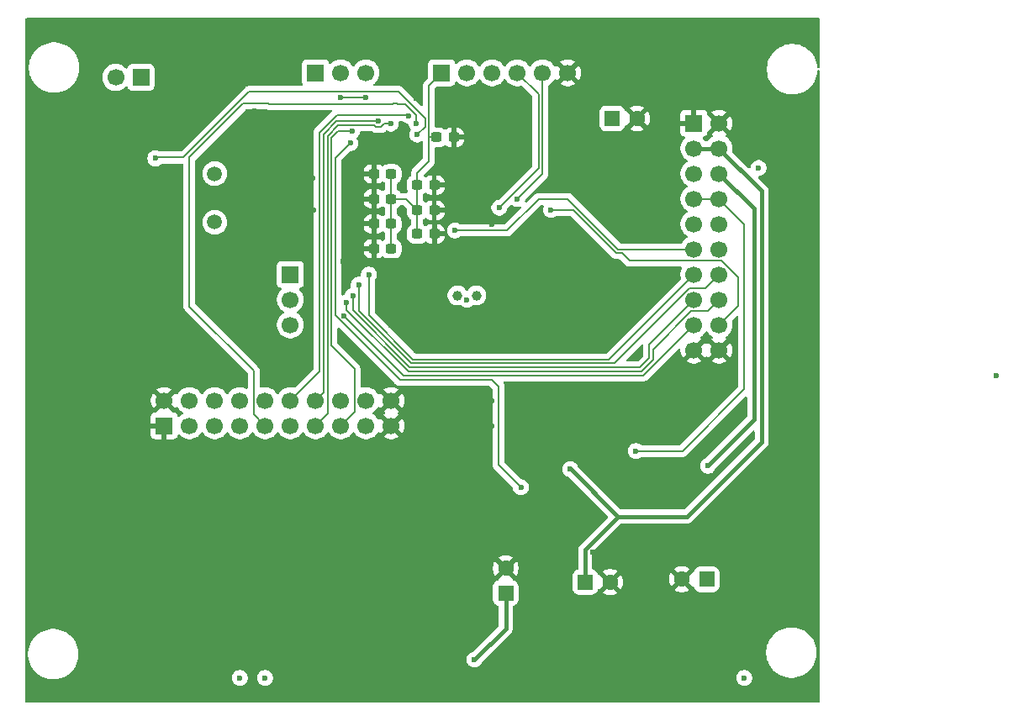
<source format=gbr>
%TF.GenerationSoftware,KiCad,Pcbnew,9.0.4*%
%TF.CreationDate,2025-09-21T18:36:08+05:30*%
%TF.ProjectId,l4_dev_board,6c345f64-6576-45f6-926f-6172642e6b69,rev?*%
%TF.SameCoordinates,Original*%
%TF.FileFunction,Copper,L2,Bot*%
%TF.FilePolarity,Positive*%
%FSLAX46Y46*%
G04 Gerber Fmt 4.6, Leading zero omitted, Abs format (unit mm)*
G04 Created by KiCad (PCBNEW 9.0.4) date 2025-09-21 18:36:08*
%MOMM*%
%LPD*%
G01*
G04 APERTURE LIST*
G04 Aperture macros list*
%AMRoundRect*
0 Rectangle with rounded corners*
0 $1 Rounding radius*
0 $2 $3 $4 $5 $6 $7 $8 $9 X,Y pos of 4 corners*
0 Add a 4 corners polygon primitive as box body*
4,1,4,$2,$3,$4,$5,$6,$7,$8,$9,$2,$3,0*
0 Add four circle primitives for the rounded corners*
1,1,$1+$1,$2,$3*
1,1,$1+$1,$4,$5*
1,1,$1+$1,$6,$7*
1,1,$1+$1,$8,$9*
0 Add four rect primitives between the rounded corners*
20,1,$1+$1,$2,$3,$4,$5,0*
20,1,$1+$1,$4,$5,$6,$7,0*
20,1,$1+$1,$6,$7,$8,$9,0*
20,1,$1+$1,$8,$9,$2,$3,0*%
G04 Aperture macros list end*
%TA.AperFunction,ComponentPad*%
%ADD10RoundRect,0.250000X0.550000X-0.550000X0.550000X0.550000X-0.550000X0.550000X-0.550000X-0.550000X0*%
%TD*%
%TA.AperFunction,ComponentPad*%
%ADD11C,1.600000*%
%TD*%
%TA.AperFunction,ComponentPad*%
%ADD12R,1.700000X1.700000*%
%TD*%
%TA.AperFunction,ComponentPad*%
%ADD13C,1.700000*%
%TD*%
%TA.AperFunction,ComponentPad*%
%ADD14C,1.000000*%
%TD*%
%TA.AperFunction,ComponentPad*%
%ADD15RoundRect,0.250000X-0.550000X-0.550000X0.550000X-0.550000X0.550000X0.550000X-0.550000X0.550000X0*%
%TD*%
%TA.AperFunction,ComponentPad*%
%ADD16C,1.500000*%
%TD*%
%TA.AperFunction,ComponentPad*%
%ADD17RoundRect,0.250000X0.550000X0.550000X-0.550000X0.550000X-0.550000X-0.550000X0.550000X-0.550000X0*%
%TD*%
%TA.AperFunction,SMDPad,CuDef*%
%ADD18RoundRect,0.237500X0.300000X0.237500X-0.300000X0.237500X-0.300000X-0.237500X0.300000X-0.237500X0*%
%TD*%
%TA.AperFunction,SMDPad,CuDef*%
%ADD19RoundRect,0.237500X-0.300000X-0.237500X0.300000X-0.237500X0.300000X0.237500X-0.300000X0.237500X0*%
%TD*%
%TA.AperFunction,ViaPad*%
%ADD20C,0.600000*%
%TD*%
%TA.AperFunction,Conductor*%
%ADD21C,0.200000*%
%TD*%
%TA.AperFunction,Conductor*%
%ADD22C,0.400000*%
%TD*%
G04 APERTURE END LIST*
D10*
%TO.P,C11,1*%
%TO.N,VIN*%
X191872415Y-85433311D03*
D11*
%TO.P,C11,2*%
%TO.N,AGND*%
X191872415Y-82933311D03*
%TD*%
D12*
%TO.P,J1,1,Pin_1*%
%TO.N,+3.3V*%
X185420000Y-33020000D03*
D13*
%TO.P,J1,2,Pin_2*%
%TO.N,SW-*%
X187960000Y-33020000D03*
%TO.P,J1,3,Pin_3*%
%TO.N,SW+*%
X190500000Y-33020000D03*
%TO.P,J1,4,Pin_4*%
%TO.N,UART1_TX*%
X193040000Y-33020000D03*
%TO.P,J1,5,Pin_5*%
%TO.N,UART1_RX*%
X195580000Y-33020000D03*
%TO.P,J1,6,Pin_6*%
%TO.N,AGND*%
X198120000Y-33020000D03*
%TD*%
D14*
%TO.P,Y4,1,1*%
%TO.N,Net-(C4-Pad1)*%
X187010000Y-55460000D03*
%TO.P,Y4,2,2*%
%TO.N,Net-(C3-Pad1)*%
X188910000Y-55460000D03*
%TD*%
D15*
%TO.P,C8,1*%
%TO.N,+3.3V*%
X202589374Y-37618139D03*
D11*
%TO.P,C8,2*%
%TO.N,AGND*%
X205089374Y-37618139D03*
%TD*%
D16*
%TO.P,Y3,1,1*%
%TO.N,Net-(C1-Pad1)*%
X162560000Y-48080000D03*
%TO.P,Y3,2,2*%
%TO.N,Net-(C2-Pad1)*%
X162560000Y-43180000D03*
%TD*%
D15*
%TO.P,C17,1*%
%TO.N,P2_POUT*%
X199880677Y-84323293D03*
D11*
%TO.P,C17,2*%
%TO.N,AGND*%
X202380677Y-84323293D03*
%TD*%
D12*
%TO.P,J2,1,Pin_1*%
%TO.N,BPWR*%
X155135693Y-33478957D03*
D13*
%TO.P,J2,2,Pin_2*%
%TO.N,VIN*%
X152595693Y-33478957D03*
%TD*%
D12*
%TO.P,J11,1,Pin_1*%
%TO.N,Net-(J11-Pin_1)*%
X172720000Y-33020000D03*
D13*
%TO.P,J11,2,Pin_2*%
%TO.N,BOOT0*%
X175260000Y-33020000D03*
%TO.P,J11,3,Pin_3*%
%TO.N,Net-(J11-Pin_3)*%
X177800000Y-33020000D03*
%TD*%
D12*
%TO.P,J5,1,Pin_1*%
%TO.N,AGND*%
X210820000Y-38100000D03*
D13*
%TO.P,J5,2,Pin_2*%
X213360000Y-38100000D03*
%TO.P,J5,3,Pin_3*%
%TO.N,P2_POUT*%
X210820000Y-40640000D03*
%TO.P,J5,4,Pin_4*%
X213360000Y-40640000D03*
%TO.P,J5,5,Pin_5*%
%TO.N,P1_POUT*%
X210820000Y-43180000D03*
%TO.P,J5,6,Pin_6*%
X213360000Y-43180000D03*
%TO.P,J5,7,Pin_7*%
%TO.N,VIN*%
X210820000Y-45720000D03*
%TO.P,J5,8,Pin_8*%
X213360000Y-45720000D03*
%TO.P,J5,9,Pin_9*%
%TO.N,+3.3V*%
X210820000Y-48260000D03*
%TO.P,J5,10,Pin_10*%
X213360000Y-48260000D03*
%TO.P,J5,11,Pin_11*%
%TO.N,PB13*%
X210820000Y-50800000D03*
%TO.P,J5,12,Pin_12*%
%TO.N,Net-(J5-Pin_12)*%
X213360000Y-50800000D03*
%TO.P,J5,13,Pin_13*%
%TO.N,Net-(J5-Pin_13)*%
X210820000Y-53340000D03*
%TO.P,J5,14,Pin_14*%
%TO.N,Net-(J5-Pin_14)*%
X213360000Y-53340000D03*
%TO.P,J5,15,Pin_15*%
%TO.N,Net-(J5-Pin_15)*%
X210820000Y-55880000D03*
%TO.P,J5,16,Pin_16*%
%TO.N,Net-(J5-Pin_16)*%
X213360000Y-55880000D03*
%TO.P,J5,17,Pin_17*%
%TO.N,Net-(J5-Pin_17)*%
X210820000Y-58420000D03*
%TO.P,J5,18,Pin_18*%
%TO.N,LEDG*%
X213360000Y-58420000D03*
%TO.P,J5,19,Pin_19*%
%TO.N,AGND*%
X210820000Y-60960000D03*
%TO.P,J5,20,Pin_20*%
X213360000Y-60960000D03*
%TD*%
D12*
%TO.P,J4,1,Pin_1*%
%TO.N,Net-(J4-Pin_1)*%
X170180000Y-53340000D03*
D13*
%TO.P,J4,2,Pin_2*%
%TO.N,Net-(J4-Pin_2)*%
X170180000Y-55880000D03*
%TO.P,J4,3,Pin_3*%
%TO.N,Net-(J4-Pin_3)*%
X170180000Y-58420000D03*
%TD*%
D17*
%TO.P,C14,1*%
%TO.N,P1_POUT*%
X212108582Y-84045297D03*
D11*
%TO.P,C14,2*%
%TO.N,AGND*%
X209608582Y-84045297D03*
%TD*%
D12*
%TO.P,J3,1,Pin_1*%
%TO.N,AGND*%
X157480000Y-68580000D03*
D13*
%TO.P,J3,2,Pin_2*%
X157480000Y-66040000D03*
%TO.P,J3,3,Pin_3*%
%TO.N,Net-(J3-Pin_3)*%
X160020000Y-68580000D03*
%TO.P,J3,4,Pin_4*%
%TO.N,Net-(J3-Pin_4)*%
X160020000Y-66040000D03*
%TO.P,J3,5,Pin_5*%
%TO.N,Net-(J3-Pin_5)*%
X162560000Y-68580000D03*
%TO.P,J3,6,Pin_6*%
%TO.N,Net-(J3-Pin_6)*%
X162560000Y-66040000D03*
%TO.P,J3,7,Pin_7*%
%TO.N,Net-(J3-Pin_7)*%
X165100000Y-68580000D03*
%TO.P,J3,8,Pin_8*%
%TO.N,Net-(J3-Pin_8)*%
X165100000Y-66040000D03*
%TO.P,J3,9,Pin_9*%
%TO.N,Net-(J3-Pin_9)*%
X167640000Y-68580000D03*
%TO.P,J3,10,Pin_10*%
%TO.N,+3.3V*%
X167640000Y-66040000D03*
%TO.P,J3,11,Pin_11*%
X170180000Y-68580000D03*
%TO.P,J3,12,Pin_12*%
%TO.N,Net-(J3-Pin_12)*%
X170180000Y-66040000D03*
%TO.P,J3,13,Pin_13*%
%TO.N,Net-(J3-Pin_13)*%
X172720000Y-68580000D03*
%TO.P,J3,14,Pin_14*%
%TO.N,Net-(J3-Pin_14)*%
X172720000Y-66040000D03*
%TO.P,J3,15,Pin_15*%
%TO.N,Net-(J3-Pin_15)*%
X175260000Y-68580000D03*
%TO.P,J3,16,Pin_16*%
%TO.N,Net-(J3-Pin_16)*%
X175260000Y-66040000D03*
%TO.P,J3,17,Pin_17*%
%TO.N,Net-(J3-Pin_17)*%
X177800000Y-68580000D03*
%TO.P,J3,18,Pin_18*%
%TO.N,Net-(J3-Pin_18)*%
X177800000Y-66040000D03*
%TO.P,J3,19,Pin_19*%
%TO.N,AGND*%
X180340000Y-68580000D03*
%TO.P,J3,20,Pin_20*%
X180340000Y-66040000D03*
%TD*%
D18*
%TO.P,C40,1*%
%TO.N,AGND*%
X184675576Y-44317422D03*
%TO.P,C40,2*%
%TO.N,+3.3V*%
X182950576Y-44317422D03*
%TD*%
%TO.P,C42,1*%
%TO.N,AGND*%
X184675576Y-46865346D03*
%TO.P,C42,2*%
%TO.N,+3.3V*%
X182950576Y-46865346D03*
%TD*%
D19*
%TO.P,C9,1*%
%TO.N,+3.3V*%
X184915362Y-39522803D03*
%TO.P,C9,2*%
%TO.N,AGND*%
X186640362Y-39522803D03*
%TD*%
%TO.P,C48,1*%
%TO.N,AGND*%
X178615000Y-43210000D03*
%TO.P,C48,2*%
%TO.N,+3.3V*%
X180340000Y-43210000D03*
%TD*%
%TO.P,C45,1*%
%TO.N,AGND*%
X178615000Y-50740000D03*
%TO.P,C45,2*%
%TO.N,+3.3V*%
X180340000Y-50740000D03*
%TD*%
D18*
%TO.P,C44,1*%
%TO.N,AGND*%
X184694740Y-49242588D03*
%TO.P,C44,2*%
%TO.N,+3.3V*%
X182969740Y-49242588D03*
%TD*%
D19*
%TO.P,C46,1*%
%TO.N,AGND*%
X178615000Y-48230000D03*
%TO.P,C46,2*%
%TO.N,+3.3V*%
X180340000Y-48230000D03*
%TD*%
%TO.P,C47,1*%
%TO.N,AGND*%
X178615000Y-45720000D03*
%TO.P,C47,2*%
%TO.N,+3.3V*%
X180340000Y-45720000D03*
%TD*%
D20*
%TO.N,*%
X167640000Y-93980000D03*
X215900000Y-93980000D03*
X241300000Y-63500000D03*
X187960000Y-55880000D03*
X217345581Y-42609340D03*
X165100000Y-93980000D03*
%TO.N,AGND*%
X220980000Y-81280000D03*
X203200000Y-86360000D03*
X180340000Y-83820000D03*
X147320000Y-60960000D03*
X171528671Y-62428358D03*
X147320000Y-81280000D03*
X177800000Y-83820000D03*
X198120000Y-66040000D03*
X177800000Y-81280000D03*
X203723759Y-79786152D03*
X157480000Y-30480000D03*
X205740000Y-40640000D03*
X200660000Y-53340000D03*
X182880000Y-73660000D03*
X220980000Y-83820000D03*
X193040000Y-43180000D03*
X200660000Y-58420000D03*
X187960000Y-40640000D03*
X198120000Y-35560000D03*
X166898676Y-45805395D03*
X208280000Y-91440000D03*
X149860000Y-30480000D03*
X218440000Y-83820000D03*
X167640000Y-88900000D03*
X185420000Y-88900000D03*
X147320000Y-53340000D03*
X180340000Y-78740000D03*
X152400000Y-38100000D03*
X191091438Y-53644383D03*
X190500000Y-88900000D03*
X208280000Y-53340000D03*
X155457343Y-29525216D03*
X203200000Y-53340000D03*
X195580000Y-68580000D03*
X168448436Y-49482588D03*
X165100000Y-73660000D03*
X177800000Y-78740000D03*
X205740000Y-55880000D03*
X157480000Y-88900000D03*
X215900000Y-76200000D03*
X210820000Y-93980000D03*
X167640000Y-81280000D03*
X177800000Y-93980000D03*
X175260000Y-81280000D03*
X165100000Y-81280000D03*
X198120000Y-86360000D03*
X175260000Y-76200000D03*
X153386120Y-54750448D03*
X187960000Y-30480000D03*
X193040000Y-93980000D03*
X147320000Y-43180000D03*
X190500000Y-43180000D03*
X187960000Y-68580000D03*
X149860000Y-33020000D03*
X198120000Y-38100000D03*
X208280000Y-81280000D03*
X188156130Y-36844583D03*
X220980000Y-58420000D03*
X165100000Y-76200000D03*
X155982547Y-55442447D03*
X149860000Y-88900000D03*
X177550533Y-30479999D03*
X164990257Y-48958621D03*
X166963479Y-41522766D03*
X166594413Y-36878749D03*
X205740000Y-53340000D03*
X213360000Y-88900000D03*
X183010698Y-52454278D03*
X218440000Y-38100000D03*
X162560000Y-93980000D03*
X162560000Y-86360000D03*
X198120000Y-88900000D03*
X193040000Y-38100000D03*
X156290015Y-36656352D03*
X210820000Y-68580000D03*
X147320000Y-40640000D03*
X170061657Y-45772447D03*
X147320000Y-38100000D03*
X210820000Y-35560000D03*
X180340000Y-88900000D03*
X170180000Y-86360000D03*
X205740000Y-66040000D03*
X147320000Y-58420000D03*
X157480000Y-78740000D03*
X168019739Y-62428358D03*
X203200000Y-91440000D03*
X147320000Y-76200000D03*
X182880000Y-58420000D03*
X157480000Y-83820000D03*
X170180000Y-93980000D03*
X190500000Y-68580000D03*
X180340000Y-71120000D03*
X154300353Y-36543220D03*
X213360000Y-33020000D03*
X144780000Y-35560000D03*
X152400000Y-83820000D03*
X147320000Y-50800000D03*
X203200000Y-40640000D03*
X195580000Y-30480000D03*
X220980000Y-43180000D03*
X220980000Y-73660000D03*
X213360000Y-30480000D03*
X187960000Y-43180000D03*
X203200000Y-58420000D03*
X203200000Y-93980000D03*
X218440000Y-76200000D03*
X190500000Y-60960000D03*
X172720000Y-83820000D03*
X156613587Y-49522651D03*
X160020000Y-81280000D03*
X195580000Y-81280000D03*
X208280000Y-86360000D03*
X190500000Y-66040000D03*
X165100000Y-53340000D03*
X144780000Y-50800000D03*
X172720000Y-76200000D03*
X162560000Y-71120000D03*
X152400000Y-91440000D03*
X163977256Y-49028484D03*
X170180000Y-83820000D03*
X178615000Y-48260000D03*
X147320000Y-45720000D03*
X152400000Y-76200000D03*
X177800000Y-86360000D03*
X203200000Y-55880000D03*
X203200000Y-81280000D03*
X215900000Y-83820000D03*
X182880000Y-88900000D03*
X160020000Y-88900000D03*
X162560000Y-30480000D03*
X165100000Y-71120000D03*
X153330521Y-49357318D03*
X215900000Y-35560000D03*
X208280000Y-30480000D03*
X205740000Y-35560000D03*
X147320000Y-35560000D03*
X198120000Y-83820000D03*
X147320000Y-68580000D03*
X203200000Y-48260000D03*
X153441719Y-44631380D03*
X147320000Y-48260000D03*
X147320000Y-83820000D03*
X165100000Y-88900000D03*
X162615599Y-49968910D03*
X202590909Y-46785503D03*
X175260000Y-86360000D03*
X214722312Y-68290581D03*
X160020000Y-78740000D03*
X178615000Y-45720000D03*
X160020000Y-73660000D03*
X200660000Y-30480000D03*
X187960000Y-88900000D03*
X185420000Y-58420000D03*
X195629316Y-94073149D03*
X218440000Y-40640000D03*
X220980000Y-35560000D03*
X154940000Y-38100000D03*
X149860000Y-38100000D03*
X210820000Y-30480000D03*
X152639568Y-29641653D03*
X193040000Y-78740000D03*
X180340000Y-81280000D03*
X170180000Y-73660000D03*
X185420000Y-30480000D03*
X205740000Y-33020000D03*
X190500000Y-38100000D03*
X182880000Y-30480000D03*
X144780000Y-66040000D03*
X220980000Y-60960000D03*
X193040000Y-50800000D03*
X154940000Y-68580000D03*
X162560000Y-78740000D03*
X185420000Y-73660000D03*
X193040000Y-55880000D03*
X208280000Y-35560000D03*
X147320000Y-71120000D03*
X163845827Y-46767932D03*
X200660000Y-86360000D03*
X152400000Y-81280000D03*
X149860000Y-91440000D03*
X215900000Y-30480000D03*
X182880000Y-93980000D03*
X215900000Y-78740000D03*
X172720000Y-30480000D03*
X200660000Y-50800000D03*
X190500000Y-40640000D03*
X162560000Y-63500000D03*
X220980000Y-63500000D03*
X177800000Y-88900000D03*
X147320000Y-66040000D03*
X190500000Y-78740000D03*
X200660000Y-88900000D03*
X220980000Y-68580000D03*
X220980000Y-76200000D03*
X193040000Y-58420000D03*
X220980000Y-55880000D03*
X193040000Y-53340000D03*
X195580000Y-78740000D03*
X165060120Y-47246998D03*
X215955599Y-73856130D03*
X198120000Y-50800000D03*
X175260000Y-78740000D03*
X175260000Y-93980000D03*
X177800000Y-73660000D03*
X154940000Y-93980000D03*
X177800000Y-71120000D03*
X172720000Y-93980000D03*
X162560000Y-81280000D03*
X170180000Y-30480000D03*
X203200000Y-66040000D03*
X213360000Y-35560000D03*
X172720000Y-86360000D03*
X198120000Y-53340000D03*
X200660000Y-55880000D03*
X180340000Y-30480000D03*
X198120000Y-40640000D03*
X152400000Y-66040000D03*
X185420000Y-93980000D03*
X215900000Y-40640000D03*
X167640000Y-53340000D03*
X195580000Y-66040000D03*
X167640000Y-86360000D03*
X160020000Y-71120000D03*
X147320000Y-55880000D03*
X208280000Y-38100000D03*
X208280000Y-43180000D03*
X193040000Y-68580000D03*
X208280000Y-33020000D03*
X154940000Y-60960000D03*
X205740000Y-48260000D03*
X160020000Y-60960000D03*
X152400000Y-93980000D03*
X144780000Y-81280000D03*
X178615000Y-43210000D03*
X185420000Y-71120000D03*
X160020000Y-76200000D03*
X193040000Y-66040000D03*
X186640362Y-39522803D03*
X218440000Y-81280000D03*
X193040000Y-88900000D03*
X212261135Y-74312207D03*
X215900000Y-88900000D03*
X167640000Y-83820000D03*
X193040000Y-60960000D03*
X154940000Y-71120000D03*
X165100000Y-83820000D03*
X210820000Y-91440000D03*
X154940000Y-76200000D03*
X147320000Y-63500000D03*
X167640000Y-76200000D03*
X160020000Y-83820000D03*
X215900000Y-38100000D03*
X210820000Y-81280000D03*
X185420000Y-66040000D03*
X215900000Y-33020000D03*
X153274921Y-46688553D03*
X165100000Y-55880000D03*
X208280000Y-66040000D03*
X172415590Y-43647421D03*
X182880000Y-76200000D03*
X205740000Y-91440000D03*
X218440000Y-35560000D03*
X185420000Y-76200000D03*
X157480000Y-60960000D03*
X170180000Y-88900000D03*
X200660000Y-81280000D03*
X208280000Y-93980000D03*
X175260000Y-83820000D03*
X190500000Y-50800000D03*
X175260000Y-30480000D03*
X160020000Y-93980000D03*
X165100000Y-86360000D03*
X190500000Y-58420000D03*
X205740000Y-30480000D03*
X220980000Y-45720000D03*
X215900000Y-81280000D03*
X190750133Y-74736660D03*
X194624516Y-48194104D03*
X153330521Y-51914885D03*
X215900000Y-86360000D03*
X182880000Y-86360000D03*
X172099002Y-45223202D03*
X182880000Y-60960000D03*
X170180000Y-78740000D03*
X163799253Y-44485767D03*
X203200000Y-30480000D03*
X162560000Y-88900000D03*
X170180000Y-76200000D03*
X198120000Y-93980000D03*
X195580000Y-55880000D03*
X152400000Y-68580000D03*
X198120000Y-55880000D03*
X220980000Y-71120000D03*
X172487126Y-46822270D03*
X185420000Y-60960000D03*
X195580000Y-88900000D03*
X213360000Y-91440000D03*
X200660000Y-93980000D03*
X218440000Y-88900000D03*
X179229947Y-53529197D03*
X213360000Y-86360000D03*
X208280000Y-88900000D03*
X198384673Y-74680286D03*
X172720000Y-81280000D03*
X172720000Y-88900000D03*
X153386120Y-57808408D03*
X167640000Y-58420000D03*
X218440000Y-73660000D03*
X193040000Y-30480000D03*
X162560000Y-83820000D03*
X205740000Y-88900000D03*
X193040000Y-40640000D03*
X190500000Y-30480000D03*
X218440000Y-78740000D03*
X198120000Y-58420000D03*
X152400000Y-40640000D03*
X200660000Y-60960000D03*
X187960000Y-71120000D03*
X203200000Y-68580000D03*
X208280000Y-40640000D03*
X210820000Y-86360000D03*
X157480000Y-81280000D03*
X190500000Y-93980000D03*
X149860000Y-35560000D03*
X165100000Y-78740000D03*
X208280000Y-48260000D03*
X162560000Y-76200000D03*
X168727885Y-41413505D03*
X198120000Y-68580000D03*
X208280000Y-45720000D03*
X200660000Y-35560000D03*
X220980000Y-66040000D03*
X182880000Y-35560000D03*
X160892021Y-45576568D03*
X147320000Y-73660000D03*
X198120000Y-60960000D03*
X165060120Y-44033337D03*
X218440000Y-86360000D03*
X175260000Y-71120000D03*
X193040000Y-35560000D03*
X160020000Y-63500000D03*
X220980000Y-48260000D03*
X205087475Y-61624291D03*
X200660000Y-66040000D03*
X187960000Y-66040000D03*
X185420000Y-35560000D03*
X157480000Y-71120000D03*
X152400000Y-73660000D03*
X185420000Y-68580000D03*
X157200551Y-94024901D03*
X165129982Y-42251851D03*
X205740000Y-45720000D03*
X185299191Y-51986117D03*
X195580000Y-60960000D03*
X172720000Y-78740000D03*
X187960000Y-93980000D03*
X210820000Y-33020000D03*
X180340000Y-86360000D03*
X213360000Y-66040000D03*
X165100000Y-30480000D03*
X159646559Y-35315979D03*
X161961141Y-36841683D03*
X167640000Y-55880000D03*
X147320000Y-78740000D03*
X182880000Y-55880000D03*
X220980000Y-38100000D03*
X162560000Y-73660000D03*
X180340000Y-58420000D03*
X149860000Y-93980000D03*
X213360000Y-93980000D03*
X152400000Y-63500000D03*
X147320000Y-86360000D03*
X154940000Y-73660000D03*
X172720000Y-71120000D03*
X220980000Y-40640000D03*
X158556852Y-40294637D03*
X167640000Y-30480000D03*
X205740000Y-93980000D03*
X195580000Y-50800000D03*
X165100000Y-58420000D03*
X154940000Y-86360000D03*
X215900000Y-91440000D03*
X180340000Y-76200000D03*
X203280033Y-74446290D03*
X205740000Y-68580000D03*
X183989228Y-81527847D03*
X175507107Y-51975695D03*
X154940000Y-66040000D03*
X195580000Y-53340000D03*
X184627717Y-53736942D03*
X195580000Y-58420000D03*
X167640000Y-78740000D03*
X162504400Y-40961829D03*
X198120000Y-30480000D03*
X154940000Y-58420000D03*
X200660000Y-68580000D03*
X152400000Y-71120000D03*
X177800000Y-76200000D03*
X166977178Y-49891489D03*
X198120000Y-78740000D03*
X180340000Y-93980000D03*
X162560000Y-60960000D03*
X220980000Y-86360000D03*
X220980000Y-50800000D03*
X220980000Y-53340000D03*
X199072457Y-48622424D03*
X190500000Y-48260000D03*
X160020000Y-30480000D03*
X171875066Y-38862756D03*
X175260000Y-88900000D03*
%TO.N,VIN*%
X204990786Y-71120000D03*
X188720823Y-92142324D03*
%TO.N,+3.3V*%
X180340000Y-45720000D03*
%TO.N,P1_POUT*%
X212237596Y-72610746D03*
%TO.N,P2_POUT*%
X198384673Y-72955286D03*
%TO.N,UART1_TX*%
X191230457Y-46606430D03*
%TO.N,UART1_RX*%
X193040000Y-45720000D03*
%TO.N,Net-(J3-Pin_14)*%
X179071415Y-37881113D03*
%TO.N,Net-(J3-Pin_15)*%
X176400525Y-38882113D03*
%TO.N,Net-(J3-Pin_13)*%
X180297881Y-38142119D03*
%TO.N,Net-(J3-Pin_12)*%
X182118124Y-37374404D03*
%TO.N,Net-(J3-Pin_9)*%
X182880000Y-38100000D03*
%TO.N,Net-(J5-Pin_13)*%
X178089184Y-53350320D03*
%TO.N,Net-(J5-Pin_16)*%
X175860000Y-56161351D03*
%TO.N,Net-(J5-Pin_15)*%
X176464385Y-55491063D03*
%TO.N,PB13*%
X186775343Y-48895592D03*
%TO.N,Net-(J5-Pin_14)*%
X177064385Y-54363825D03*
%TO.N,Net-(J5-Pin_17)*%
X175602415Y-57500655D03*
%TO.N,LEDG*%
X196427133Y-46813329D03*
%TO.N,SW1*%
X182952559Y-39236766D03*
X156588296Y-41641858D03*
%TO.N,P1PWR*%
X177800000Y-35545580D03*
X175274420Y-35545580D03*
%TO.N,P2PWR*%
X176215099Y-40111699D03*
X193400367Y-74781119D03*
%TD*%
D21*
%TO.N,AGND*%
X184694740Y-49242588D02*
X184694740Y-44336586D01*
X178615000Y-48260000D02*
X178615000Y-50740000D01*
X184694740Y-44336586D02*
X184675576Y-44317422D01*
X178615000Y-43210000D02*
X178615000Y-45720000D01*
X178615000Y-45720000D02*
X178615000Y-48260000D01*
%TO.N,VIN*%
X215900000Y-48260000D02*
X213360000Y-45720000D01*
D22*
X191872415Y-88990732D02*
X191872415Y-85433311D01*
D21*
X204990786Y-71120000D02*
X209692234Y-71120000D01*
X209692234Y-71120000D02*
X215900000Y-64912234D01*
X215900000Y-64912234D02*
X215900000Y-48260000D01*
X210820000Y-45720000D02*
X213360000Y-45720000D01*
D22*
X188720823Y-92142324D02*
X191872415Y-88990732D01*
D21*
%TO.N,+3.3V*%
X182950576Y-44317422D02*
X182950576Y-49223424D01*
X182950576Y-44317422D02*
X182950576Y-43109424D01*
X182950576Y-49223424D02*
X182969740Y-49242588D01*
X184150000Y-34290000D02*
X185420000Y-33020000D01*
X180340000Y-45720000D02*
X180340000Y-50740000D01*
X180340000Y-45720000D02*
X181805230Y-45720000D01*
X182950576Y-43109424D02*
X184150000Y-41910000D01*
X184150000Y-41910000D02*
X184150000Y-40640000D01*
X184150000Y-40640000D02*
X184150000Y-34290000D01*
X181805230Y-45720000D02*
X182950576Y-46865346D01*
X180340000Y-43210000D02*
X180340000Y-45720000D01*
X184150000Y-40640000D02*
X184150000Y-39522803D01*
X184150000Y-39522803D02*
X184915362Y-39522803D01*
D22*
%TO.N,P1_POUT*%
X212237596Y-72610746D02*
X216893061Y-67955281D01*
X216893061Y-67955281D02*
X216893061Y-46713061D01*
X216893061Y-46713061D02*
X213360000Y-43180000D01*
%TO.N,P2_POUT*%
X203200000Y-77726857D02*
X210125493Y-77726857D01*
X210125493Y-77726857D02*
X217654050Y-70198300D01*
X210820000Y-40640000D02*
X213360000Y-40640000D01*
X203200000Y-77726857D02*
X198428429Y-72955286D01*
X203200000Y-77726857D02*
X199880677Y-81046180D01*
D21*
X198428429Y-72955286D02*
X198384673Y-72955286D01*
D22*
X217654050Y-70198300D02*
X217654050Y-44934050D01*
X199880677Y-81046180D02*
X199880677Y-84323293D01*
X217654050Y-44934050D02*
X213360000Y-40640000D01*
D21*
%TO.N,UART1_TX*%
X191230457Y-46606430D02*
X195179000Y-42657887D01*
X195179000Y-42657887D02*
X195179000Y-35159000D01*
X195179000Y-35159000D02*
X193040000Y-33020000D01*
%TO.N,UART1_RX*%
X195580000Y-43180000D02*
X195580000Y-33020000D01*
X193040000Y-45720000D02*
X195580000Y-43180000D01*
%TO.N,Net-(J3-Pin_14)*%
X174850466Y-37881113D02*
X173522000Y-39209579D01*
X179071415Y-37881113D02*
X174850466Y-37881113D01*
X173522000Y-65238000D02*
X172720000Y-66040000D01*
X173522000Y-39209579D02*
X173522000Y-65238000D01*
%TO.N,Net-(J3-Pin_15)*%
X176649000Y-62835147D02*
X176649000Y-67191000D01*
X176649000Y-67191000D02*
X175260000Y-68580000D01*
X176400525Y-38882113D02*
X174983666Y-38882113D01*
X174324000Y-39541779D02*
X174324000Y-60510147D01*
X174983666Y-38882113D02*
X174324000Y-39541779D01*
X174324000Y-60510147D02*
X176649000Y-62835147D01*
%TO.N,Net-(J3-Pin_13)*%
X173923000Y-39375679D02*
X173923000Y-67377000D01*
X178622472Y-38282113D02*
X175016566Y-38282113D01*
X173923000Y-67377000D02*
X172720000Y-68580000D01*
X179660352Y-38142119D02*
X179320358Y-38482113D01*
X175016566Y-38282113D02*
X173923000Y-39375679D01*
X178822472Y-38482113D02*
X178622472Y-38282113D01*
X179320358Y-38482113D02*
X178822472Y-38482113D01*
X180297881Y-38142119D02*
X179660352Y-38142119D01*
%TO.N,Net-(J3-Pin_12)*%
X182023833Y-37280113D02*
X174884366Y-37280113D01*
X173121000Y-63099000D02*
X170180000Y-66040000D01*
X174884366Y-37280113D02*
X173121000Y-39043479D01*
X182118124Y-37374404D02*
X182023833Y-37280113D01*
X173121000Y-39043479D02*
X173121000Y-63099000D01*
%TO.N,Net-(J3-Pin_9)*%
X180995508Y-36145580D02*
X180970296Y-36120368D01*
X181739243Y-36145580D02*
X180995508Y-36145580D01*
X180447198Y-36145580D02*
X168005790Y-36145580D01*
X165422323Y-36120368D02*
X160020000Y-41522691D01*
X180970296Y-36120368D02*
X180472410Y-36120368D01*
X166489000Y-67429000D02*
X167640000Y-68580000D01*
X168005790Y-36145580D02*
X167980578Y-36120368D01*
X182880000Y-37286337D02*
X181739243Y-36145580D01*
X160020000Y-41522691D02*
X160020000Y-56554242D01*
X160020000Y-56554242D02*
X166489000Y-63023242D01*
X180472410Y-36120368D02*
X180447198Y-36145580D01*
X182880000Y-38100000D02*
X182880000Y-37286337D01*
X167980578Y-36120368D02*
X165422323Y-36120368D01*
X166489000Y-63023242D02*
X166489000Y-67429000D01*
%TO.N,Net-(J5-Pin_13)*%
X202264000Y-61896000D02*
X210820000Y-53340000D01*
X178089184Y-57436181D02*
X182549003Y-61896000D01*
X178089184Y-53350320D02*
X178089184Y-57436181D01*
X182549003Y-61896000D02*
X202264000Y-61896000D01*
%TO.N,Net-(J5-Pin_16)*%
X175860000Y-56908297D02*
X182050703Y-63099000D01*
X210581240Y-57031000D02*
X212209000Y-57031000D01*
X206726450Y-61946450D02*
X206726450Y-60885790D01*
X182050703Y-63099000D02*
X205573900Y-63099000D01*
X206726450Y-60885790D02*
X210581240Y-57031000D01*
X205573900Y-63099000D02*
X206726450Y-61946450D01*
X175860000Y-56161351D02*
X175860000Y-56908297D01*
X212209000Y-57031000D02*
X213360000Y-55880000D01*
%TO.N,Net-(J5-Pin_15)*%
X182216803Y-62698000D02*
X205407800Y-62698000D01*
X205407800Y-62698000D02*
X206325450Y-61780350D01*
X206325450Y-60374550D02*
X210820000Y-55880000D01*
X176464385Y-56945582D02*
X182216803Y-62698000D01*
X176464385Y-55491063D02*
X176464385Y-56945582D01*
X206325450Y-61780350D02*
X206325450Y-60374550D01*
%TO.N,PB13*%
X186775343Y-48895592D02*
X192037147Y-48895592D01*
X195212739Y-45720000D02*
X198120000Y-45720000D01*
X203200000Y-50800000D02*
X210820000Y-50800000D01*
X192037147Y-48895592D02*
X195212739Y-45720000D01*
X198120000Y-45720000D02*
X203200000Y-50800000D01*
%TO.N,Net-(J5-Pin_14)*%
X182382903Y-62297000D02*
X202799000Y-62297000D01*
X177065385Y-56979482D02*
X182382903Y-62297000D01*
X177064385Y-55241120D02*
X177065385Y-55242120D01*
X202799000Y-62297000D02*
X202799000Y-62273240D01*
X202799000Y-62273240D02*
X210343240Y-54729000D01*
X211971000Y-54729000D02*
X213360000Y-53340000D01*
X210343240Y-54729000D02*
X211971000Y-54729000D01*
X177064385Y-54363825D02*
X177064385Y-55241120D01*
X177065385Y-55242120D02*
X177065385Y-56979482D01*
%TO.N,Net-(J5-Pin_17)*%
X181601760Y-63500000D02*
X205740000Y-63500000D01*
X175602415Y-57500655D02*
X181601760Y-63500000D01*
X205740000Y-63500000D02*
X210820000Y-58420000D01*
%TO.N,LEDG*%
X215299000Y-56481000D02*
X213360000Y-58420000D01*
X213598760Y-51951000D02*
X215299000Y-53651240D01*
X215299000Y-53651240D02*
X215299000Y-56481000D01*
X204351000Y-51951000D02*
X213598760Y-51951000D01*
X203033900Y-51201000D02*
X203601000Y-51201000D01*
X196427133Y-46813329D02*
X198646229Y-46813329D01*
X203601000Y-51201000D02*
X204351000Y-51951000D01*
X198646229Y-46813329D02*
X203033900Y-51201000D01*
%TO.N,SW1*%
X166032011Y-34943580D02*
X181104343Y-34943580D01*
X156670912Y-41559242D02*
X159416349Y-41559242D01*
X156588296Y-41641858D02*
X156670912Y-41559242D01*
X183749000Y-37588237D02*
X183749000Y-38440325D01*
X159416349Y-41559242D02*
X166032011Y-34943580D01*
X181104343Y-34943580D02*
X183749000Y-37588237D01*
X183749000Y-38440325D02*
X182952559Y-39236766D01*
%TO.N,P1PWR*%
X177800000Y-35545580D02*
X175274420Y-35545580D01*
%TO.N,P2PWR*%
X191165658Y-72546410D02*
X193400367Y-74781119D01*
X191165658Y-64653606D02*
X191165658Y-72546410D01*
X190500000Y-63987948D02*
X191165658Y-64653606D01*
X174725000Y-41601798D02*
X174725000Y-57473183D01*
X174725000Y-57473183D02*
X181239765Y-63987948D01*
X181239765Y-63987948D02*
X190500000Y-63987948D01*
X176215099Y-40111699D02*
X174725000Y-41601798D01*
%TD*%
%TA.AperFunction,Conductor*%
%TO.N,AGND*%
G36*
X179874075Y-66232993D02*
G01*
X179939901Y-66347007D01*
X180032993Y-66440099D01*
X180147007Y-66505925D01*
X180210591Y-66522962D01*
X179609971Y-67123581D01*
X179688711Y-67240895D01*
X179689920Y-67244729D01*
X179692844Y-67247491D01*
X179700343Y-67277778D01*
X179709727Y-67307529D01*
X179708671Y-67311408D01*
X179709638Y-67315312D01*
X179699573Y-67344844D01*
X179691383Y-67374947D01*
X179688397Y-67377640D01*
X179687100Y-67381447D01*
X179642051Y-67420483D01*
X179632440Y-67425380D01*
X179578282Y-67464727D01*
X179578282Y-67464728D01*
X180210591Y-68097037D01*
X180147007Y-68114075D01*
X180032993Y-68179901D01*
X179939901Y-68272993D01*
X179874075Y-68387007D01*
X179857037Y-68450591D01*
X179224728Y-67818282D01*
X179224727Y-67818282D01*
X179185380Y-67872440D01*
X179185376Y-67872446D01*
X179180760Y-67881505D01*
X179132781Y-67932297D01*
X179064959Y-67949087D01*
X178998826Y-67926543D01*
X178959794Y-67881493D01*
X178955051Y-67872184D01*
X178955049Y-67872181D01*
X178955048Y-67872179D01*
X178830109Y-67700213D01*
X178679786Y-67549890D01*
X178507820Y-67424951D01*
X178507115Y-67424591D01*
X178499054Y-67420485D01*
X178448259Y-67372512D01*
X178431463Y-67304692D01*
X178453999Y-67238556D01*
X178499054Y-67199515D01*
X178507816Y-67195051D01*
X178606187Y-67123581D01*
X178679786Y-67070109D01*
X178679788Y-67070106D01*
X178679792Y-67070104D01*
X178830104Y-66919792D01*
X178830106Y-66919788D01*
X178830109Y-66919786D01*
X178915890Y-66801717D01*
X178955051Y-66747816D01*
X178959793Y-66738508D01*
X179007763Y-66687711D01*
X179075583Y-66670911D01*
X179141719Y-66693445D01*
X179180763Y-66738500D01*
X179185373Y-66747547D01*
X179224728Y-66801716D01*
X179857037Y-66169408D01*
X179874075Y-66232993D01*
G37*
%TD.AperFunction*%
%TA.AperFunction,Conductor*%
G36*
X158595270Y-66801717D02*
G01*
X158595270Y-66801716D01*
X158634622Y-66747555D01*
X158639232Y-66738507D01*
X158687205Y-66687709D01*
X158755025Y-66670912D01*
X158821161Y-66693447D01*
X158860204Y-66738504D01*
X158864949Y-66747817D01*
X158989890Y-66919786D01*
X159140213Y-67070109D01*
X159312182Y-67195050D01*
X159320946Y-67199516D01*
X159371742Y-67247491D01*
X159388536Y-67315312D01*
X159365998Y-67381447D01*
X159320946Y-67420484D01*
X159312182Y-67424949D01*
X159140215Y-67549889D01*
X159026285Y-67663819D01*
X158964962Y-67697303D01*
X158895270Y-67692319D01*
X158839337Y-67650447D01*
X158822422Y-67619470D01*
X158773354Y-67487913D01*
X158773350Y-67487906D01*
X158687190Y-67372812D01*
X158687187Y-67372809D01*
X158572093Y-67286649D01*
X158572086Y-67286645D01*
X158437380Y-67236403D01*
X158437373Y-67236401D01*
X158354555Y-67227497D01*
X158354884Y-67224431D01*
X158337875Y-67225330D01*
X158278803Y-67192356D01*
X157609408Y-66522962D01*
X157672993Y-66505925D01*
X157787007Y-66440099D01*
X157880099Y-66347007D01*
X157945925Y-66232993D01*
X157962962Y-66169409D01*
X158595270Y-66801717D01*
G37*
%TD.AperFunction*%
%TA.AperFunction,Conductor*%
G36*
X167848408Y-36725093D02*
G01*
X167926733Y-36746080D01*
X168084847Y-36746080D01*
X174269801Y-36746080D01*
X174336840Y-36765765D01*
X174382595Y-36818569D01*
X174392539Y-36887727D01*
X174363514Y-36951283D01*
X174357482Y-36957761D01*
X172640481Y-38674761D01*
X172640479Y-38674763D01*
X172623218Y-38704662D01*
X172607729Y-38731490D01*
X172561423Y-38811694D01*
X172520499Y-38964422D01*
X172520499Y-38964424D01*
X172520499Y-39132525D01*
X172520500Y-39132538D01*
X172520500Y-62798902D01*
X172500815Y-62865941D01*
X172484181Y-62886583D01*
X170664522Y-64706241D01*
X170603199Y-64739726D01*
X170538523Y-64736491D01*
X170496245Y-64722754D01*
X170334991Y-64697214D01*
X170286287Y-64689500D01*
X170073713Y-64689500D01*
X170025042Y-64697208D01*
X169863760Y-64722753D01*
X169661585Y-64788444D01*
X169472179Y-64884951D01*
X169300213Y-65009890D01*
X169149890Y-65160213D01*
X169024949Y-65332182D01*
X169020484Y-65340946D01*
X168972509Y-65391742D01*
X168904688Y-65408536D01*
X168838553Y-65385998D01*
X168799516Y-65340946D01*
X168795050Y-65332182D01*
X168670109Y-65160213D01*
X168519786Y-65009890D01*
X168347820Y-64884951D01*
X168158414Y-64788444D01*
X168158413Y-64788443D01*
X168158412Y-64788443D01*
X167956243Y-64722754D01*
X167956241Y-64722753D01*
X167956240Y-64722753D01*
X167794957Y-64697208D01*
X167746287Y-64689500D01*
X167533713Y-64689500D01*
X167494202Y-64695757D01*
X167323759Y-64722753D01*
X167323755Y-64722754D01*
X167251817Y-64746128D01*
X167181976Y-64748123D01*
X167122143Y-64712042D01*
X167091316Y-64649341D01*
X167089500Y-64628197D01*
X167089500Y-63112302D01*
X167089501Y-63112289D01*
X167089501Y-62944186D01*
X167089501Y-62944185D01*
X167048577Y-62791458D01*
X167028158Y-62756091D01*
X166969524Y-62654532D01*
X166969518Y-62654524D01*
X160656819Y-56341825D01*
X160623334Y-56280502D01*
X160620500Y-56254144D01*
X160620500Y-52442135D01*
X168829500Y-52442135D01*
X168829500Y-54237870D01*
X168829501Y-54237876D01*
X168835908Y-54297483D01*
X168886202Y-54432328D01*
X168886206Y-54432335D01*
X168972452Y-54547544D01*
X168972455Y-54547547D01*
X169087664Y-54633793D01*
X169087671Y-54633797D01*
X169219082Y-54682810D01*
X169275016Y-54724681D01*
X169299433Y-54790145D01*
X169284582Y-54858418D01*
X169263431Y-54886673D01*
X169149889Y-55000215D01*
X169024951Y-55172179D01*
X168928444Y-55361585D01*
X168862753Y-55563760D01*
X168829500Y-55773713D01*
X168829500Y-55986287D01*
X168862754Y-56196243D01*
X168911617Y-56346628D01*
X168928444Y-56398414D01*
X169024951Y-56587820D01*
X169149890Y-56759786D01*
X169300213Y-56910109D01*
X169472182Y-57035050D01*
X169480946Y-57039516D01*
X169531742Y-57087491D01*
X169548536Y-57155312D01*
X169525998Y-57221447D01*
X169480946Y-57260484D01*
X169472182Y-57264949D01*
X169300213Y-57389890D01*
X169149890Y-57540213D01*
X169024951Y-57712179D01*
X168928444Y-57901585D01*
X168862753Y-58103760D01*
X168829500Y-58313713D01*
X168829500Y-58526286D01*
X168858357Y-58708486D01*
X168862754Y-58736243D01*
X168890384Y-58821280D01*
X168928444Y-58938414D01*
X169024951Y-59127820D01*
X169149890Y-59299786D01*
X169300213Y-59450109D01*
X169472179Y-59575048D01*
X169472181Y-59575049D01*
X169472184Y-59575051D01*
X169661588Y-59671557D01*
X169863757Y-59737246D01*
X170073713Y-59770500D01*
X170073714Y-59770500D01*
X170286286Y-59770500D01*
X170286287Y-59770500D01*
X170496243Y-59737246D01*
X170698412Y-59671557D01*
X170887816Y-59575051D01*
X170909789Y-59559086D01*
X171059786Y-59450109D01*
X171059788Y-59450106D01*
X171059792Y-59450104D01*
X171210104Y-59299792D01*
X171210106Y-59299788D01*
X171210109Y-59299786D01*
X171335048Y-59127820D01*
X171335047Y-59127820D01*
X171335051Y-59127816D01*
X171431557Y-58938412D01*
X171497246Y-58736243D01*
X171530500Y-58526287D01*
X171530500Y-58313713D01*
X171497246Y-58103757D01*
X171431557Y-57901588D01*
X171335051Y-57712184D01*
X171335049Y-57712181D01*
X171335048Y-57712179D01*
X171210109Y-57540213D01*
X171059786Y-57389890D01*
X170887820Y-57264951D01*
X170887115Y-57264591D01*
X170879054Y-57260485D01*
X170828259Y-57212512D01*
X170811463Y-57144692D01*
X170833999Y-57078556D01*
X170879054Y-57039515D01*
X170887816Y-57035051D01*
X170909789Y-57019086D01*
X171059786Y-56910109D01*
X171059788Y-56910106D01*
X171059792Y-56910104D01*
X171210104Y-56759792D01*
X171210106Y-56759788D01*
X171210109Y-56759786D01*
X171333902Y-56589397D01*
X171335051Y-56587816D01*
X171431557Y-56398412D01*
X171497246Y-56196243D01*
X171530500Y-55986287D01*
X171530500Y-55773713D01*
X171497246Y-55563757D01*
X171431557Y-55361588D01*
X171335051Y-55172184D01*
X171335049Y-55172181D01*
X171335048Y-55172179D01*
X171210109Y-55000213D01*
X171096569Y-54886673D01*
X171063084Y-54825350D01*
X171068068Y-54755658D01*
X171109940Y-54699725D01*
X171140915Y-54682810D01*
X171272331Y-54633796D01*
X171387546Y-54547546D01*
X171473796Y-54432331D01*
X171524091Y-54297483D01*
X171530500Y-54237873D01*
X171530499Y-52442128D01*
X171524091Y-52382517D01*
X171499052Y-52315385D01*
X171473797Y-52247671D01*
X171473793Y-52247664D01*
X171387547Y-52132455D01*
X171387544Y-52132452D01*
X171272335Y-52046206D01*
X171272328Y-52046202D01*
X171137482Y-51995908D01*
X171137483Y-51995908D01*
X171077883Y-51989501D01*
X171077881Y-51989500D01*
X171077873Y-51989500D01*
X171077864Y-51989500D01*
X169282129Y-51989500D01*
X169282123Y-51989501D01*
X169222516Y-51995908D01*
X169087671Y-52046202D01*
X169087664Y-52046206D01*
X168972455Y-52132452D01*
X168972452Y-52132455D01*
X168886206Y-52247664D01*
X168886202Y-52247671D01*
X168835908Y-52382517D01*
X168830640Y-52431520D01*
X168829501Y-52442123D01*
X168829500Y-52442135D01*
X160620500Y-52442135D01*
X160620500Y-47981577D01*
X161309500Y-47981577D01*
X161309500Y-48178422D01*
X161340290Y-48372826D01*
X161401117Y-48560029D01*
X161490476Y-48735405D01*
X161606172Y-48894646D01*
X161745354Y-49033828D01*
X161904595Y-49149524D01*
X161945302Y-49170265D01*
X162079970Y-49238882D01*
X162079972Y-49238882D01*
X162079975Y-49238884D01*
X162158222Y-49264308D01*
X162267173Y-49299709D01*
X162461578Y-49330500D01*
X162461583Y-49330500D01*
X162658422Y-49330500D01*
X162852826Y-49299709D01*
X163040025Y-49238884D01*
X163215405Y-49149524D01*
X163374646Y-49033828D01*
X163513828Y-48894646D01*
X163629524Y-48735405D01*
X163718884Y-48560025D01*
X163779709Y-48372826D01*
X163780745Y-48366286D01*
X163810500Y-48178422D01*
X163810500Y-47981577D01*
X163779709Y-47787173D01*
X163744463Y-47678699D01*
X163718884Y-47599975D01*
X163718882Y-47599972D01*
X163718882Y-47599970D01*
X163653170Y-47471003D01*
X163629524Y-47424595D01*
X163513828Y-47265354D01*
X163374646Y-47126172D01*
X163215405Y-47010476D01*
X163185644Y-46995312D01*
X163040029Y-46921117D01*
X162852826Y-46860290D01*
X162658422Y-46829500D01*
X162658417Y-46829500D01*
X162461583Y-46829500D01*
X162461578Y-46829500D01*
X162267173Y-46860290D01*
X162079970Y-46921117D01*
X161904594Y-47010476D01*
X161843891Y-47054580D01*
X161745354Y-47126172D01*
X161745352Y-47126174D01*
X161745351Y-47126174D01*
X161606174Y-47265351D01*
X161606174Y-47265352D01*
X161606172Y-47265354D01*
X161563838Y-47323621D01*
X161490476Y-47424594D01*
X161401117Y-47599970D01*
X161340290Y-47787173D01*
X161309500Y-47981577D01*
X160620500Y-47981577D01*
X160620500Y-43081577D01*
X161309500Y-43081577D01*
X161309500Y-43278422D01*
X161340290Y-43472826D01*
X161401117Y-43660029D01*
X161455174Y-43766121D01*
X161490476Y-43835405D01*
X161606172Y-43994646D01*
X161745354Y-44133828D01*
X161904595Y-44249524D01*
X161987455Y-44291743D01*
X162079970Y-44338882D01*
X162079972Y-44338882D01*
X162079975Y-44338884D01*
X162180317Y-44371487D01*
X162267173Y-44399709D01*
X162461578Y-44430500D01*
X162461583Y-44430500D01*
X162658422Y-44430500D01*
X162852826Y-44399709D01*
X163040025Y-44338884D01*
X163215405Y-44249524D01*
X163374646Y-44133828D01*
X163513828Y-43994646D01*
X163629524Y-43835405D01*
X163718884Y-43660025D01*
X163779709Y-43472826D01*
X163785778Y-43434508D01*
X163810500Y-43278422D01*
X163810500Y-43081577D01*
X163779709Y-42887173D01*
X163718882Y-42699970D01*
X163634857Y-42535062D01*
X163629524Y-42524595D01*
X163513828Y-42365354D01*
X163374646Y-42226172D01*
X163215405Y-42110476D01*
X163192974Y-42099047D01*
X163040029Y-42021117D01*
X162852826Y-41960290D01*
X162658422Y-41929500D01*
X162658417Y-41929500D01*
X162461583Y-41929500D01*
X162461578Y-41929500D01*
X162267173Y-41960290D01*
X162079970Y-42021117D01*
X161904594Y-42110476D01*
X161836785Y-42159743D01*
X161745354Y-42226172D01*
X161745352Y-42226174D01*
X161745351Y-42226174D01*
X161606174Y-42365351D01*
X161606174Y-42365352D01*
X161606172Y-42365354D01*
X161588513Y-42389660D01*
X161490476Y-42524594D01*
X161401117Y-42699970D01*
X161340290Y-42887173D01*
X161309500Y-43081577D01*
X160620500Y-43081577D01*
X160620500Y-41822788D01*
X160640185Y-41755749D01*
X160656819Y-41735107D01*
X165634739Y-36757187D01*
X165696062Y-36723702D01*
X165722420Y-36720868D01*
X167816315Y-36720868D01*
X167848408Y-36725093D01*
G37*
%TD.AperFunction*%
%TA.AperFunction,Conductor*%
G36*
X205644284Y-60379705D02*
G01*
X205700217Y-60421577D01*
X205724634Y-60487041D01*
X205724950Y-60495887D01*
X205724950Y-61480253D01*
X205705265Y-61547292D01*
X205688631Y-61567934D01*
X205195384Y-62061181D01*
X205134061Y-62094666D01*
X205107703Y-62097500D01*
X204123337Y-62097500D01*
X204056298Y-62077815D01*
X204010543Y-62025011D01*
X204000599Y-61955853D01*
X204029624Y-61892297D01*
X204035656Y-61885819D01*
X205513269Y-60408206D01*
X205574592Y-60374721D01*
X205644284Y-60379705D01*
G37*
%TD.AperFunction*%
%TA.AperFunction,Conductor*%
G36*
X191787226Y-33655524D02*
G01*
X191799810Y-33654985D01*
X191819674Y-33666581D01*
X191841444Y-33673999D01*
X191850719Y-33684703D01*
X191860151Y-33690209D01*
X191880484Y-33719053D01*
X191881675Y-33721390D01*
X191884951Y-33727820D01*
X192009890Y-33899786D01*
X192160213Y-34050109D01*
X192332179Y-34175048D01*
X192332181Y-34175049D01*
X192332184Y-34175051D01*
X192521588Y-34271557D01*
X192723757Y-34337246D01*
X192933713Y-34370500D01*
X192933714Y-34370500D01*
X193146286Y-34370500D01*
X193146287Y-34370500D01*
X193356243Y-34337246D01*
X193398523Y-34323507D01*
X193468362Y-34321511D01*
X193524522Y-34353757D01*
X194542181Y-35371416D01*
X194575666Y-35432739D01*
X194578500Y-35459097D01*
X194578500Y-42357790D01*
X194558815Y-42424829D01*
X194542181Y-42445471D01*
X191215796Y-45771855D01*
X191154473Y-45805340D01*
X191152307Y-45805791D01*
X190996965Y-45836691D01*
X190996955Y-45836694D01*
X190851284Y-45897032D01*
X190851271Y-45897039D01*
X190720168Y-45984640D01*
X190720164Y-45984643D01*
X190608670Y-46096137D01*
X190608667Y-46096141D01*
X190521066Y-46227244D01*
X190521059Y-46227257D01*
X190460721Y-46372928D01*
X190460718Y-46372940D01*
X190429957Y-46527583D01*
X190429957Y-46685276D01*
X190460718Y-46839919D01*
X190460721Y-46839931D01*
X190521059Y-46985602D01*
X190521066Y-46985615D01*
X190608667Y-47116718D01*
X190608670Y-47116722D01*
X190720164Y-47228216D01*
X190720168Y-47228219D01*
X190851271Y-47315820D01*
X190851284Y-47315827D01*
X190996955Y-47376165D01*
X190996960Y-47376167D01*
X191136704Y-47403964D01*
X191151610Y-47406929D01*
X191151613Y-47406930D01*
X191151615Y-47406930D01*
X191309301Y-47406930D01*
X191309302Y-47406929D01*
X191463954Y-47376167D01*
X191590812Y-47323621D01*
X191609629Y-47315827D01*
X191609629Y-47315826D01*
X191609636Y-47315824D01*
X191740746Y-47228219D01*
X191852246Y-47116719D01*
X191939851Y-46985609D01*
X191945672Y-46971557D01*
X191983796Y-46879516D01*
X192000194Y-46839927D01*
X192019570Y-46742515D01*
X192031095Y-46684580D01*
X192063480Y-46622669D01*
X192064975Y-46621146D01*
X192349342Y-46336779D01*
X192410663Y-46303296D01*
X192480355Y-46308280D01*
X192524702Y-46336781D01*
X192529707Y-46341786D01*
X192529711Y-46341789D01*
X192660814Y-46429390D01*
X192660827Y-46429397D01*
X192777426Y-46477693D01*
X192806503Y-46489737D01*
X192961153Y-46520499D01*
X192961156Y-46520500D01*
X192961158Y-46520500D01*
X193118844Y-46520500D01*
X193272371Y-46489961D01*
X193341963Y-46496188D01*
X193397140Y-46539051D01*
X193420385Y-46604940D01*
X193404317Y-46672938D01*
X193384244Y-46699259D01*
X191824731Y-48258773D01*
X191763408Y-48292258D01*
X191737050Y-48295092D01*
X187355109Y-48295092D01*
X187288070Y-48275407D01*
X187286218Y-48274194D01*
X187154528Y-48186201D01*
X187154515Y-48186194D01*
X187008844Y-48125856D01*
X187008832Y-48125853D01*
X186854188Y-48095092D01*
X186854185Y-48095092D01*
X186696501Y-48095092D01*
X186696498Y-48095092D01*
X186541853Y-48125853D01*
X186541841Y-48125856D01*
X186396170Y-48186194D01*
X186396157Y-48186201D01*
X186265054Y-48273802D01*
X186265050Y-48273805D01*
X186153556Y-48385299D01*
X186153553Y-48385303D01*
X186065952Y-48516406D01*
X186065945Y-48516419D01*
X186005607Y-48662090D01*
X186005604Y-48662102D01*
X185974843Y-48816745D01*
X185974843Y-48816750D01*
X185974843Y-48974434D01*
X185979675Y-48998728D01*
X185979676Y-48998738D01*
X186005604Y-49129081D01*
X186005607Y-49129093D01*
X186065945Y-49274764D01*
X186065952Y-49274777D01*
X186153553Y-49405880D01*
X186153556Y-49405884D01*
X186265050Y-49517378D01*
X186265054Y-49517381D01*
X186396157Y-49604982D01*
X186396170Y-49604989D01*
X186541841Y-49665327D01*
X186541846Y-49665329D01*
X186696496Y-49696091D01*
X186696499Y-49696092D01*
X186696501Y-49696092D01*
X186854187Y-49696092D01*
X186854188Y-49696091D01*
X187008840Y-49665329D01*
X187154522Y-49604986D01*
X187154528Y-49604982D01*
X187286218Y-49516990D01*
X187352896Y-49496112D01*
X187355109Y-49496092D01*
X191950478Y-49496092D01*
X191950494Y-49496093D01*
X191958090Y-49496093D01*
X192116201Y-49496093D01*
X192116204Y-49496093D01*
X192268932Y-49455169D01*
X192338418Y-49415051D01*
X192405863Y-49376112D01*
X192517667Y-49264308D01*
X192517667Y-49264306D01*
X192527871Y-49254103D01*
X192527874Y-49254098D01*
X195425155Y-46356819D01*
X195452082Y-46342115D01*
X195477901Y-46325523D01*
X195484101Y-46324631D01*
X195486478Y-46323334D01*
X195512836Y-46320500D01*
X195579235Y-46320500D01*
X195646274Y-46340185D01*
X195692029Y-46392989D01*
X195701973Y-46462147D01*
X195693796Y-46491952D01*
X195657397Y-46579827D01*
X195657394Y-46579839D01*
X195626633Y-46734482D01*
X195626633Y-46892175D01*
X195657394Y-47046818D01*
X195657397Y-47046830D01*
X195717735Y-47192501D01*
X195717742Y-47192514D01*
X195805343Y-47323617D01*
X195805346Y-47323621D01*
X195916840Y-47435115D01*
X195916844Y-47435118D01*
X196047947Y-47522719D01*
X196047960Y-47522726D01*
X196193631Y-47583064D01*
X196193636Y-47583066D01*
X196337799Y-47611742D01*
X196348286Y-47613828D01*
X196348289Y-47613829D01*
X196348291Y-47613829D01*
X196505977Y-47613829D01*
X196505978Y-47613828D01*
X196660630Y-47583066D01*
X196806312Y-47522723D01*
X196843796Y-47497677D01*
X196938008Y-47434727D01*
X197004686Y-47413849D01*
X197006899Y-47413829D01*
X198346132Y-47413829D01*
X198413171Y-47433514D01*
X198433813Y-47450148D01*
X202549039Y-51565374D01*
X202549049Y-51565385D01*
X202553379Y-51569715D01*
X202553380Y-51569716D01*
X202665184Y-51681520D01*
X202730476Y-51719216D01*
X202802115Y-51760577D01*
X202954843Y-51801501D01*
X202954846Y-51801501D01*
X203120553Y-51801501D01*
X203120569Y-51801500D01*
X203300903Y-51801500D01*
X203367942Y-51821185D01*
X203388584Y-51837819D01*
X203866139Y-52315374D01*
X203866149Y-52315385D01*
X203870479Y-52319715D01*
X203870480Y-52319716D01*
X203982284Y-52431520D01*
X203982286Y-52431521D01*
X204031974Y-52460208D01*
X204031973Y-52460208D01*
X204031976Y-52460209D01*
X204119209Y-52510574D01*
X204119210Y-52510574D01*
X204119215Y-52510577D01*
X204271943Y-52551500D01*
X204430057Y-52551500D01*
X209503710Y-52551500D01*
X209570749Y-52571185D01*
X209616504Y-52623989D01*
X209626448Y-52693147D01*
X209614195Y-52731795D01*
X209568444Y-52821585D01*
X209502753Y-53023760D01*
X209469500Y-53233713D01*
X209469500Y-53446286D01*
X209502754Y-53656244D01*
X209502754Y-53656247D01*
X209516491Y-53698523D01*
X209518486Y-53768364D01*
X209486241Y-53824522D01*
X202051584Y-61259181D01*
X201990261Y-61292666D01*
X201963903Y-61295500D01*
X182849101Y-61295500D01*
X182782062Y-61275815D01*
X182761420Y-61259181D01*
X178726003Y-57223764D01*
X178692518Y-57162441D01*
X178689684Y-57136083D01*
X178689684Y-55558543D01*
X186009499Y-55558543D01*
X186047947Y-55751829D01*
X186047950Y-55751839D01*
X186123364Y-55933907D01*
X186123371Y-55933920D01*
X186232860Y-56097781D01*
X186232863Y-56097785D01*
X186372214Y-56237136D01*
X186372218Y-56237139D01*
X186536079Y-56346628D01*
X186536092Y-56346635D01*
X186718160Y-56422049D01*
X186718165Y-56422051D01*
X186718169Y-56422051D01*
X186718170Y-56422052D01*
X186911456Y-56460500D01*
X186911459Y-56460500D01*
X187108543Y-56460500D01*
X187293661Y-56423677D01*
X187363253Y-56429904D01*
X187405534Y-56457613D01*
X187449707Y-56501786D01*
X187449711Y-56501789D01*
X187580814Y-56589390D01*
X187580827Y-56589397D01*
X187726498Y-56649735D01*
X187726503Y-56649737D01*
X187881153Y-56680499D01*
X187881156Y-56680500D01*
X187881158Y-56680500D01*
X188038844Y-56680500D01*
X188038845Y-56680499D01*
X188193497Y-56649737D01*
X188339179Y-56589394D01*
X188470289Y-56501789D01*
X188514464Y-56457613D01*
X188575786Y-56424128D01*
X188626336Y-56423677D01*
X188811454Y-56460499D01*
X188811457Y-56460500D01*
X188811459Y-56460500D01*
X189008543Y-56460500D01*
X189138582Y-56434632D01*
X189201835Y-56422051D01*
X189383914Y-56346632D01*
X189547782Y-56237139D01*
X189687139Y-56097782D01*
X189796632Y-55933914D01*
X189872051Y-55751835D01*
X189884632Y-55688582D01*
X189910500Y-55558543D01*
X189910500Y-55361456D01*
X189872052Y-55168170D01*
X189872051Y-55168169D01*
X189872051Y-55168165D01*
X189850415Y-55115931D01*
X189796635Y-54986092D01*
X189796628Y-54986079D01*
X189687139Y-54822218D01*
X189687136Y-54822214D01*
X189547785Y-54682863D01*
X189547781Y-54682860D01*
X189383920Y-54573371D01*
X189383907Y-54573364D01*
X189201839Y-54497950D01*
X189201829Y-54497947D01*
X189008543Y-54459500D01*
X189008541Y-54459500D01*
X188811459Y-54459500D01*
X188811457Y-54459500D01*
X188618170Y-54497947D01*
X188618160Y-54497950D01*
X188436092Y-54573364D01*
X188436079Y-54573371D01*
X188272218Y-54682860D01*
X188272214Y-54682863D01*
X188132863Y-54822214D01*
X188132860Y-54822218D01*
X188063102Y-54926618D01*
X188009489Y-54971423D01*
X187940164Y-54980130D01*
X187877137Y-54949975D01*
X187856898Y-54926618D01*
X187787139Y-54822218D01*
X187787136Y-54822214D01*
X187647785Y-54682863D01*
X187647781Y-54682860D01*
X187483920Y-54573371D01*
X187483907Y-54573364D01*
X187301839Y-54497950D01*
X187301829Y-54497947D01*
X187108543Y-54459500D01*
X187108541Y-54459500D01*
X186911459Y-54459500D01*
X186911457Y-54459500D01*
X186718170Y-54497947D01*
X186718160Y-54497950D01*
X186536092Y-54573364D01*
X186536079Y-54573371D01*
X186372218Y-54682860D01*
X186372214Y-54682863D01*
X186232863Y-54822214D01*
X186232860Y-54822218D01*
X186123371Y-54986079D01*
X186123364Y-54986092D01*
X186047950Y-55168160D01*
X186047947Y-55168170D01*
X186009500Y-55361456D01*
X186009500Y-55361459D01*
X186009500Y-55558541D01*
X186009500Y-55558543D01*
X186009499Y-55558543D01*
X178689684Y-55558543D01*
X178689684Y-53930085D01*
X178709369Y-53863046D01*
X178710582Y-53861194D01*
X178798574Y-53729505D01*
X178798574Y-53729504D01*
X178798578Y-53729499D01*
X178858921Y-53583817D01*
X178889684Y-53429162D01*
X178889684Y-53271478D01*
X178889684Y-53271475D01*
X178889683Y-53271473D01*
X178858922Y-53116830D01*
X178858921Y-53116823D01*
X178858919Y-53116818D01*
X178798581Y-52971147D01*
X178798574Y-52971134D01*
X178710973Y-52840031D01*
X178710970Y-52840027D01*
X178599476Y-52728533D01*
X178599472Y-52728530D01*
X178468369Y-52640929D01*
X178468356Y-52640922D01*
X178322685Y-52580584D01*
X178322673Y-52580581D01*
X178168029Y-52549820D01*
X178168026Y-52549820D01*
X178010342Y-52549820D01*
X178010339Y-52549820D01*
X177855694Y-52580581D01*
X177855682Y-52580584D01*
X177710011Y-52640922D01*
X177709998Y-52640929D01*
X177578895Y-52728530D01*
X177578891Y-52728533D01*
X177467397Y-52840027D01*
X177467394Y-52840031D01*
X177379793Y-52971134D01*
X177379786Y-52971147D01*
X177319448Y-53116818D01*
X177319445Y-53116830D01*
X177288684Y-53271473D01*
X177288684Y-53435254D01*
X177287521Y-53435254D01*
X177275656Y-53497784D01*
X177227585Y-53548489D01*
X177159733Y-53565157D01*
X177149294Y-53563893D01*
X177149292Y-53563922D01*
X177143230Y-53563325D01*
X177143227Y-53563325D01*
X176985543Y-53563325D01*
X176985540Y-53563325D01*
X176830895Y-53594086D01*
X176830883Y-53594089D01*
X176685212Y-53654427D01*
X176685199Y-53654434D01*
X176554096Y-53742035D01*
X176554092Y-53742038D01*
X176442598Y-53853532D01*
X176442595Y-53853536D01*
X176354994Y-53984639D01*
X176354987Y-53984652D01*
X176294649Y-54130323D01*
X176294646Y-54130335D01*
X176263885Y-54284978D01*
X176263885Y-54442671D01*
X176292729Y-54587678D01*
X176286502Y-54657269D01*
X176243639Y-54712447D01*
X176218565Y-54726430D01*
X176085208Y-54781667D01*
X176085199Y-54781672D01*
X175954096Y-54869273D01*
X175954092Y-54869276D01*
X175842598Y-54980770D01*
X175842595Y-54980774D01*
X175754994Y-55111877D01*
X175754987Y-55111890D01*
X175694648Y-55257563D01*
X175694646Y-55257569D01*
X175684638Y-55307885D01*
X175680958Y-55314919D01*
X175680675Y-55322852D01*
X175664995Y-55345434D01*
X175652252Y-55369795D01*
X175644338Y-55375185D01*
X175640826Y-55380244D01*
X175610473Y-55398253D01*
X175496952Y-55445274D01*
X175427483Y-55452743D01*
X175365004Y-55421467D01*
X175329352Y-55361378D01*
X175325500Y-55330713D01*
X175325500Y-51026654D01*
X177577501Y-51026654D01*
X177587819Y-51127652D01*
X177642046Y-51291300D01*
X177642051Y-51291311D01*
X177732552Y-51438034D01*
X177732555Y-51438038D01*
X177854461Y-51559944D01*
X177854465Y-51559947D01*
X178001188Y-51650448D01*
X178001199Y-51650453D01*
X178164847Y-51704680D01*
X178265851Y-51714999D01*
X178365000Y-51714998D01*
X178365000Y-50990000D01*
X177577501Y-50990000D01*
X177577501Y-51026654D01*
X175325500Y-51026654D01*
X175325500Y-50453345D01*
X177577500Y-50453345D01*
X177577500Y-50490000D01*
X178365000Y-50490000D01*
X178365000Y-49764999D01*
X178265860Y-49765000D01*
X178265844Y-49765001D01*
X178164847Y-49775319D01*
X178001199Y-49829546D01*
X178001188Y-49829551D01*
X177854465Y-49920052D01*
X177854461Y-49920055D01*
X177732555Y-50041961D01*
X177732552Y-50041965D01*
X177642051Y-50188688D01*
X177642046Y-50188699D01*
X177587819Y-50352347D01*
X177577500Y-50453345D01*
X175325500Y-50453345D01*
X175325500Y-48516654D01*
X177577501Y-48516654D01*
X177587819Y-48617652D01*
X177642046Y-48781300D01*
X177642051Y-48781311D01*
X177732552Y-48928034D01*
X177732555Y-48928038D01*
X177854461Y-49049944D01*
X177854465Y-49049947D01*
X178001188Y-49140448D01*
X178001199Y-49140453D01*
X178164847Y-49194680D01*
X178265851Y-49204999D01*
X178365000Y-49204998D01*
X178365000Y-48480000D01*
X177577501Y-48480000D01*
X177577501Y-48516654D01*
X175325500Y-48516654D01*
X175325500Y-47943345D01*
X177577500Y-47943345D01*
X177577500Y-47980000D01*
X178365000Y-47980000D01*
X178365000Y-47254999D01*
X178265860Y-47255000D01*
X178265844Y-47255001D01*
X178164847Y-47265319D01*
X178001199Y-47319546D01*
X178001188Y-47319551D01*
X177854465Y-47410052D01*
X177854461Y-47410055D01*
X177732555Y-47531961D01*
X177732552Y-47531965D01*
X177642051Y-47678688D01*
X177642046Y-47678699D01*
X177587819Y-47842347D01*
X177577500Y-47943345D01*
X175325500Y-47943345D01*
X175325500Y-46006654D01*
X177577501Y-46006654D01*
X177587819Y-46107652D01*
X177642046Y-46271300D01*
X177642051Y-46271311D01*
X177732552Y-46418034D01*
X177732555Y-46418038D01*
X177854461Y-46539944D01*
X177854465Y-46539947D01*
X178001188Y-46630448D01*
X178001199Y-46630453D01*
X178164847Y-46684680D01*
X178265851Y-46694999D01*
X178365000Y-46694998D01*
X178365000Y-45970000D01*
X177577501Y-45970000D01*
X177577501Y-46006654D01*
X175325500Y-46006654D01*
X175325500Y-45433345D01*
X177577500Y-45433345D01*
X177577500Y-45470000D01*
X178365000Y-45470000D01*
X178365000Y-44744999D01*
X178265860Y-44745000D01*
X178265844Y-44745001D01*
X178164847Y-44755319D01*
X178001199Y-44809546D01*
X178001188Y-44809551D01*
X177854465Y-44900052D01*
X177854461Y-44900055D01*
X177732555Y-45021961D01*
X177732552Y-45021965D01*
X177642051Y-45168688D01*
X177642046Y-45168699D01*
X177587819Y-45332347D01*
X177577500Y-45433345D01*
X175325500Y-45433345D01*
X175325500Y-43496654D01*
X177577501Y-43496654D01*
X177587819Y-43597652D01*
X177642046Y-43761300D01*
X177642051Y-43761311D01*
X177732552Y-43908034D01*
X177732555Y-43908038D01*
X177854461Y-44029944D01*
X177854465Y-44029947D01*
X178001188Y-44120448D01*
X178001199Y-44120453D01*
X178164847Y-44174680D01*
X178265851Y-44184999D01*
X178365000Y-44184998D01*
X178365000Y-43460000D01*
X177577501Y-43460000D01*
X177577501Y-43496654D01*
X175325500Y-43496654D01*
X175325500Y-42923345D01*
X177577500Y-42923345D01*
X177577500Y-42960000D01*
X178365000Y-42960000D01*
X178365000Y-42234999D01*
X178265860Y-42235000D01*
X178265844Y-42235001D01*
X178164847Y-42245319D01*
X178001199Y-42299546D01*
X178001188Y-42299551D01*
X177854465Y-42390052D01*
X177854461Y-42390055D01*
X177732555Y-42511961D01*
X177732552Y-42511965D01*
X177642051Y-42658688D01*
X177642046Y-42658699D01*
X177587819Y-42822347D01*
X177577500Y-42923345D01*
X175325500Y-42923345D01*
X175325500Y-41901895D01*
X175345185Y-41834856D01*
X175361819Y-41814214D01*
X175784417Y-41391616D01*
X176229761Y-40946271D01*
X176291082Y-40912788D01*
X176293249Y-40912337D01*
X176351184Y-40900812D01*
X176448596Y-40881436D01*
X176594278Y-40821093D01*
X176725388Y-40733488D01*
X176836888Y-40621988D01*
X176924493Y-40490878D01*
X176984836Y-40345196D01*
X177015599Y-40190541D01*
X177015599Y-40032857D01*
X177015599Y-40032854D01*
X177015598Y-40032852D01*
X176998354Y-39946160D01*
X176984836Y-39878202D01*
X176976697Y-39858552D01*
X176924496Y-39732526D01*
X176924489Y-39732513D01*
X176883430Y-39671064D01*
X176862552Y-39604386D01*
X176881037Y-39537006D01*
X176907876Y-39506313D01*
X176910809Y-39503905D01*
X176910814Y-39503902D01*
X177022314Y-39392402D01*
X177109919Y-39261292D01*
X177110772Y-39259234D01*
X177162168Y-39135150D01*
X177170262Y-39115610D01*
X177181846Y-39057375D01*
X177196756Y-38982421D01*
X177229141Y-38920510D01*
X177289857Y-38885936D01*
X177318373Y-38882613D01*
X178322374Y-38882613D01*
X178389413Y-38902298D01*
X178410055Y-38918932D01*
X178453756Y-38962633D01*
X178453758Y-38962634D01*
X178453762Y-38962637D01*
X178590681Y-39041686D01*
X178590688Y-39041690D01*
X178743415Y-39082614D01*
X178743417Y-39082614D01*
X178909126Y-39082614D01*
X178909142Y-39082613D01*
X179233689Y-39082613D01*
X179233705Y-39082614D01*
X179241301Y-39082614D01*
X179399412Y-39082614D01*
X179399415Y-39082614D01*
X179552143Y-39041690D01*
X179615724Y-39004981D01*
X179689074Y-38962633D01*
X179781263Y-38870443D01*
X179786567Y-38866192D01*
X179812835Y-38855390D01*
X179837766Y-38841777D01*
X179844729Y-38842274D01*
X179851186Y-38839620D01*
X179879124Y-38844734D01*
X179907458Y-38846761D01*
X179913033Y-38849277D01*
X179913073Y-38849182D01*
X180055405Y-38908137D01*
X180064384Y-38911856D01*
X180219034Y-38942618D01*
X180219037Y-38942619D01*
X180219039Y-38942619D01*
X180376725Y-38942619D01*
X180376726Y-38942618D01*
X180531378Y-38911856D01*
X180652428Y-38861716D01*
X180677053Y-38851516D01*
X180677053Y-38851515D01*
X180677060Y-38851513D01*
X180808170Y-38763908D01*
X180919670Y-38652408D01*
X181007275Y-38521298D01*
X181067618Y-38375616D01*
X181098381Y-38220961D01*
X181098381Y-38063277D01*
X181091524Y-38028805D01*
X181093401Y-38007821D01*
X181090403Y-37986966D01*
X181096453Y-37973717D01*
X181097751Y-37959214D01*
X181110675Y-37942576D01*
X181119428Y-37923410D01*
X181131679Y-37915536D01*
X181140613Y-37904036D01*
X181160482Y-37897026D01*
X181178206Y-37885636D01*
X181202786Y-37882101D01*
X181206502Y-37880791D01*
X181213141Y-37880613D01*
X181440893Y-37880613D01*
X181507932Y-37900298D01*
X181528569Y-37916927D01*
X181570856Y-37959214D01*
X181607836Y-37996194D01*
X181738938Y-38083794D01*
X181738951Y-38083801D01*
X181884622Y-38144139D01*
X181884627Y-38144141D01*
X181971120Y-38161345D01*
X181999078Y-38166907D01*
X182060989Y-38199292D01*
X182095563Y-38260007D01*
X182096504Y-38264331D01*
X182110261Y-38333492D01*
X182110264Y-38333501D01*
X182170602Y-38479172D01*
X182170609Y-38479185D01*
X182258210Y-38610288D01*
X182258213Y-38610292D01*
X182276286Y-38628365D01*
X182309771Y-38689688D01*
X182304787Y-38759380D01*
X182291708Y-38784936D01*
X182243167Y-38857582D01*
X182243161Y-38857593D01*
X182182823Y-39003264D01*
X182182820Y-39003276D01*
X182152059Y-39157919D01*
X182152059Y-39315612D01*
X182182820Y-39470255D01*
X182182823Y-39470267D01*
X182243161Y-39615938D01*
X182243168Y-39615951D01*
X182330769Y-39747054D01*
X182330772Y-39747058D01*
X182442266Y-39858552D01*
X182442270Y-39858555D01*
X182573373Y-39946156D01*
X182573386Y-39946163D01*
X182719057Y-40006501D01*
X182719062Y-40006503D01*
X182851537Y-40032854D01*
X182873712Y-40037265D01*
X182873715Y-40037266D01*
X182873717Y-40037266D01*
X183031403Y-40037266D01*
X183031404Y-40037265D01*
X183186056Y-40006503D01*
X183331738Y-39946160D01*
X183356609Y-39929541D01*
X183423286Y-39908664D01*
X183490666Y-39927148D01*
X183537356Y-39979126D01*
X183549500Y-40032644D01*
X183549500Y-41609902D01*
X183529815Y-41676941D01*
X183513181Y-41697583D01*
X182470057Y-42740706D01*
X182470055Y-42740708D01*
X182446366Y-42781740D01*
X182436353Y-42799084D01*
X182390999Y-42877639D01*
X182350075Y-43030367D01*
X182350075Y-43030369D01*
X182350075Y-43198470D01*
X182350076Y-43198483D01*
X182350076Y-43328970D01*
X182330391Y-43396009D01*
X182291173Y-43434508D01*
X182189729Y-43497079D01*
X182189725Y-43497082D01*
X182067737Y-43619070D01*
X181977169Y-43765903D01*
X181977167Y-43765908D01*
X181962072Y-43811463D01*
X181922902Y-43929669D01*
X181922902Y-43929670D01*
X181922901Y-43929670D01*
X181912576Y-44030737D01*
X181912576Y-44604091D01*
X181912577Y-44604109D01*
X181922901Y-44705174D01*
X181936099Y-44745001D01*
X181977096Y-44868722D01*
X181977168Y-44868937D01*
X181977171Y-44868944D01*
X182016847Y-44933269D01*
X182035287Y-45000661D01*
X182014364Y-45067325D01*
X181960722Y-45112094D01*
X181909465Y-45122351D01*
X181894077Y-45122122D01*
X181884287Y-45119499D01*
X181726173Y-45119499D01*
X181726169Y-45119500D01*
X181352401Y-45119500D01*
X181285362Y-45099815D01*
X181246862Y-45060596D01*
X181222840Y-45021650D01*
X181100850Y-44899660D01*
X181100846Y-44899657D01*
X180999403Y-44837086D01*
X180952678Y-44785138D01*
X180940500Y-44731548D01*
X180940500Y-44198451D01*
X180960185Y-44131412D01*
X180999402Y-44092913D01*
X181100850Y-44030340D01*
X181222840Y-43908350D01*
X181313408Y-43761516D01*
X181367674Y-43597753D01*
X181378000Y-43496677D01*
X181377999Y-42923324D01*
X181367674Y-42822247D01*
X181313408Y-42658484D01*
X181222840Y-42511650D01*
X181100850Y-42389660D01*
X181009629Y-42333395D01*
X180954018Y-42299093D01*
X180954013Y-42299091D01*
X180952569Y-42298612D01*
X180790253Y-42244826D01*
X180790251Y-42244825D01*
X180689178Y-42234500D01*
X179990830Y-42234500D01*
X179990812Y-42234501D01*
X179889747Y-42244825D01*
X179725984Y-42299092D01*
X179725981Y-42299093D01*
X179579148Y-42389661D01*
X179564825Y-42403984D01*
X179503501Y-42437468D01*
X179433809Y-42432482D01*
X179389465Y-42403982D01*
X179375538Y-42390055D01*
X179375534Y-42390052D01*
X179228811Y-42299551D01*
X179228800Y-42299546D01*
X179065152Y-42245319D01*
X178964154Y-42235000D01*
X178865000Y-42235000D01*
X178865000Y-44184999D01*
X178964140Y-44184999D01*
X178964154Y-44184998D01*
X179065152Y-44174680D01*
X179228800Y-44120453D01*
X179228811Y-44120448D01*
X179375535Y-44029947D01*
X179389460Y-44016021D01*
X179450782Y-43982533D01*
X179520473Y-43987514D01*
X179547212Y-44001391D01*
X179556696Y-44007886D01*
X179579150Y-44030340D01*
X179683126Y-44094473D01*
X179685566Y-44096144D01*
X179705866Y-44121007D01*
X179727321Y-44144860D01*
X179728084Y-44148218D01*
X179729755Y-44150265D01*
X179730968Y-44160909D01*
X179739500Y-44198451D01*
X179739500Y-44731548D01*
X179719815Y-44798587D01*
X179680597Y-44837086D01*
X179579153Y-44899657D01*
X179579148Y-44899661D01*
X179564825Y-44913984D01*
X179503501Y-44947468D01*
X179433809Y-44942482D01*
X179389465Y-44913982D01*
X179375538Y-44900055D01*
X179375534Y-44900052D01*
X179228811Y-44809551D01*
X179228800Y-44809546D01*
X179065152Y-44755319D01*
X178964154Y-44745000D01*
X178865000Y-44745000D01*
X178865000Y-46694999D01*
X178964140Y-46694999D01*
X178964154Y-46694998D01*
X179065152Y-46684680D01*
X179228800Y-46630453D01*
X179228811Y-46630448D01*
X179375535Y-46539947D01*
X179389460Y-46526021D01*
X179450782Y-46492533D01*
X179520473Y-46497514D01*
X179547212Y-46511391D01*
X179556696Y-46517886D01*
X179579150Y-46540340D01*
X179683126Y-46604473D01*
X179685566Y-46606144D01*
X179705866Y-46631007D01*
X179727321Y-46654860D01*
X179728084Y-46658218D01*
X179729755Y-46660265D01*
X179730968Y-46670909D01*
X179739500Y-46708451D01*
X179739500Y-47241548D01*
X179719815Y-47308587D01*
X179680597Y-47347086D01*
X179579153Y-47409657D01*
X179579148Y-47409661D01*
X179564825Y-47423984D01*
X179503501Y-47457468D01*
X179433809Y-47452482D01*
X179389465Y-47423982D01*
X179375538Y-47410055D01*
X179375534Y-47410052D01*
X179228811Y-47319551D01*
X179228800Y-47319546D01*
X179065152Y-47265319D01*
X178964154Y-47255000D01*
X178865000Y-47255000D01*
X178865000Y-49204999D01*
X178964140Y-49204999D01*
X178964154Y-49204998D01*
X179065152Y-49194680D01*
X179228800Y-49140453D01*
X179228811Y-49140448D01*
X179375535Y-49049947D01*
X179389460Y-49036021D01*
X179450782Y-49002533D01*
X179520473Y-49007514D01*
X179547212Y-49021391D01*
X179556696Y-49027886D01*
X179579150Y-49050340D01*
X179683126Y-49114473D01*
X179685566Y-49116144D01*
X179705866Y-49141007D01*
X179727321Y-49164860D01*
X179728084Y-49168218D01*
X179729755Y-49170265D01*
X179730968Y-49180909D01*
X179739500Y-49218451D01*
X179739500Y-49751548D01*
X179719815Y-49818587D01*
X179680597Y-49857086D01*
X179579153Y-49919657D01*
X179579148Y-49919661D01*
X179564825Y-49933984D01*
X179503501Y-49967468D01*
X179433809Y-49962482D01*
X179389465Y-49933982D01*
X179375538Y-49920055D01*
X179375534Y-49920052D01*
X179228811Y-49829551D01*
X179228800Y-49829546D01*
X179065152Y-49775319D01*
X178964154Y-49765000D01*
X178865000Y-49765000D01*
X178865000Y-51714999D01*
X178964140Y-51714999D01*
X178964154Y-51714998D01*
X179065152Y-51704680D01*
X179228800Y-51650453D01*
X179228811Y-51650448D01*
X179375535Y-51559947D01*
X179389460Y-51546021D01*
X179450782Y-51512533D01*
X179520473Y-51517514D01*
X179564827Y-51546017D01*
X179579150Y-51560340D01*
X179725984Y-51650908D01*
X179889747Y-51705174D01*
X179990823Y-51715500D01*
X180689176Y-51715499D01*
X180689184Y-51715498D01*
X180689187Y-51715498D01*
X180744530Y-51709844D01*
X180790253Y-51705174D01*
X180954016Y-51650908D01*
X181100850Y-51560340D01*
X181222840Y-51438350D01*
X181313408Y-51291516D01*
X181367674Y-51127753D01*
X181378000Y-51026677D01*
X181377999Y-50453324D01*
X181367674Y-50352247D01*
X181313408Y-50188484D01*
X181222840Y-50041650D01*
X181100850Y-49919660D01*
X181100846Y-49919657D01*
X180999403Y-49857086D01*
X180952678Y-49805138D01*
X180940500Y-49751548D01*
X180940500Y-49218451D01*
X180960185Y-49151412D01*
X180999402Y-49112913D01*
X181100850Y-49050340D01*
X181222840Y-48928350D01*
X181313408Y-48781516D01*
X181367674Y-48617753D01*
X181378000Y-48516677D01*
X181377999Y-47943324D01*
X181367674Y-47842247D01*
X181313408Y-47678484D01*
X181222840Y-47531650D01*
X181100850Y-47409660D01*
X181100846Y-47409657D01*
X180999403Y-47347086D01*
X180952678Y-47295138D01*
X180940500Y-47241548D01*
X180940500Y-46708451D01*
X180960185Y-46641412D01*
X180999402Y-46602913D01*
X181100850Y-46540340D01*
X181222840Y-46418350D01*
X181246862Y-46379404D01*
X181254448Y-46372580D01*
X181258688Y-46363297D01*
X181279988Y-46349608D01*
X181298810Y-46332679D01*
X181310445Y-46330034D01*
X181317466Y-46325523D01*
X181352401Y-46320500D01*
X181505133Y-46320500D01*
X181572172Y-46340185D01*
X181592814Y-46356819D01*
X181876257Y-46640262D01*
X181909742Y-46701585D01*
X181912576Y-46727943D01*
X181912576Y-47152015D01*
X181912577Y-47152033D01*
X181922901Y-47253098D01*
X181936832Y-47295138D01*
X181977096Y-47416646D01*
X181977168Y-47416861D01*
X181977169Y-47416864D01*
X181988428Y-47435118D01*
X182067736Y-47563696D01*
X182189726Y-47685686D01*
X182291172Y-47748258D01*
X182337897Y-47800206D01*
X182350076Y-47853797D01*
X182350076Y-48265956D01*
X182330391Y-48332995D01*
X182291174Y-48371494D01*
X182208890Y-48422247D01*
X182086901Y-48544236D01*
X181996333Y-48691069D01*
X181996331Y-48691074D01*
X181986199Y-48721650D01*
X181942066Y-48854835D01*
X181942066Y-48854836D01*
X181942065Y-48854836D01*
X181931740Y-48955903D01*
X181931740Y-49529257D01*
X181931741Y-49529275D01*
X181942065Y-49630340D01*
X181963854Y-49696092D01*
X181996332Y-49794104D01*
X182086900Y-49940938D01*
X182208890Y-50062928D01*
X182355724Y-50153496D01*
X182519487Y-50207762D01*
X182620563Y-50218088D01*
X183318916Y-50218087D01*
X183318924Y-50218086D01*
X183318927Y-50218086D01*
X183374270Y-50212432D01*
X183419993Y-50207762D01*
X183583756Y-50153496D01*
X183730590Y-50062928D01*
X183744911Y-50048606D01*
X183806229Y-50015121D01*
X183875921Y-50020102D01*
X183920274Y-50048605D01*
X183934201Y-50062532D01*
X183934205Y-50062535D01*
X184080928Y-50153036D01*
X184080939Y-50153041D01*
X184244587Y-50207268D01*
X184345591Y-50217587D01*
X184944740Y-50217587D01*
X185043880Y-50217587D01*
X185043894Y-50217586D01*
X185144892Y-50207268D01*
X185308540Y-50153041D01*
X185308551Y-50153036D01*
X185455274Y-50062535D01*
X185455278Y-50062532D01*
X185577184Y-49940626D01*
X185577187Y-49940622D01*
X185667688Y-49793899D01*
X185667693Y-49793888D01*
X185721920Y-49630240D01*
X185732239Y-49529242D01*
X185732240Y-49529229D01*
X185732240Y-49492588D01*
X184944740Y-49492588D01*
X184944740Y-50217587D01*
X184345591Y-50217587D01*
X184444740Y-50217586D01*
X184444740Y-48992588D01*
X184944740Y-48992588D01*
X185731130Y-48992588D01*
X185727134Y-48905971D01*
X185721920Y-48854935D01*
X185667693Y-48691287D01*
X185667688Y-48691276D01*
X185577187Y-48544553D01*
X185577184Y-48544549D01*
X185455278Y-48422643D01*
X185455274Y-48422640D01*
X185308551Y-48332139D01*
X185308540Y-48332134D01*
X185144892Y-48277907D01*
X185043894Y-48267588D01*
X184944740Y-48267588D01*
X184944740Y-48992588D01*
X184444740Y-48992588D01*
X184444740Y-48267587D01*
X184345600Y-48267588D01*
X184345584Y-48267589D01*
X184244587Y-48277907D01*
X184080939Y-48332134D01*
X184080928Y-48332139D01*
X183934205Y-48422640D01*
X183920272Y-48436573D01*
X183858948Y-48470056D01*
X183789256Y-48465070D01*
X183763106Y-48451591D01*
X183753295Y-48444953D01*
X183730590Y-48422248D01*
X183607758Y-48346485D01*
X183605589Y-48345017D01*
X183584928Y-48320001D01*
X183563254Y-48295905D01*
X183562581Y-48292945D01*
X183561095Y-48291146D01*
X183559895Y-48281125D01*
X183551076Y-48242315D01*
X183551076Y-47853797D01*
X183570761Y-47786758D01*
X183609978Y-47748259D01*
X183711426Y-47685686D01*
X183725747Y-47671364D01*
X183787065Y-47637879D01*
X183856757Y-47642860D01*
X183901110Y-47671363D01*
X183915037Y-47685290D01*
X183915041Y-47685293D01*
X184061764Y-47775794D01*
X184061775Y-47775799D01*
X184225423Y-47830026D01*
X184326427Y-47840345D01*
X184925576Y-47840345D01*
X185024716Y-47840345D01*
X185024730Y-47840344D01*
X185125728Y-47830026D01*
X185289376Y-47775799D01*
X185289387Y-47775794D01*
X185436110Y-47685293D01*
X185436114Y-47685290D01*
X185558020Y-47563384D01*
X185558023Y-47563380D01*
X185648524Y-47416657D01*
X185648529Y-47416646D01*
X185702756Y-47252998D01*
X185713075Y-47152000D01*
X185713076Y-47151987D01*
X185713076Y-47115346D01*
X184925576Y-47115346D01*
X184925576Y-47840345D01*
X184326427Y-47840345D01*
X184425576Y-47840344D01*
X184425576Y-46615346D01*
X184925576Y-46615346D01*
X185713075Y-46615346D01*
X185713075Y-46578706D01*
X185713074Y-46578691D01*
X185702756Y-46477693D01*
X185648529Y-46314045D01*
X185648524Y-46314034D01*
X185558023Y-46167311D01*
X185558020Y-46167307D01*
X185436114Y-46045401D01*
X185436110Y-46045398D01*
X185289387Y-45954897D01*
X185289376Y-45954892D01*
X185125728Y-45900665D01*
X185024730Y-45890346D01*
X184925576Y-45890346D01*
X184925576Y-46615346D01*
X184425576Y-46615346D01*
X184425576Y-45890345D01*
X184326436Y-45890346D01*
X184326420Y-45890347D01*
X184225423Y-45900665D01*
X184061775Y-45954892D01*
X184061764Y-45954897D01*
X183915041Y-46045398D01*
X183901108Y-46059331D01*
X183839784Y-46092814D01*
X183770092Y-46087828D01*
X183743363Y-46073954D01*
X183733878Y-46067458D01*
X183711426Y-46045006D01*
X183607464Y-45980881D01*
X183605010Y-45979201D01*
X183584714Y-45954343D01*
X183563254Y-45930484D01*
X183562490Y-45927123D01*
X183560821Y-45925079D01*
X183559608Y-45914441D01*
X183551076Y-45876894D01*
X183551076Y-45305873D01*
X183570761Y-45238834D01*
X183609978Y-45200335D01*
X183711426Y-45137762D01*
X183725747Y-45123440D01*
X183787065Y-45089955D01*
X183856757Y-45094936D01*
X183901110Y-45123439D01*
X183915037Y-45137366D01*
X183915041Y-45137369D01*
X184061764Y-45227870D01*
X184061775Y-45227875D01*
X184225423Y-45282102D01*
X184326427Y-45292421D01*
X184925576Y-45292421D01*
X185024716Y-45292421D01*
X185024730Y-45292420D01*
X185125728Y-45282102D01*
X185289376Y-45227875D01*
X185289387Y-45227870D01*
X185436110Y-45137369D01*
X185436114Y-45137366D01*
X185558020Y-45015460D01*
X185558023Y-45015456D01*
X185648524Y-44868733D01*
X185648529Y-44868722D01*
X185702756Y-44705074D01*
X185713075Y-44604076D01*
X185713076Y-44604063D01*
X185713076Y-44567422D01*
X184925576Y-44567422D01*
X184925576Y-45292421D01*
X184326427Y-45292421D01*
X184425576Y-45292420D01*
X184425576Y-44067422D01*
X184925576Y-44067422D01*
X185713075Y-44067422D01*
X185713075Y-44030782D01*
X185713074Y-44030767D01*
X185702756Y-43929769D01*
X185648529Y-43766121D01*
X185648524Y-43766110D01*
X185558023Y-43619387D01*
X185558020Y-43619383D01*
X185436114Y-43497477D01*
X185436110Y-43497474D01*
X185289387Y-43406973D01*
X185289376Y-43406968D01*
X185125728Y-43352741D01*
X185024730Y-43342422D01*
X184925576Y-43342422D01*
X184925576Y-44067422D01*
X184425576Y-44067422D01*
X184425576Y-43342421D01*
X184326436Y-43342422D01*
X184326420Y-43342423D01*
X184225423Y-43352741D01*
X184061775Y-43406968D01*
X184061764Y-43406973D01*
X183915041Y-43497474D01*
X183901108Y-43511407D01*
X183839784Y-43544890D01*
X183770092Y-43539904D01*
X183740767Y-43524203D01*
X183732748Y-43518404D01*
X183711426Y-43497082D01*
X183655920Y-43462845D01*
X183652234Y-43460180D01*
X183633512Y-43436013D01*
X183613075Y-43413291D01*
X183612320Y-43408657D01*
X183609445Y-43404945D01*
X183606761Y-43374496D01*
X183601852Y-43344329D01*
X183603723Y-43340022D01*
X183603311Y-43335345D01*
X183617516Y-43308277D01*
X183629696Y-43280246D01*
X183635641Y-43273740D01*
X183635780Y-43273477D01*
X183635992Y-43273356D01*
X183637203Y-43272031D01*
X184630520Y-42278716D01*
X184709577Y-42141784D01*
X184750501Y-41989057D01*
X184750501Y-41830942D01*
X184750501Y-41823347D01*
X184750500Y-41823329D01*
X184750500Y-40622302D01*
X184770185Y-40555263D01*
X184822989Y-40509508D01*
X184874500Y-40498302D01*
X185264532Y-40498302D01*
X185264538Y-40498302D01*
X185365615Y-40487977D01*
X185529378Y-40433711D01*
X185676212Y-40343143D01*
X185690533Y-40328821D01*
X185751851Y-40295336D01*
X185821543Y-40300317D01*
X185865896Y-40328820D01*
X185879823Y-40342747D01*
X185879827Y-40342750D01*
X186026550Y-40433251D01*
X186026561Y-40433256D01*
X186190209Y-40487483D01*
X186291213Y-40497802D01*
X186890362Y-40497802D01*
X186989502Y-40497802D01*
X186989516Y-40497801D01*
X187090514Y-40487483D01*
X187254162Y-40433256D01*
X187254173Y-40433251D01*
X187400896Y-40342750D01*
X187400900Y-40342747D01*
X187522806Y-40220841D01*
X187522809Y-40220837D01*
X187613310Y-40074114D01*
X187613315Y-40074103D01*
X187667542Y-39910455D01*
X187677861Y-39809457D01*
X187677862Y-39809444D01*
X187677862Y-39772803D01*
X186890362Y-39772803D01*
X186890362Y-40497802D01*
X186291213Y-40497802D01*
X186390362Y-40497801D01*
X186390362Y-39272803D01*
X186890362Y-39272803D01*
X187677861Y-39272803D01*
X187677861Y-39236163D01*
X187677860Y-39236148D01*
X187667542Y-39135150D01*
X187613315Y-38971502D01*
X187613310Y-38971491D01*
X187522809Y-38824768D01*
X187522806Y-38824764D01*
X187400900Y-38702858D01*
X187400896Y-38702855D01*
X187254173Y-38612354D01*
X187254162Y-38612349D01*
X187090514Y-38558122D01*
X186989516Y-38547803D01*
X186890362Y-38547803D01*
X186890362Y-39272803D01*
X186390362Y-39272803D01*
X186390362Y-38547802D01*
X186291222Y-38547803D01*
X186291206Y-38547804D01*
X186190209Y-38558122D01*
X186026561Y-38612349D01*
X186026550Y-38612354D01*
X185879827Y-38702855D01*
X185865894Y-38716788D01*
X185804570Y-38750271D01*
X185734878Y-38745285D01*
X185690534Y-38716785D01*
X185676213Y-38702464D01*
X185676212Y-38702463D01*
X185539628Y-38618217D01*
X185529380Y-38611896D01*
X185529375Y-38611894D01*
X185463092Y-38589930D01*
X185365615Y-38557629D01*
X185365613Y-38557628D01*
X185264546Y-38547303D01*
X185264539Y-38547303D01*
X184874500Y-38547303D01*
X184807461Y-38527618D01*
X184761706Y-38474814D01*
X184750500Y-38423303D01*
X184750500Y-34590097D01*
X184759144Y-34560656D01*
X184765668Y-34530670D01*
X184769422Y-34525654D01*
X184770185Y-34523058D01*
X184786819Y-34502416D01*
X184882417Y-34406818D01*
X184943740Y-34373333D01*
X184970098Y-34370499D01*
X186317871Y-34370499D01*
X186317872Y-34370499D01*
X186377483Y-34364091D01*
X186512331Y-34313796D01*
X186627546Y-34227546D01*
X186713796Y-34112331D01*
X186762810Y-33980916D01*
X186804681Y-33924984D01*
X186870145Y-33900566D01*
X186938418Y-33915417D01*
X186966673Y-33936569D01*
X187080213Y-34050109D01*
X187252179Y-34175048D01*
X187252181Y-34175049D01*
X187252184Y-34175051D01*
X187441588Y-34271557D01*
X187643757Y-34337246D01*
X187853713Y-34370500D01*
X187853714Y-34370500D01*
X188066286Y-34370500D01*
X188066287Y-34370500D01*
X188276243Y-34337246D01*
X188478412Y-34271557D01*
X188667816Y-34175051D01*
X188754138Y-34112335D01*
X188839786Y-34050109D01*
X188839788Y-34050106D01*
X188839792Y-34050104D01*
X188990104Y-33899792D01*
X188990106Y-33899788D01*
X188990109Y-33899786D01*
X189115048Y-33727820D01*
X189115047Y-33727820D01*
X189115051Y-33727816D01*
X189119514Y-33719054D01*
X189167488Y-33668259D01*
X189235308Y-33651463D01*
X189301444Y-33673999D01*
X189340484Y-33719054D01*
X189341675Y-33721390D01*
X189344951Y-33727820D01*
X189469890Y-33899786D01*
X189620213Y-34050109D01*
X189792179Y-34175048D01*
X189792181Y-34175049D01*
X189792184Y-34175051D01*
X189981588Y-34271557D01*
X190183757Y-34337246D01*
X190393713Y-34370500D01*
X190393714Y-34370500D01*
X190606286Y-34370500D01*
X190606287Y-34370500D01*
X190816243Y-34337246D01*
X191018412Y-34271557D01*
X191207816Y-34175051D01*
X191294138Y-34112335D01*
X191379786Y-34050109D01*
X191379788Y-34050106D01*
X191379792Y-34050104D01*
X191530104Y-33899792D01*
X191530106Y-33899788D01*
X191530109Y-33899786D01*
X191655048Y-33727820D01*
X191655047Y-33727820D01*
X191655051Y-33727816D01*
X191659514Y-33719054D01*
X191668160Y-33709900D01*
X191672897Y-33698232D01*
X191691696Y-33684979D01*
X191707488Y-33668259D01*
X191719710Y-33665231D01*
X191730004Y-33657976D01*
X191752985Y-33656991D01*
X191775308Y-33651463D01*
X191787226Y-33655524D01*
G37*
%TD.AperFunction*%
%TA.AperFunction,Conductor*%
G36*
X212161444Y-59073999D02*
G01*
X212200486Y-59119056D01*
X212204951Y-59127820D01*
X212329890Y-59299786D01*
X212480213Y-59450109D01*
X212652179Y-59575048D01*
X212652181Y-59575049D01*
X212652184Y-59575051D01*
X212661493Y-59579794D01*
X212712290Y-59627766D01*
X212729087Y-59695587D01*
X212706552Y-59761722D01*
X212661505Y-59800760D01*
X212652446Y-59805376D01*
X212652440Y-59805380D01*
X212598282Y-59844727D01*
X212598282Y-59844728D01*
X213230591Y-60477037D01*
X213167007Y-60494075D01*
X213052993Y-60559901D01*
X212959901Y-60652993D01*
X212894075Y-60767007D01*
X212877037Y-60830590D01*
X212244728Y-60198282D01*
X212244727Y-60198282D01*
X212205380Y-60252440D01*
X212200483Y-60262051D01*
X212152506Y-60312845D01*
X212084684Y-60329638D01*
X212018550Y-60307098D01*
X211979516Y-60262048D01*
X211974626Y-60252452D01*
X211935270Y-60198282D01*
X211935269Y-60198282D01*
X211302962Y-60830590D01*
X211285925Y-60767007D01*
X211220099Y-60652993D01*
X211127007Y-60559901D01*
X211012993Y-60494075D01*
X210949408Y-60477037D01*
X211581716Y-59844728D01*
X211527547Y-59805373D01*
X211527547Y-59805372D01*
X211518500Y-59800763D01*
X211467706Y-59752788D01*
X211450912Y-59684966D01*
X211473451Y-59618832D01*
X211518508Y-59579793D01*
X211527816Y-59575051D01*
X211607007Y-59517515D01*
X211699786Y-59450109D01*
X211699788Y-59450106D01*
X211699792Y-59450104D01*
X211850104Y-59299792D01*
X211850106Y-59299788D01*
X211850109Y-59299786D01*
X211975048Y-59127820D01*
X211975047Y-59127820D01*
X211975051Y-59127816D01*
X211979514Y-59119054D01*
X212027488Y-59068259D01*
X212095308Y-59051463D01*
X212161444Y-59073999D01*
G37*
%TD.AperFunction*%
%TA.AperFunction,Conductor*%
G36*
X212894075Y-38292993D02*
G01*
X212959901Y-38407007D01*
X213052993Y-38500099D01*
X213167007Y-38565925D01*
X213230590Y-38582962D01*
X212598282Y-39215269D01*
X212598282Y-39215270D01*
X212652452Y-39254626D01*
X212652451Y-39254626D01*
X212661495Y-39259234D01*
X212712292Y-39307208D01*
X212729087Y-39375029D01*
X212706550Y-39441164D01*
X212661499Y-39480202D01*
X212652182Y-39484949D01*
X212480213Y-39609890D01*
X212329892Y-39760211D01*
X212270561Y-39841876D01*
X212236770Y-39888385D01*
X212232439Y-39891725D01*
X212230166Y-39896703D01*
X212205066Y-39912833D01*
X212181442Y-39931051D01*
X212174768Y-39932304D01*
X212171388Y-39934477D01*
X212136453Y-39939500D01*
X212043547Y-39939500D01*
X211976508Y-39919815D01*
X211943230Y-39888385D01*
X211885876Y-39809444D01*
X211850107Y-39760211D01*
X211736181Y-39646285D01*
X211702696Y-39584962D01*
X211707680Y-39515270D01*
X211749552Y-39459337D01*
X211780529Y-39442422D01*
X211912086Y-39393354D01*
X211912093Y-39393350D01*
X212027187Y-39307190D01*
X212027190Y-39307187D01*
X212113350Y-39192093D01*
X212113354Y-39192086D01*
X212163598Y-39057375D01*
X212172501Y-38974556D01*
X212175550Y-38974883D01*
X212174642Y-38957984D01*
X212207642Y-38898802D01*
X212877037Y-38229408D01*
X212894075Y-38292993D01*
G37*
%TD.AperFunction*%
%TA.AperFunction,Conductor*%
G36*
X223442539Y-27520185D02*
G01*
X223488294Y-27572989D01*
X223499500Y-27624500D01*
X223499500Y-32437629D01*
X223479815Y-32504668D01*
X223427011Y-32550423D01*
X223357853Y-32560367D01*
X223294297Y-32531342D01*
X223256523Y-32472564D01*
X223252280Y-32451513D01*
X223231987Y-32271411D01*
X223226749Y-32224924D01*
X223163281Y-31946853D01*
X223156566Y-31927664D01*
X223100853Y-31768444D01*
X223069078Y-31677636D01*
X222945324Y-31420659D01*
X222793577Y-31179154D01*
X222615743Y-30956158D01*
X222414061Y-30754476D01*
X222191065Y-30576642D01*
X221949560Y-30424895D01*
X221949557Y-30424893D01*
X221692586Y-30301142D01*
X221423377Y-30206941D01*
X221423369Y-30206938D01*
X221214812Y-30159337D01*
X221145295Y-30143470D01*
X221145291Y-30143469D01*
X221145282Y-30143468D01*
X220861869Y-30111535D01*
X220861865Y-30111535D01*
X220576643Y-30111535D01*
X220576638Y-30111535D01*
X220293225Y-30143468D01*
X220293213Y-30143470D01*
X220015138Y-30206938D01*
X220015130Y-30206941D01*
X219745921Y-30301142D01*
X219488950Y-30424893D01*
X219247444Y-30576641D01*
X219024447Y-30754475D01*
X218822764Y-30956158D01*
X218644930Y-31179155D01*
X218493182Y-31420661D01*
X218369431Y-31677632D01*
X218275230Y-31946841D01*
X218275227Y-31946849D01*
X218211759Y-32224924D01*
X218211757Y-32224936D01*
X218179824Y-32508349D01*
X218179824Y-32793580D01*
X218211757Y-33076993D01*
X218211758Y-33077002D01*
X218211759Y-33077006D01*
X218213772Y-33085826D01*
X218275227Y-33355080D01*
X218275230Y-33355088D01*
X218369431Y-33624297D01*
X218493182Y-33881268D01*
X218505308Y-33900566D01*
X218644931Y-34122776D01*
X218730225Y-34229731D01*
X218797262Y-34313793D01*
X218822765Y-34345772D01*
X219024447Y-34547454D01*
X219247443Y-34725288D01*
X219488948Y-34877035D01*
X219745925Y-35000789D01*
X219948114Y-35071538D01*
X220015130Y-35094988D01*
X220015138Y-35094991D01*
X220015141Y-35094991D01*
X220015142Y-35094992D01*
X220293213Y-35158460D01*
X220576639Y-35190394D01*
X220576640Y-35190395D01*
X220576643Y-35190395D01*
X220861868Y-35190395D01*
X220861868Y-35190394D01*
X221145295Y-35158460D01*
X221423366Y-35094992D01*
X221692583Y-35000789D01*
X221949560Y-34877035D01*
X222191065Y-34725288D01*
X222414061Y-34547454D01*
X222615743Y-34345772D01*
X222793577Y-34122776D01*
X222945324Y-33881271D01*
X223069078Y-33624294D01*
X223163281Y-33355077D01*
X223226749Y-33077006D01*
X223244763Y-32917125D01*
X223252280Y-32850416D01*
X223279346Y-32786002D01*
X223336941Y-32746447D01*
X223406778Y-32744310D01*
X223466685Y-32780268D01*
X223497640Y-32842906D01*
X223499500Y-32864300D01*
X223499500Y-96375500D01*
X223479815Y-96442539D01*
X223427011Y-96488294D01*
X223375500Y-96499500D01*
X143624500Y-96499500D01*
X143557461Y-96479815D01*
X143511706Y-96427011D01*
X143500500Y-96375500D01*
X143500500Y-91451882D01*
X143772661Y-91451882D01*
X143772661Y-91737113D01*
X143804594Y-92020526D01*
X143804595Y-92020534D01*
X143804596Y-92020539D01*
X143820463Y-92090056D01*
X143868064Y-92298613D01*
X143868067Y-92298621D01*
X143962268Y-92567830D01*
X144086019Y-92824801D01*
X144086021Y-92824804D01*
X144237768Y-93066309D01*
X144415602Y-93289305D01*
X144617284Y-93490987D01*
X144840280Y-93668821D01*
X145081785Y-93820568D01*
X145338762Y-93944322D01*
X145540951Y-94015071D01*
X145607967Y-94038521D01*
X145607975Y-94038524D01*
X145607978Y-94038524D01*
X145607979Y-94038525D01*
X145886050Y-94101993D01*
X146169476Y-94133927D01*
X146169477Y-94133928D01*
X146169480Y-94133928D01*
X146454705Y-94133928D01*
X146454705Y-94133927D01*
X146738132Y-94101993D01*
X147016203Y-94038525D01*
X147285420Y-93944322D01*
X147375061Y-93901153D01*
X164299500Y-93901153D01*
X164299500Y-94058846D01*
X164330261Y-94213489D01*
X164330264Y-94213501D01*
X164390602Y-94359172D01*
X164390609Y-94359185D01*
X164478210Y-94490288D01*
X164478213Y-94490292D01*
X164589707Y-94601786D01*
X164589711Y-94601789D01*
X164720814Y-94689390D01*
X164720827Y-94689397D01*
X164866498Y-94749735D01*
X164866503Y-94749737D01*
X165021153Y-94780499D01*
X165021156Y-94780500D01*
X165021158Y-94780500D01*
X165178844Y-94780500D01*
X165178845Y-94780499D01*
X165333497Y-94749737D01*
X165479179Y-94689394D01*
X165610289Y-94601789D01*
X165721789Y-94490289D01*
X165809394Y-94359179D01*
X165869737Y-94213497D01*
X165900500Y-94058842D01*
X165900500Y-93901158D01*
X165900500Y-93901155D01*
X165900499Y-93901153D01*
X166839500Y-93901153D01*
X166839500Y-94058846D01*
X166870261Y-94213489D01*
X166870264Y-94213501D01*
X166930602Y-94359172D01*
X166930609Y-94359185D01*
X167018210Y-94490288D01*
X167018213Y-94490292D01*
X167129707Y-94601786D01*
X167129711Y-94601789D01*
X167260814Y-94689390D01*
X167260827Y-94689397D01*
X167406498Y-94749735D01*
X167406503Y-94749737D01*
X167561153Y-94780499D01*
X167561156Y-94780500D01*
X167561158Y-94780500D01*
X167718844Y-94780500D01*
X167718845Y-94780499D01*
X167873497Y-94749737D01*
X168019179Y-94689394D01*
X168150289Y-94601789D01*
X168261789Y-94490289D01*
X168349394Y-94359179D01*
X168409737Y-94213497D01*
X168440500Y-94058842D01*
X168440500Y-93901158D01*
X168440500Y-93901155D01*
X168440499Y-93901153D01*
X215099500Y-93901153D01*
X215099500Y-94058846D01*
X215130261Y-94213489D01*
X215130264Y-94213501D01*
X215190602Y-94359172D01*
X215190609Y-94359185D01*
X215278210Y-94490288D01*
X215278213Y-94490292D01*
X215389707Y-94601786D01*
X215389711Y-94601789D01*
X215520814Y-94689390D01*
X215520827Y-94689397D01*
X215666498Y-94749735D01*
X215666503Y-94749737D01*
X215821153Y-94780499D01*
X215821156Y-94780500D01*
X215821158Y-94780500D01*
X215978844Y-94780500D01*
X215978845Y-94780499D01*
X216133497Y-94749737D01*
X216279179Y-94689394D01*
X216410289Y-94601789D01*
X216521789Y-94490289D01*
X216609394Y-94359179D01*
X216669737Y-94213497D01*
X216700500Y-94058842D01*
X216700500Y-93901158D01*
X216700500Y-93901155D01*
X216700499Y-93901153D01*
X216684470Y-93820569D01*
X216669737Y-93746503D01*
X216669735Y-93746498D01*
X216609397Y-93600827D01*
X216609390Y-93600814D01*
X216521789Y-93469711D01*
X216521786Y-93469707D01*
X216410292Y-93358213D01*
X216410288Y-93358210D01*
X216279185Y-93270609D01*
X216279172Y-93270602D01*
X216133501Y-93210264D01*
X216133489Y-93210261D01*
X215978845Y-93179500D01*
X215978842Y-93179500D01*
X215821158Y-93179500D01*
X215821155Y-93179500D01*
X215666510Y-93210261D01*
X215666498Y-93210264D01*
X215520827Y-93270602D01*
X215520814Y-93270609D01*
X215389711Y-93358210D01*
X215389707Y-93358213D01*
X215278213Y-93469707D01*
X215278210Y-93469711D01*
X215190609Y-93600814D01*
X215190602Y-93600827D01*
X215130264Y-93746498D01*
X215130261Y-93746510D01*
X215099500Y-93901153D01*
X168440499Y-93901153D01*
X168424470Y-93820569D01*
X168409737Y-93746503D01*
X168409735Y-93746498D01*
X168349397Y-93600827D01*
X168349390Y-93600814D01*
X168261789Y-93469711D01*
X168261786Y-93469707D01*
X168150292Y-93358213D01*
X168150288Y-93358210D01*
X168019185Y-93270609D01*
X168019172Y-93270602D01*
X167873501Y-93210264D01*
X167873489Y-93210261D01*
X167718845Y-93179500D01*
X167718842Y-93179500D01*
X167561158Y-93179500D01*
X167561155Y-93179500D01*
X167406510Y-93210261D01*
X167406498Y-93210264D01*
X167260827Y-93270602D01*
X167260814Y-93270609D01*
X167129711Y-93358210D01*
X167129707Y-93358213D01*
X167018213Y-93469707D01*
X167018210Y-93469711D01*
X166930609Y-93600814D01*
X166930602Y-93600827D01*
X166870264Y-93746498D01*
X166870261Y-93746510D01*
X166839500Y-93901153D01*
X165900499Y-93901153D01*
X165884470Y-93820569D01*
X165869737Y-93746503D01*
X165869735Y-93746498D01*
X165809397Y-93600827D01*
X165809390Y-93600814D01*
X165721789Y-93469711D01*
X165721786Y-93469707D01*
X165610292Y-93358213D01*
X165610288Y-93358210D01*
X165479185Y-93270609D01*
X165479172Y-93270602D01*
X165333501Y-93210264D01*
X165333489Y-93210261D01*
X165178845Y-93179500D01*
X165178842Y-93179500D01*
X165021158Y-93179500D01*
X165021155Y-93179500D01*
X164866510Y-93210261D01*
X164866498Y-93210264D01*
X164720827Y-93270602D01*
X164720814Y-93270609D01*
X164589711Y-93358210D01*
X164589707Y-93358213D01*
X164478213Y-93469707D01*
X164478210Y-93469711D01*
X164390609Y-93600814D01*
X164390602Y-93600827D01*
X164330264Y-93746498D01*
X164330261Y-93746510D01*
X164299500Y-93901153D01*
X147375061Y-93901153D01*
X147542397Y-93820568D01*
X147783902Y-93668821D01*
X148006898Y-93490987D01*
X148208580Y-93289305D01*
X148386414Y-93066309D01*
X148538161Y-92824804D01*
X148661915Y-92567827D01*
X148756118Y-92298610D01*
X148809786Y-92063477D01*
X187920323Y-92063477D01*
X187920323Y-92221170D01*
X187951084Y-92375813D01*
X187951087Y-92375825D01*
X188011425Y-92521496D01*
X188011432Y-92521509D01*
X188099033Y-92652612D01*
X188099036Y-92652616D01*
X188210530Y-92764110D01*
X188210534Y-92764113D01*
X188341637Y-92851714D01*
X188341650Y-92851721D01*
X188486722Y-92911811D01*
X188487326Y-92912061D01*
X188607288Y-92935923D01*
X188641976Y-92942823D01*
X188641979Y-92942824D01*
X188641981Y-92942824D01*
X188799667Y-92942824D01*
X188799668Y-92942823D01*
X188954320Y-92912061D01*
X189100002Y-92851718D01*
X189231112Y-92764113D01*
X189342612Y-92652613D01*
X189430217Y-92521503D01*
X189430218Y-92521500D01*
X189430220Y-92521497D01*
X189467389Y-92431759D01*
X189490015Y-92377134D01*
X189516892Y-92336910D01*
X190556419Y-91297384D01*
X218101229Y-91297384D01*
X218101229Y-91582615D01*
X218133162Y-91866028D01*
X218133164Y-91866040D01*
X218196632Y-92144115D01*
X218196635Y-92144123D01*
X218290836Y-92413332D01*
X218414587Y-92670303D01*
X218414589Y-92670306D01*
X218566336Y-92911811D01*
X218744170Y-93134807D01*
X218945852Y-93336489D01*
X219168848Y-93514323D01*
X219410353Y-93666070D01*
X219667330Y-93789824D01*
X219869519Y-93860573D01*
X219936535Y-93884023D01*
X219936543Y-93884026D01*
X219936546Y-93884026D01*
X219936547Y-93884027D01*
X220214618Y-93947495D01*
X220498044Y-93979429D01*
X220498045Y-93979430D01*
X220498048Y-93979430D01*
X220783273Y-93979430D01*
X220783273Y-93979429D01*
X221066700Y-93947495D01*
X221344771Y-93884027D01*
X221613988Y-93789824D01*
X221870965Y-93666070D01*
X222112470Y-93514323D01*
X222335466Y-93336489D01*
X222537148Y-93134807D01*
X222714982Y-92911811D01*
X222866729Y-92670306D01*
X222990483Y-92413329D01*
X223084686Y-92144112D01*
X223148154Y-91866041D01*
X223180089Y-91582611D01*
X223180089Y-91297389D01*
X223148154Y-91013959D01*
X223084686Y-90735888D01*
X222990483Y-90466671D01*
X222866729Y-90209694D01*
X222714982Y-89968189D01*
X222537148Y-89745193D01*
X222335466Y-89543511D01*
X222306202Y-89520174D01*
X222202253Y-89437277D01*
X222112470Y-89365677D01*
X221870965Y-89213930D01*
X221870962Y-89213928D01*
X221613991Y-89090177D01*
X221344782Y-88995976D01*
X221344774Y-88995973D01*
X221136217Y-88948372D01*
X221066700Y-88932505D01*
X221066696Y-88932504D01*
X221066687Y-88932503D01*
X220783274Y-88900570D01*
X220783270Y-88900570D01*
X220498048Y-88900570D01*
X220498043Y-88900570D01*
X220214630Y-88932503D01*
X220214618Y-88932505D01*
X219936543Y-88995973D01*
X219936535Y-88995976D01*
X219667326Y-89090177D01*
X219410355Y-89213928D01*
X219168849Y-89365676D01*
X218945852Y-89543510D01*
X218744169Y-89745193D01*
X218566335Y-89968190D01*
X218414587Y-90209696D01*
X218290836Y-90466667D01*
X218196635Y-90735876D01*
X218196632Y-90735884D01*
X218133164Y-91013959D01*
X218133162Y-91013971D01*
X218101229Y-91297384D01*
X190556419Y-91297384D01*
X192416529Y-89437275D01*
X192493190Y-89322543D01*
X192545995Y-89195061D01*
X192550409Y-89172866D01*
X192554864Y-89150474D01*
X192554864Y-89150471D01*
X192572915Y-89059725D01*
X192572915Y-86813611D01*
X192592600Y-86746572D01*
X192645404Y-86700817D01*
X192657897Y-86695910D01*
X192741749Y-86668125D01*
X192891071Y-86576023D01*
X193015127Y-86451967D01*
X193107229Y-86302645D01*
X193162414Y-86136108D01*
X193172915Y-86033320D01*
X193172914Y-84833303D01*
X193171792Y-84822324D01*
X193162414Y-84730514D01*
X193162413Y-84730511D01*
X193134181Y-84645313D01*
X193107229Y-84563977D01*
X193015127Y-84414655D01*
X192891071Y-84290599D01*
X192741749Y-84198497D01*
X192679973Y-84178026D01*
X192622530Y-84138254D01*
X192595707Y-84073738D01*
X192595361Y-84050591D01*
X192598336Y-84012784D01*
X191918862Y-83333311D01*
X191925076Y-83333311D01*
X192026809Y-83306052D01*
X192118021Y-83253391D01*
X192192495Y-83178917D01*
X192245156Y-83087705D01*
X192272415Y-82985972D01*
X192272415Y-82979759D01*
X192951889Y-83659233D01*
X192951889Y-83659232D01*
X192984274Y-83614660D01*
X193077170Y-83432342D01*
X193140405Y-83237728D01*
X193172415Y-83035628D01*
X193172415Y-82830993D01*
X193140405Y-82628893D01*
X193077170Y-82434279D01*
X192984274Y-82251961D01*
X192951889Y-82207388D01*
X192951889Y-82207387D01*
X192272415Y-82886862D01*
X192272415Y-82880650D01*
X192245156Y-82778917D01*
X192192495Y-82687705D01*
X192118021Y-82613231D01*
X192026809Y-82560570D01*
X191925076Y-82533311D01*
X191918861Y-82533311D01*
X192598337Y-81853835D01*
X192598336Y-81853834D01*
X192553774Y-81821458D01*
X192553765Y-81821452D01*
X192371446Y-81728555D01*
X192176832Y-81665320D01*
X191974732Y-81633311D01*
X191770098Y-81633311D01*
X191567997Y-81665320D01*
X191373383Y-81728555D01*
X191191059Y-81821454D01*
X191146492Y-81853834D01*
X191146492Y-81853835D01*
X191825969Y-82533311D01*
X191819754Y-82533311D01*
X191718021Y-82560570D01*
X191626809Y-82613231D01*
X191552335Y-82687705D01*
X191499674Y-82778917D01*
X191472415Y-82880650D01*
X191472415Y-82886864D01*
X190792939Y-82207388D01*
X190792938Y-82207388D01*
X190760558Y-82251955D01*
X190667659Y-82434279D01*
X190604424Y-82628893D01*
X190572415Y-82830993D01*
X190572415Y-83035628D01*
X190604424Y-83237728D01*
X190667659Y-83432342D01*
X190760556Y-83614661D01*
X190760562Y-83614670D01*
X190792938Y-83659232D01*
X190792939Y-83659233D01*
X191472415Y-82979757D01*
X191472415Y-82985972D01*
X191499674Y-83087705D01*
X191552335Y-83178917D01*
X191626809Y-83253391D01*
X191718021Y-83306052D01*
X191819754Y-83333311D01*
X191825968Y-83333311D01*
X191146491Y-84012785D01*
X191149467Y-84050593D01*
X191135102Y-84118970D01*
X191086051Y-84168726D01*
X191064855Y-84178026D01*
X191003087Y-84198495D01*
X191003078Y-84198498D01*
X190853757Y-84290600D01*
X190729704Y-84414653D01*
X190637602Y-84563974D01*
X190637601Y-84563977D01*
X190582416Y-84730514D01*
X190582416Y-84730515D01*
X190582415Y-84730515D01*
X190571915Y-84833294D01*
X190571915Y-86033312D01*
X190571916Y-86033329D01*
X190582415Y-86136107D01*
X190582416Y-86136110D01*
X190637600Y-86302642D01*
X190637601Y-86302645D01*
X190729703Y-86451967D01*
X190853759Y-86576023D01*
X191003081Y-86668125D01*
X191086920Y-86695906D01*
X191144363Y-86735677D01*
X191171187Y-86800193D01*
X191171915Y-86813611D01*
X191171915Y-88649212D01*
X191152230Y-88716251D01*
X191135596Y-88736893D01*
X188526235Y-91346253D01*
X188486007Y-91373133D01*
X188341646Y-91432928D01*
X188341637Y-91432933D01*
X188210534Y-91520534D01*
X188210530Y-91520537D01*
X188099036Y-91632031D01*
X188099033Y-91632035D01*
X188011432Y-91763138D01*
X188011425Y-91763151D01*
X187951087Y-91908822D01*
X187951084Y-91908834D01*
X187920323Y-92063477D01*
X148809786Y-92063477D01*
X148819586Y-92020539D01*
X148851521Y-91737109D01*
X148851521Y-91451887D01*
X148819586Y-91168457D01*
X148756118Y-90890386D01*
X148661915Y-90621169D01*
X148538161Y-90364192D01*
X148386414Y-90122687D01*
X148208580Y-89899691D01*
X148006898Y-89698009D01*
X147783902Y-89520175D01*
X147542397Y-89368428D01*
X147542394Y-89368426D01*
X147285423Y-89244675D01*
X147016214Y-89150474D01*
X147016206Y-89150471D01*
X146807649Y-89102870D01*
X146738132Y-89087003D01*
X146738128Y-89087002D01*
X146738119Y-89087001D01*
X146454706Y-89055068D01*
X146454702Y-89055068D01*
X146169480Y-89055068D01*
X146169475Y-89055068D01*
X145886062Y-89087001D01*
X145886050Y-89087003D01*
X145607975Y-89150471D01*
X145607967Y-89150474D01*
X145338758Y-89244675D01*
X145081787Y-89368426D01*
X144840281Y-89520174D01*
X144617284Y-89698008D01*
X144415601Y-89899691D01*
X144237767Y-90122688D01*
X144086019Y-90364194D01*
X143962268Y-90621165D01*
X143868067Y-90890374D01*
X143868064Y-90890382D01*
X143804596Y-91168457D01*
X143804594Y-91168469D01*
X143772661Y-91451882D01*
X143500500Y-91451882D01*
X143500500Y-41563011D01*
X155787796Y-41563011D01*
X155787796Y-41720704D01*
X155818557Y-41875347D01*
X155818560Y-41875359D01*
X155878898Y-42021030D01*
X155878905Y-42021043D01*
X155966506Y-42152146D01*
X155966509Y-42152150D01*
X156078003Y-42263644D01*
X156078007Y-42263647D01*
X156209110Y-42351248D01*
X156209123Y-42351255D01*
X156301845Y-42389661D01*
X156354799Y-42411595D01*
X156509449Y-42442357D01*
X156509452Y-42442358D01*
X156509454Y-42442358D01*
X156667140Y-42442358D01*
X156667141Y-42442357D01*
X156821793Y-42411595D01*
X156967475Y-42351252D01*
X157098585Y-42263647D01*
X157166172Y-42196059D01*
X157227493Y-42162576D01*
X157253852Y-42159742D01*
X159295500Y-42159742D01*
X159362539Y-42179427D01*
X159408294Y-42232231D01*
X159419500Y-42283742D01*
X159419500Y-56467572D01*
X159419499Y-56467590D01*
X159419499Y-56633296D01*
X159419498Y-56633296D01*
X159423904Y-56649738D01*
X159460423Y-56786027D01*
X159460424Y-56786029D01*
X159460423Y-56786029D01*
X159468038Y-56799217D01*
X159468039Y-56799218D01*
X159539477Y-56922954D01*
X159539481Y-56922959D01*
X159658349Y-57041827D01*
X159658355Y-57041832D01*
X165852181Y-63235658D01*
X165885666Y-63296981D01*
X165888500Y-63323339D01*
X165888500Y-64723709D01*
X165868815Y-64790748D01*
X165816011Y-64836503D01*
X165746853Y-64846447D01*
X165708206Y-64834194D01*
X165618417Y-64788445D01*
X165618414Y-64788444D01*
X165618412Y-64788443D01*
X165416243Y-64722754D01*
X165416241Y-64722753D01*
X165416240Y-64722753D01*
X165254957Y-64697208D01*
X165206287Y-64689500D01*
X164993713Y-64689500D01*
X164945042Y-64697208D01*
X164783760Y-64722753D01*
X164581585Y-64788444D01*
X164392179Y-64884951D01*
X164220213Y-65009890D01*
X164069890Y-65160213D01*
X163944949Y-65332182D01*
X163940484Y-65340946D01*
X163892509Y-65391742D01*
X163824688Y-65408536D01*
X163758553Y-65385998D01*
X163719516Y-65340946D01*
X163715050Y-65332182D01*
X163590109Y-65160213D01*
X163439786Y-65009890D01*
X163267820Y-64884951D01*
X163078414Y-64788444D01*
X163078413Y-64788443D01*
X163078412Y-64788443D01*
X162876243Y-64722754D01*
X162876241Y-64722753D01*
X162876240Y-64722753D01*
X162714957Y-64697208D01*
X162666287Y-64689500D01*
X162453713Y-64689500D01*
X162405042Y-64697208D01*
X162243760Y-64722753D01*
X162041585Y-64788444D01*
X161852179Y-64884951D01*
X161680213Y-65009890D01*
X161529890Y-65160213D01*
X161404949Y-65332182D01*
X161400484Y-65340946D01*
X161352509Y-65391742D01*
X161284688Y-65408536D01*
X161218553Y-65385998D01*
X161179516Y-65340946D01*
X161175050Y-65332182D01*
X161050109Y-65160213D01*
X160899786Y-65009890D01*
X160727820Y-64884951D01*
X160538414Y-64788444D01*
X160538413Y-64788443D01*
X160538412Y-64788443D01*
X160336243Y-64722754D01*
X160336241Y-64722753D01*
X160336240Y-64722753D01*
X160174957Y-64697208D01*
X160126287Y-64689500D01*
X159913713Y-64689500D01*
X159865042Y-64697208D01*
X159703760Y-64722753D01*
X159501585Y-64788444D01*
X159312179Y-64884951D01*
X159140213Y-65009890D01*
X158989890Y-65160213D01*
X158864949Y-65332182D01*
X158860202Y-65341499D01*
X158812227Y-65392293D01*
X158744405Y-65409087D01*
X158678271Y-65386548D01*
X158639234Y-65341495D01*
X158634626Y-65332452D01*
X158595270Y-65278282D01*
X158595269Y-65278282D01*
X157962962Y-65910590D01*
X157945925Y-65847007D01*
X157880099Y-65732993D01*
X157787007Y-65639901D01*
X157672993Y-65574075D01*
X157609409Y-65557037D01*
X158241716Y-64924728D01*
X158187550Y-64885375D01*
X157998217Y-64788904D01*
X157796129Y-64723242D01*
X157586246Y-64690000D01*
X157373754Y-64690000D01*
X157163872Y-64723242D01*
X157163869Y-64723242D01*
X156961782Y-64788904D01*
X156772439Y-64885380D01*
X156718282Y-64924727D01*
X156718282Y-64924728D01*
X157350591Y-65557037D01*
X157287007Y-65574075D01*
X157172993Y-65639901D01*
X157079901Y-65732993D01*
X157014075Y-65847007D01*
X156997037Y-65910591D01*
X156364728Y-65278282D01*
X156364727Y-65278282D01*
X156325380Y-65332439D01*
X156228904Y-65521782D01*
X156163242Y-65723869D01*
X156163242Y-65723872D01*
X156130000Y-65933753D01*
X156130000Y-66146246D01*
X156163242Y-66356127D01*
X156163242Y-66356130D01*
X156228904Y-66558217D01*
X156325375Y-66747550D01*
X156364728Y-66801716D01*
X156997037Y-66169408D01*
X157014075Y-66232993D01*
X157079901Y-66347007D01*
X157172993Y-66440099D01*
X157287007Y-66505925D01*
X157350590Y-66522962D01*
X156681195Y-67192356D01*
X156619872Y-67225841D01*
X156605167Y-67224924D01*
X156605444Y-67227497D01*
X156522626Y-67236401D01*
X156522619Y-67236403D01*
X156387913Y-67286645D01*
X156387906Y-67286649D01*
X156272812Y-67372809D01*
X156272809Y-67372812D01*
X156186649Y-67487906D01*
X156186645Y-67487913D01*
X156136403Y-67622620D01*
X156136401Y-67622627D01*
X156130000Y-67682155D01*
X156130000Y-68330000D01*
X157046988Y-68330000D01*
X157014075Y-68387007D01*
X156980000Y-68514174D01*
X156980000Y-68645826D01*
X157014075Y-68772993D01*
X157046988Y-68830000D01*
X156130000Y-68830000D01*
X156130000Y-69477844D01*
X156136401Y-69537372D01*
X156136403Y-69537379D01*
X156186645Y-69672086D01*
X156186649Y-69672093D01*
X156272809Y-69787187D01*
X156272812Y-69787190D01*
X156387906Y-69873350D01*
X156387913Y-69873354D01*
X156522620Y-69923596D01*
X156522627Y-69923598D01*
X156582155Y-69929999D01*
X156582172Y-69930000D01*
X157230000Y-69930000D01*
X157230000Y-69013012D01*
X157287007Y-69045925D01*
X157414174Y-69080000D01*
X157545826Y-69080000D01*
X157672993Y-69045925D01*
X157730000Y-69013012D01*
X157730000Y-69930000D01*
X158377828Y-69930000D01*
X158377844Y-69929999D01*
X158437372Y-69923598D01*
X158437379Y-69923596D01*
X158572086Y-69873354D01*
X158572093Y-69873350D01*
X158687187Y-69787190D01*
X158687190Y-69787187D01*
X158773350Y-69672093D01*
X158773354Y-69672086D01*
X158822422Y-69540529D01*
X158864293Y-69484595D01*
X158929757Y-69460178D01*
X158998030Y-69475030D01*
X159026285Y-69496181D01*
X159140213Y-69610109D01*
X159312179Y-69735048D01*
X159312181Y-69735049D01*
X159312184Y-69735051D01*
X159501588Y-69831557D01*
X159703757Y-69897246D01*
X159913713Y-69930500D01*
X159913714Y-69930500D01*
X160126286Y-69930500D01*
X160126287Y-69930500D01*
X160336243Y-69897246D01*
X160538412Y-69831557D01*
X160727816Y-69735051D01*
X160814471Y-69672093D01*
X160899786Y-69610109D01*
X160899788Y-69610106D01*
X160899792Y-69610104D01*
X161050104Y-69459792D01*
X161050106Y-69459788D01*
X161050109Y-69459786D01*
X161175048Y-69287820D01*
X161175047Y-69287820D01*
X161175051Y-69287816D01*
X161179514Y-69279054D01*
X161227488Y-69228259D01*
X161295308Y-69211463D01*
X161361444Y-69233999D01*
X161400486Y-69279056D01*
X161404951Y-69287820D01*
X161529890Y-69459786D01*
X161680213Y-69610109D01*
X161852179Y-69735048D01*
X161852181Y-69735049D01*
X161852184Y-69735051D01*
X162041588Y-69831557D01*
X162243757Y-69897246D01*
X162453713Y-69930500D01*
X162453714Y-69930500D01*
X162666286Y-69930500D01*
X162666287Y-69930500D01*
X162876243Y-69897246D01*
X163078412Y-69831557D01*
X163267816Y-69735051D01*
X163354471Y-69672093D01*
X163439786Y-69610109D01*
X163439788Y-69610106D01*
X163439792Y-69610104D01*
X163590104Y-69459792D01*
X163590106Y-69459788D01*
X163590109Y-69459786D01*
X163715048Y-69287820D01*
X163715047Y-69287820D01*
X163715051Y-69287816D01*
X163719514Y-69279054D01*
X163767488Y-69228259D01*
X163835308Y-69211463D01*
X163901444Y-69233999D01*
X163940486Y-69279056D01*
X163944951Y-69287820D01*
X164069890Y-69459786D01*
X164220213Y-69610109D01*
X164392179Y-69735048D01*
X164392181Y-69735049D01*
X164392184Y-69735051D01*
X164581588Y-69831557D01*
X164783757Y-69897246D01*
X164993713Y-69930500D01*
X164993714Y-69930500D01*
X165206286Y-69930500D01*
X165206287Y-69930500D01*
X165416243Y-69897246D01*
X165618412Y-69831557D01*
X165807816Y-69735051D01*
X165894471Y-69672093D01*
X165979786Y-69610109D01*
X165979788Y-69610106D01*
X165979792Y-69610104D01*
X166130104Y-69459792D01*
X166130106Y-69459788D01*
X166130109Y-69459786D01*
X166255048Y-69287820D01*
X166255047Y-69287820D01*
X166255051Y-69287816D01*
X166259514Y-69279054D01*
X166307488Y-69228259D01*
X166375308Y-69211463D01*
X166441444Y-69233999D01*
X166480486Y-69279056D01*
X166484951Y-69287820D01*
X166609890Y-69459786D01*
X166760213Y-69610109D01*
X166932179Y-69735048D01*
X166932181Y-69735049D01*
X166932184Y-69735051D01*
X167121588Y-69831557D01*
X167323757Y-69897246D01*
X167533713Y-69930500D01*
X167533714Y-69930500D01*
X167746286Y-69930500D01*
X167746287Y-69930500D01*
X167956243Y-69897246D01*
X168158412Y-69831557D01*
X168347816Y-69735051D01*
X168434471Y-69672093D01*
X168519786Y-69610109D01*
X168519788Y-69610106D01*
X168519792Y-69610104D01*
X168670104Y-69459792D01*
X168670106Y-69459788D01*
X168670109Y-69459786D01*
X168795048Y-69287820D01*
X168795047Y-69287820D01*
X168795051Y-69287816D01*
X168799514Y-69279054D01*
X168847488Y-69228259D01*
X168915308Y-69211463D01*
X168981444Y-69233999D01*
X169020486Y-69279056D01*
X169024951Y-69287820D01*
X169149890Y-69459786D01*
X169300213Y-69610109D01*
X169472179Y-69735048D01*
X169472181Y-69735049D01*
X169472184Y-69735051D01*
X169661588Y-69831557D01*
X169863757Y-69897246D01*
X170073713Y-69930500D01*
X170073714Y-69930500D01*
X170286286Y-69930500D01*
X170286287Y-69930500D01*
X170496243Y-69897246D01*
X170698412Y-69831557D01*
X170887816Y-69735051D01*
X170974471Y-69672093D01*
X171059786Y-69610109D01*
X171059788Y-69610106D01*
X171059792Y-69610104D01*
X171210104Y-69459792D01*
X171210106Y-69459788D01*
X171210109Y-69459786D01*
X171335048Y-69287820D01*
X171335047Y-69287820D01*
X171335051Y-69287816D01*
X171339514Y-69279054D01*
X171387488Y-69228259D01*
X171455308Y-69211463D01*
X171521444Y-69233999D01*
X171560486Y-69279056D01*
X171564951Y-69287820D01*
X171689890Y-69459786D01*
X171840213Y-69610109D01*
X172012179Y-69735048D01*
X172012181Y-69735049D01*
X172012184Y-69735051D01*
X172201588Y-69831557D01*
X172403757Y-69897246D01*
X172613713Y-69930500D01*
X172613714Y-69930500D01*
X172826286Y-69930500D01*
X172826287Y-69930500D01*
X173036243Y-69897246D01*
X173238412Y-69831557D01*
X173427816Y-69735051D01*
X173514471Y-69672093D01*
X173599786Y-69610109D01*
X173599788Y-69610106D01*
X173599792Y-69610104D01*
X173750104Y-69459792D01*
X173750106Y-69459788D01*
X173750109Y-69459786D01*
X173875048Y-69287820D01*
X173875047Y-69287820D01*
X173875051Y-69287816D01*
X173879514Y-69279054D01*
X173927488Y-69228259D01*
X173995308Y-69211463D01*
X174061444Y-69233999D01*
X174100486Y-69279056D01*
X174104951Y-69287820D01*
X174229890Y-69459786D01*
X174380213Y-69610109D01*
X174552179Y-69735048D01*
X174552181Y-69735049D01*
X174552184Y-69735051D01*
X174741588Y-69831557D01*
X174943757Y-69897246D01*
X175153713Y-69930500D01*
X175153714Y-69930500D01*
X175366286Y-69930500D01*
X175366287Y-69930500D01*
X175576243Y-69897246D01*
X175778412Y-69831557D01*
X175967816Y-69735051D01*
X176054471Y-69672093D01*
X176139786Y-69610109D01*
X176139788Y-69610106D01*
X176139792Y-69610104D01*
X176290104Y-69459792D01*
X176290106Y-69459788D01*
X176290109Y-69459786D01*
X176415048Y-69287820D01*
X176415047Y-69287820D01*
X176415051Y-69287816D01*
X176419514Y-69279054D01*
X176467488Y-69228259D01*
X176535308Y-69211463D01*
X176601444Y-69233999D01*
X176640486Y-69279056D01*
X176644951Y-69287820D01*
X176769890Y-69459786D01*
X176920213Y-69610109D01*
X177092179Y-69735048D01*
X177092181Y-69735049D01*
X177092184Y-69735051D01*
X177281588Y-69831557D01*
X177483757Y-69897246D01*
X177693713Y-69930500D01*
X177693714Y-69930500D01*
X177906286Y-69930500D01*
X177906287Y-69930500D01*
X178116243Y-69897246D01*
X178318412Y-69831557D01*
X178507816Y-69735051D01*
X178594471Y-69672093D01*
X178679786Y-69610109D01*
X178679788Y-69610106D01*
X178679792Y-69610104D01*
X178830104Y-69459792D01*
X178830106Y-69459788D01*
X178830109Y-69459786D01*
X178915890Y-69341717D01*
X178955051Y-69287816D01*
X178959793Y-69278508D01*
X179007763Y-69227711D01*
X179075583Y-69210911D01*
X179141719Y-69233445D01*
X179180763Y-69278500D01*
X179185373Y-69287547D01*
X179224728Y-69341716D01*
X179857037Y-68709408D01*
X179874075Y-68772993D01*
X179939901Y-68887007D01*
X180032993Y-68980099D01*
X180147007Y-69045925D01*
X180210590Y-69062962D01*
X179578282Y-69695269D01*
X179578282Y-69695270D01*
X179632449Y-69734624D01*
X179821782Y-69831095D01*
X180023870Y-69896757D01*
X180233754Y-69930000D01*
X180446246Y-69930000D01*
X180656127Y-69896757D01*
X180656130Y-69896757D01*
X180858217Y-69831095D01*
X181047554Y-69734622D01*
X181101716Y-69695270D01*
X181101717Y-69695270D01*
X180469408Y-69062962D01*
X180532993Y-69045925D01*
X180647007Y-68980099D01*
X180740099Y-68887007D01*
X180805925Y-68772993D01*
X180822962Y-68709408D01*
X181455270Y-69341717D01*
X181455270Y-69341716D01*
X181494622Y-69287554D01*
X181591095Y-69098217D01*
X181656757Y-68896130D01*
X181656757Y-68896127D01*
X181690000Y-68686246D01*
X181690000Y-68473753D01*
X181656757Y-68263872D01*
X181656757Y-68263869D01*
X181591095Y-68061782D01*
X181494624Y-67872449D01*
X181455270Y-67818282D01*
X181455269Y-67818282D01*
X180822962Y-68450590D01*
X180805925Y-68387007D01*
X180740099Y-68272993D01*
X180647007Y-68179901D01*
X180532993Y-68114075D01*
X180469409Y-68097037D01*
X181101716Y-67464728D01*
X181047550Y-67425375D01*
X181037954Y-67420486D01*
X180987157Y-67372512D01*
X180970361Y-67304692D01*
X180992897Y-67238556D01*
X181037954Y-67199514D01*
X181047554Y-67194622D01*
X181101716Y-67155270D01*
X181101717Y-67155270D01*
X180469408Y-66522962D01*
X180532993Y-66505925D01*
X180647007Y-66440099D01*
X180740099Y-66347007D01*
X180805925Y-66232993D01*
X180822962Y-66169408D01*
X181455270Y-66801717D01*
X181455270Y-66801716D01*
X181494622Y-66747554D01*
X181591095Y-66558217D01*
X181656757Y-66356130D01*
X181656757Y-66356127D01*
X181690000Y-66146246D01*
X181690000Y-65933753D01*
X181656757Y-65723872D01*
X181656757Y-65723869D01*
X181591095Y-65521782D01*
X181494624Y-65332449D01*
X181455270Y-65278282D01*
X181455269Y-65278282D01*
X180822962Y-65910590D01*
X180805925Y-65847007D01*
X180740099Y-65732993D01*
X180647007Y-65639901D01*
X180532993Y-65574075D01*
X180469409Y-65557037D01*
X181101716Y-64924728D01*
X181047550Y-64885375D01*
X180858217Y-64788904D01*
X180656129Y-64723242D01*
X180446246Y-64690000D01*
X180233754Y-64690000D01*
X180023872Y-64723242D01*
X180023869Y-64723242D01*
X179821782Y-64788904D01*
X179632439Y-64885380D01*
X179578282Y-64924727D01*
X179578282Y-64924728D01*
X180210591Y-65557037D01*
X180147007Y-65574075D01*
X180032993Y-65639901D01*
X179939901Y-65732993D01*
X179874075Y-65847007D01*
X179857037Y-65910591D01*
X179224728Y-65278282D01*
X179224727Y-65278282D01*
X179185380Y-65332440D01*
X179185376Y-65332446D01*
X179180760Y-65341505D01*
X179132781Y-65392297D01*
X179064959Y-65409087D01*
X178998826Y-65386543D01*
X178959794Y-65341493D01*
X178955051Y-65332184D01*
X178955049Y-65332181D01*
X178955048Y-65332179D01*
X178830109Y-65160213D01*
X178679786Y-65009890D01*
X178507820Y-64884951D01*
X178318414Y-64788444D01*
X178318413Y-64788443D01*
X178318412Y-64788443D01*
X178116243Y-64722754D01*
X178116241Y-64722753D01*
X178116240Y-64722753D01*
X177954957Y-64697208D01*
X177906287Y-64689500D01*
X177693713Y-64689500D01*
X177654202Y-64695757D01*
X177483759Y-64722753D01*
X177483755Y-64722754D01*
X177411817Y-64746128D01*
X177341976Y-64748123D01*
X177282143Y-64712042D01*
X177251316Y-64649341D01*
X177249500Y-64628197D01*
X177249500Y-62924207D01*
X177249501Y-62924194D01*
X177249501Y-62756091D01*
X177222286Y-62654526D01*
X177208577Y-62603363D01*
X177208573Y-62603356D01*
X177129524Y-62466437D01*
X177129518Y-62466429D01*
X174960819Y-60297730D01*
X174927334Y-60236407D01*
X174924500Y-60210049D01*
X174924500Y-58821280D01*
X174944185Y-58754241D01*
X174996989Y-58708486D01*
X175066147Y-58698542D01*
X175129703Y-58727567D01*
X175136181Y-58733599D01*
X180754904Y-64352322D01*
X180754914Y-64352333D01*
X180759244Y-64356663D01*
X180759245Y-64356664D01*
X180871049Y-64468468D01*
X180957860Y-64518587D01*
X180957862Y-64518589D01*
X180995916Y-64540559D01*
X181007980Y-64547525D01*
X181160708Y-64588449D01*
X181160711Y-64588449D01*
X181326418Y-64588449D01*
X181326434Y-64588448D01*
X190199903Y-64588448D01*
X190266942Y-64608133D01*
X190287584Y-64624767D01*
X190528839Y-64866022D01*
X190562324Y-64927345D01*
X190565158Y-64953703D01*
X190565158Y-72459740D01*
X190565157Y-72459758D01*
X190565157Y-72625464D01*
X190565156Y-72625464D01*
X190576705Y-72668563D01*
X190590965Y-72721784D01*
X190606082Y-72778197D01*
X190618952Y-72800488D01*
X190618953Y-72800490D01*
X190685139Y-72915127D01*
X190804007Y-73033995D01*
X190804013Y-73034000D01*
X192565792Y-74795779D01*
X192599277Y-74857102D01*
X192599728Y-74859268D01*
X192630628Y-75014610D01*
X192630631Y-75014620D01*
X192690969Y-75160291D01*
X192690976Y-75160304D01*
X192778577Y-75291407D01*
X192778580Y-75291411D01*
X192890074Y-75402905D01*
X192890078Y-75402908D01*
X193021181Y-75490509D01*
X193021194Y-75490516D01*
X193166865Y-75550854D01*
X193166870Y-75550856D01*
X193321520Y-75581618D01*
X193321523Y-75581619D01*
X193321525Y-75581619D01*
X193479211Y-75581619D01*
X193479212Y-75581618D01*
X193633864Y-75550856D01*
X193779546Y-75490513D01*
X193910656Y-75402908D01*
X194022156Y-75291408D01*
X194109761Y-75160298D01*
X194170104Y-75014616D01*
X194200867Y-74859961D01*
X194200867Y-74702277D01*
X194200867Y-74702274D01*
X194200866Y-74702272D01*
X194170105Y-74547629D01*
X194170104Y-74547622D01*
X194170102Y-74547617D01*
X194109764Y-74401946D01*
X194109757Y-74401933D01*
X194022156Y-74270830D01*
X194022153Y-74270826D01*
X193910659Y-74159332D01*
X193910655Y-74159329D01*
X193779552Y-74071728D01*
X193779539Y-74071721D01*
X193633868Y-74011383D01*
X193633858Y-74011380D01*
X193478518Y-73980481D01*
X193416608Y-73948096D01*
X193415029Y-73946545D01*
X191802477Y-72333993D01*
X191768992Y-72272670D01*
X191766158Y-72246312D01*
X191766158Y-64742666D01*
X191766159Y-64742653D01*
X191766159Y-64574550D01*
X191766159Y-64574549D01*
X191725235Y-64421822D01*
X191647107Y-64286499D01*
X191630635Y-64218599D01*
X191653488Y-64152572D01*
X191708410Y-64109382D01*
X191754495Y-64100500D01*
X205653331Y-64100500D01*
X205653347Y-64100501D01*
X205660943Y-64100501D01*
X205819054Y-64100501D01*
X205819057Y-64100501D01*
X205971785Y-64059577D01*
X206021904Y-64030639D01*
X206108716Y-63980520D01*
X206220520Y-63868716D01*
X206220520Y-63868714D01*
X206230728Y-63858507D01*
X206230730Y-63858504D01*
X209258321Y-60830912D01*
X209319642Y-60797429D01*
X209389334Y-60802413D01*
X209445267Y-60844285D01*
X209469684Y-60909749D01*
X209470000Y-60918595D01*
X209470000Y-61066246D01*
X209503242Y-61276127D01*
X209503242Y-61276130D01*
X209568904Y-61478217D01*
X209665375Y-61667550D01*
X209704728Y-61721716D01*
X210337037Y-61089408D01*
X210354075Y-61152993D01*
X210419901Y-61267007D01*
X210512993Y-61360099D01*
X210627007Y-61425925D01*
X210690590Y-61442962D01*
X210058282Y-62075269D01*
X210058282Y-62075270D01*
X210112449Y-62114624D01*
X210301782Y-62211095D01*
X210503870Y-62276757D01*
X210713754Y-62310000D01*
X210926246Y-62310000D01*
X211136127Y-62276757D01*
X211136130Y-62276757D01*
X211338217Y-62211095D01*
X211527554Y-62114622D01*
X211581716Y-62075270D01*
X211581717Y-62075270D01*
X210949408Y-61442962D01*
X211012993Y-61425925D01*
X211127007Y-61360099D01*
X211220099Y-61267007D01*
X211285925Y-61152993D01*
X211302962Y-61089408D01*
X211935270Y-61721717D01*
X211935270Y-61721716D01*
X211974622Y-61667554D01*
X211979514Y-61657954D01*
X212027488Y-61607157D01*
X212095308Y-61590361D01*
X212161444Y-61612897D01*
X212200486Y-61657954D01*
X212205375Y-61667550D01*
X212244728Y-61721716D01*
X212877037Y-61089408D01*
X212894075Y-61152993D01*
X212959901Y-61267007D01*
X213052993Y-61360099D01*
X213167007Y-61425925D01*
X213230590Y-61442962D01*
X212598282Y-62075269D01*
X212598282Y-62075270D01*
X212652449Y-62114624D01*
X212841782Y-62211095D01*
X213043870Y-62276757D01*
X213253754Y-62310000D01*
X213466246Y-62310000D01*
X213676127Y-62276757D01*
X213676130Y-62276757D01*
X213878217Y-62211095D01*
X214067554Y-62114622D01*
X214121716Y-62075270D01*
X214121717Y-62075270D01*
X213489408Y-61442962D01*
X213552993Y-61425925D01*
X213667007Y-61360099D01*
X213760099Y-61267007D01*
X213825925Y-61152993D01*
X213842962Y-61089408D01*
X214475270Y-61721717D01*
X214475270Y-61721716D01*
X214514622Y-61667554D01*
X214611095Y-61478217D01*
X214676757Y-61276130D01*
X214676757Y-61276127D01*
X214710000Y-61066246D01*
X214710000Y-60853753D01*
X214676757Y-60643872D01*
X214676757Y-60643869D01*
X214611095Y-60441782D01*
X214514624Y-60252449D01*
X214475270Y-60198282D01*
X214475269Y-60198282D01*
X213842962Y-60830590D01*
X213825925Y-60767007D01*
X213760099Y-60652993D01*
X213667007Y-60559901D01*
X213552993Y-60494075D01*
X213489409Y-60477037D01*
X214121716Y-59844728D01*
X214067547Y-59805373D01*
X214067547Y-59805372D01*
X214058500Y-59800763D01*
X214007706Y-59752788D01*
X213990912Y-59684966D01*
X214013451Y-59618832D01*
X214058508Y-59579793D01*
X214067816Y-59575051D01*
X214147007Y-59517515D01*
X214239786Y-59450109D01*
X214239788Y-59450106D01*
X214239792Y-59450104D01*
X214390104Y-59299792D01*
X214390106Y-59299788D01*
X214390109Y-59299786D01*
X214515048Y-59127820D01*
X214515047Y-59127820D01*
X214515051Y-59127816D01*
X214611557Y-58938412D01*
X214677246Y-58736243D01*
X214710500Y-58526287D01*
X214710500Y-58313713D01*
X214677246Y-58103757D01*
X214663506Y-58061473D01*
X214661512Y-57991635D01*
X214693755Y-57935478D01*
X215087820Y-57541414D01*
X215149142Y-57507930D01*
X215218834Y-57512914D01*
X215274767Y-57554786D01*
X215299184Y-57620250D01*
X215299500Y-57629096D01*
X215299500Y-64612137D01*
X215279815Y-64679176D01*
X215263181Y-64699818D01*
X209479818Y-70483181D01*
X209418495Y-70516666D01*
X209392137Y-70519500D01*
X205570552Y-70519500D01*
X205503513Y-70499815D01*
X205501661Y-70498602D01*
X205369971Y-70410609D01*
X205369958Y-70410602D01*
X205224287Y-70350264D01*
X205224275Y-70350261D01*
X205069631Y-70319500D01*
X205069628Y-70319500D01*
X204911944Y-70319500D01*
X204911941Y-70319500D01*
X204757296Y-70350261D01*
X204757284Y-70350264D01*
X204611613Y-70410602D01*
X204611600Y-70410609D01*
X204480497Y-70498210D01*
X204480493Y-70498213D01*
X204368999Y-70609707D01*
X204368996Y-70609711D01*
X204281395Y-70740814D01*
X204281388Y-70740827D01*
X204221050Y-70886498D01*
X204221047Y-70886510D01*
X204190286Y-71041153D01*
X204190286Y-71198846D01*
X204221047Y-71353489D01*
X204221050Y-71353501D01*
X204281388Y-71499172D01*
X204281395Y-71499185D01*
X204368996Y-71630288D01*
X204368999Y-71630292D01*
X204480493Y-71741786D01*
X204480497Y-71741789D01*
X204611600Y-71829390D01*
X204611613Y-71829397D01*
X204757284Y-71889735D01*
X204757289Y-71889737D01*
X204911939Y-71920499D01*
X204911942Y-71920500D01*
X204911944Y-71920500D01*
X205069630Y-71920500D01*
X205069631Y-71920499D01*
X205224283Y-71889737D01*
X205369965Y-71829394D01*
X205391994Y-71814675D01*
X205501661Y-71741398D01*
X205568339Y-71720520D01*
X205570552Y-71720500D01*
X209605565Y-71720500D01*
X209605581Y-71720501D01*
X209613177Y-71720501D01*
X209771288Y-71720501D01*
X209771291Y-71720501D01*
X209924019Y-71679577D01*
X209974138Y-71650639D01*
X210060950Y-71600520D01*
X210172754Y-71488716D01*
X210172754Y-71488714D01*
X210182962Y-71478507D01*
X210182963Y-71478504D01*
X215980882Y-65680586D01*
X216042203Y-65647103D01*
X216111895Y-65652087D01*
X216167828Y-65693959D01*
X216192245Y-65759423D01*
X216192561Y-65768269D01*
X216192561Y-67613761D01*
X216172876Y-67680800D01*
X216156242Y-67701442D01*
X212043008Y-71814675D01*
X212002780Y-71841555D01*
X211858419Y-71901350D01*
X211858410Y-71901355D01*
X211727307Y-71988956D01*
X211727303Y-71988959D01*
X211615809Y-72100453D01*
X211615806Y-72100457D01*
X211528205Y-72231560D01*
X211528198Y-72231573D01*
X211467860Y-72377244D01*
X211467857Y-72377256D01*
X211437096Y-72531899D01*
X211437096Y-72689592D01*
X211467857Y-72844235D01*
X211467860Y-72844247D01*
X211528198Y-72989918D01*
X211528205Y-72989931D01*
X211615806Y-73121034D01*
X211615809Y-73121038D01*
X211727303Y-73232532D01*
X211727307Y-73232535D01*
X211858410Y-73320136D01*
X211858423Y-73320143D01*
X212004094Y-73380481D01*
X212004099Y-73380483D01*
X212158749Y-73411245D01*
X212158752Y-73411246D01*
X212158754Y-73411246D01*
X212316440Y-73411246D01*
X212316441Y-73411245D01*
X212471093Y-73380483D01*
X212616775Y-73320140D01*
X212747885Y-73232535D01*
X212859385Y-73121035D01*
X212946990Y-72989925D01*
X212946991Y-72989922D01*
X212946993Y-72989919D01*
X213006788Y-72845558D01*
X213033665Y-72805332D01*
X216741871Y-69097127D01*
X216803192Y-69063644D01*
X216872884Y-69068628D01*
X216928817Y-69110500D01*
X216953234Y-69175964D01*
X216953550Y-69184810D01*
X216953550Y-69856781D01*
X216933865Y-69923820D01*
X216917231Y-69944462D01*
X209871655Y-76990038D01*
X209810332Y-77023523D01*
X209783974Y-77026357D01*
X203541518Y-77026357D01*
X203474479Y-77006672D01*
X203453837Y-76990038D01*
X199149804Y-72686004D01*
X199122924Y-72645775D01*
X199094069Y-72576113D01*
X199094067Y-72576107D01*
X199094065Y-72576105D01*
X199094065Y-72576103D01*
X199006462Y-72444997D01*
X199006459Y-72444993D01*
X198894965Y-72333499D01*
X198894961Y-72333496D01*
X198763858Y-72245895D01*
X198763845Y-72245888D01*
X198618174Y-72185550D01*
X198618162Y-72185547D01*
X198463518Y-72154786D01*
X198463515Y-72154786D01*
X198305831Y-72154786D01*
X198305828Y-72154786D01*
X198151183Y-72185547D01*
X198151171Y-72185550D01*
X198005500Y-72245888D01*
X198005487Y-72245895D01*
X197874384Y-72333496D01*
X197874380Y-72333499D01*
X197762886Y-72444993D01*
X197762883Y-72444997D01*
X197675282Y-72576100D01*
X197675275Y-72576113D01*
X197614937Y-72721784D01*
X197614934Y-72721796D01*
X197584173Y-72876439D01*
X197584173Y-73034132D01*
X197614934Y-73188775D01*
X197614937Y-73188787D01*
X197675275Y-73334458D01*
X197675282Y-73334471D01*
X197762883Y-73465574D01*
X197762886Y-73465578D01*
X197874380Y-73577072D01*
X197874384Y-73577075D01*
X198005487Y-73664676D01*
X198005500Y-73664683D01*
X198092903Y-73700885D01*
X198151176Y-73725023D01*
X198184605Y-73731672D01*
X198246514Y-73764056D01*
X198248094Y-73765608D01*
X202121661Y-77639175D01*
X202155146Y-77700498D01*
X202150162Y-77770190D01*
X202121661Y-77814537D01*
X199336564Y-80599634D01*
X199259899Y-80714372D01*
X199207098Y-80841847D01*
X199207095Y-80841857D01*
X199180177Y-80977184D01*
X199180177Y-82942992D01*
X199160492Y-83010031D01*
X199107688Y-83055786D01*
X199095184Y-83060696D01*
X199062639Y-83071481D01*
X199011345Y-83088478D01*
X199011340Y-83088480D01*
X198862019Y-83180582D01*
X198737966Y-83304635D01*
X198645864Y-83453956D01*
X198645863Y-83453959D01*
X198590678Y-83620496D01*
X198590678Y-83620497D01*
X198590677Y-83620497D01*
X198580177Y-83723276D01*
X198580177Y-84923294D01*
X198580178Y-84923311D01*
X198590677Y-85026089D01*
X198590678Y-85026092D01*
X198634109Y-85157156D01*
X198645863Y-85192627D01*
X198737965Y-85341949D01*
X198862021Y-85466005D01*
X199011343Y-85558107D01*
X199177880Y-85613292D01*
X199280668Y-85623793D01*
X200480685Y-85623792D01*
X200583474Y-85613292D01*
X200750011Y-85558107D01*
X200899333Y-85466005D01*
X201023389Y-85341949D01*
X201115491Y-85192627D01*
X201138779Y-85122347D01*
X201142787Y-85114343D01*
X201160737Y-85095065D01*
X201175732Y-85073409D01*
X201184172Y-85069899D01*
X201190402Y-85063210D01*
X201215926Y-85056697D01*
X201240248Y-85046585D01*
X201256511Y-85046341D01*
X201258102Y-85045936D01*
X201259200Y-85046301D01*
X201263396Y-85046239D01*
X201301202Y-85049214D01*
X201980677Y-84369739D01*
X201980677Y-84375954D01*
X202007936Y-84477687D01*
X202060597Y-84568899D01*
X202135071Y-84643373D01*
X202226283Y-84696034D01*
X202328016Y-84723293D01*
X202334230Y-84723293D01*
X201654753Y-85402767D01*
X201699327Y-85435152D01*
X201881645Y-85528048D01*
X202076259Y-85591283D01*
X202278360Y-85623293D01*
X202482994Y-85623293D01*
X202685094Y-85591283D01*
X202879708Y-85528048D01*
X203062026Y-85435152D01*
X203106598Y-85402767D01*
X202427124Y-84723293D01*
X202433338Y-84723293D01*
X202535071Y-84696034D01*
X202626283Y-84643373D01*
X202700757Y-84568899D01*
X202753418Y-84477687D01*
X202780677Y-84375954D01*
X202780677Y-84369740D01*
X203460151Y-85049214D01*
X203492537Y-85004641D01*
X203585432Y-84822324D01*
X203648667Y-84627710D01*
X203680677Y-84425610D01*
X203680677Y-84220975D01*
X203648667Y-84018875D01*
X203634876Y-83976432D01*
X203624006Y-83942979D01*
X208308582Y-83942979D01*
X208308582Y-84147614D01*
X208340591Y-84349714D01*
X208403826Y-84544328D01*
X208496723Y-84726647D01*
X208496729Y-84726656D01*
X208529105Y-84771218D01*
X208529106Y-84771219D01*
X209208582Y-84091743D01*
X209208582Y-84097958D01*
X209235841Y-84199691D01*
X209288502Y-84290903D01*
X209362976Y-84365377D01*
X209454188Y-84418038D01*
X209555921Y-84445297D01*
X209562135Y-84445297D01*
X208882658Y-85124771D01*
X208927232Y-85157156D01*
X209109550Y-85250052D01*
X209304164Y-85313287D01*
X209506265Y-85345297D01*
X209710899Y-85345297D01*
X209912999Y-85313287D01*
X210107613Y-85250052D01*
X210289931Y-85157156D01*
X210334503Y-85124771D01*
X209655029Y-84445297D01*
X209661243Y-84445297D01*
X209762976Y-84418038D01*
X209854188Y-84365377D01*
X209928662Y-84290903D01*
X209981323Y-84199691D01*
X210008582Y-84097958D01*
X210008582Y-84091744D01*
X210688055Y-84771218D01*
X210725862Y-84768243D01*
X210794240Y-84782607D01*
X210843997Y-84831658D01*
X210853298Y-84852856D01*
X210873768Y-84914630D01*
X210873769Y-84914633D01*
X210879116Y-84923302D01*
X210965870Y-85063953D01*
X211089926Y-85188009D01*
X211239248Y-85280111D01*
X211405785Y-85335296D01*
X211508573Y-85345797D01*
X212708590Y-85345796D01*
X212811379Y-85335296D01*
X212977916Y-85280111D01*
X213127238Y-85188009D01*
X213251294Y-85063953D01*
X213343396Y-84914631D01*
X213398581Y-84748094D01*
X213409082Y-84645306D01*
X213409081Y-83445289D01*
X213407758Y-83432342D01*
X213398581Y-83342500D01*
X213398580Y-83342497D01*
X213386034Y-83304635D01*
X213343396Y-83175963D01*
X213251294Y-83026641D01*
X213127238Y-82902585D01*
X212977916Y-82810483D01*
X212811379Y-82755298D01*
X212811377Y-82755297D01*
X212708592Y-82744797D01*
X211508580Y-82744797D01*
X211508563Y-82744798D01*
X211405785Y-82755297D01*
X211405782Y-82755298D01*
X211239250Y-82810482D01*
X211239245Y-82810484D01*
X211089924Y-82902586D01*
X210965871Y-83026639D01*
X210873769Y-83175960D01*
X210873767Y-83175965D01*
X210853299Y-83237735D01*
X210813526Y-83295180D01*
X210749010Y-83322003D01*
X210725865Y-83322349D01*
X210688056Y-83319373D01*
X210008582Y-83998848D01*
X210008582Y-83992636D01*
X209981323Y-83890903D01*
X209928662Y-83799691D01*
X209854188Y-83725217D01*
X209762976Y-83672556D01*
X209661243Y-83645297D01*
X209655028Y-83645297D01*
X210334504Y-82965821D01*
X210334503Y-82965820D01*
X210289941Y-82933444D01*
X210289932Y-82933438D01*
X210107613Y-82840541D01*
X209912999Y-82777306D01*
X209710899Y-82745297D01*
X209506265Y-82745297D01*
X209304164Y-82777306D01*
X209109550Y-82840541D01*
X208927226Y-82933440D01*
X208882659Y-82965820D01*
X208882659Y-82965821D01*
X209562136Y-83645297D01*
X209555921Y-83645297D01*
X209454188Y-83672556D01*
X209362976Y-83725217D01*
X209288502Y-83799691D01*
X209235841Y-83890903D01*
X209208582Y-83992636D01*
X209208582Y-83998850D01*
X208529106Y-83319374D01*
X208529105Y-83319374D01*
X208496725Y-83363941D01*
X208403826Y-83546265D01*
X208340591Y-83740879D01*
X208308582Y-83942979D01*
X203624006Y-83942979D01*
X203585432Y-83824261D01*
X203492536Y-83641943D01*
X203460151Y-83597370D01*
X203460151Y-83597369D01*
X202780677Y-84276844D01*
X202780677Y-84270632D01*
X202753418Y-84168899D01*
X202700757Y-84077687D01*
X202626283Y-84003213D01*
X202535071Y-83950552D01*
X202433338Y-83923293D01*
X202427123Y-83923293D01*
X203106599Y-83243817D01*
X203106598Y-83243816D01*
X203062036Y-83211440D01*
X203062027Y-83211434D01*
X202889574Y-83123565D01*
X202889572Y-83123563D01*
X202879710Y-83118538D01*
X202685094Y-83055302D01*
X202482994Y-83023293D01*
X202278360Y-83023293D01*
X202076259Y-83055302D01*
X201881645Y-83118537D01*
X201699321Y-83211436D01*
X201654754Y-83243816D01*
X201654754Y-83243817D01*
X202334231Y-83923293D01*
X202328016Y-83923293D01*
X202226283Y-83950552D01*
X202135071Y-84003213D01*
X202060597Y-84077687D01*
X202007936Y-84168899D01*
X201980677Y-84270632D01*
X201980677Y-84276846D01*
X201301201Y-83597370D01*
X201263396Y-83600346D01*
X201195018Y-83585982D01*
X201145261Y-83536931D01*
X201142787Y-83532242D01*
X201138778Y-83524235D01*
X201115491Y-83453959D01*
X201023389Y-83304637D01*
X200899333Y-83180581D01*
X200750011Y-83088479D01*
X200666172Y-83060697D01*
X200608728Y-83020925D01*
X200581905Y-82956409D01*
X200581177Y-82942992D01*
X200581177Y-81387699D01*
X200600862Y-81320660D01*
X200617496Y-81300018D01*
X203453838Y-78463676D01*
X203515161Y-78430191D01*
X203541519Y-78427357D01*
X210194489Y-78427357D01*
X210285533Y-78409246D01*
X210329821Y-78400437D01*
X210393562Y-78374034D01*
X210457300Y-78347634D01*
X210457301Y-78347633D01*
X210457304Y-78347632D01*
X210572036Y-78270971D01*
X218198163Y-70644843D01*
X218201747Y-70639480D01*
X218274825Y-70530111D01*
X218305757Y-70455434D01*
X218327630Y-70402629D01*
X218344165Y-70319500D01*
X218354550Y-70267293D01*
X218354550Y-44865057D01*
X218354550Y-44865054D01*
X218327631Y-44729727D01*
X218327630Y-44729726D01*
X218327630Y-44729722D01*
X218274825Y-44602239D01*
X218249909Y-44564949D01*
X218249909Y-44564948D01*
X218198164Y-44487506D01*
X218198161Y-44487503D01*
X217332178Y-43621521D01*
X217298693Y-43560198D01*
X217303677Y-43490507D01*
X217345549Y-43434573D01*
X217411013Y-43410156D01*
X217419859Y-43409840D01*
X217424425Y-43409840D01*
X217424426Y-43409839D01*
X217579078Y-43379077D01*
X217724760Y-43318734D01*
X217855870Y-43231129D01*
X217967370Y-43119629D01*
X218054975Y-42988519D01*
X218115318Y-42842837D01*
X218146081Y-42688182D01*
X218146081Y-42530498D01*
X218146081Y-42530495D01*
X218146080Y-42530493D01*
X218144907Y-42524594D01*
X218115318Y-42375843D01*
X218107840Y-42357790D01*
X218054978Y-42230167D01*
X218054971Y-42230154D01*
X217967370Y-42099051D01*
X217967367Y-42099047D01*
X217855873Y-41987553D01*
X217855869Y-41987550D01*
X217724766Y-41899949D01*
X217724753Y-41899942D01*
X217579082Y-41839604D01*
X217579070Y-41839601D01*
X217424426Y-41808840D01*
X217424423Y-41808840D01*
X217266739Y-41808840D01*
X217266736Y-41808840D01*
X217112091Y-41839601D01*
X217112079Y-41839604D01*
X216966408Y-41899942D01*
X216966395Y-41899949D01*
X216835292Y-41987550D01*
X216835288Y-41987553D01*
X216723794Y-42099047D01*
X216723791Y-42099051D01*
X216636190Y-42230154D01*
X216636183Y-42230167D01*
X216575845Y-42375838D01*
X216575842Y-42375850D01*
X216545081Y-42530493D01*
X216545081Y-42535062D01*
X216525396Y-42602101D01*
X216472592Y-42647856D01*
X216403434Y-42657800D01*
X216339878Y-42628775D01*
X216333400Y-42622743D01*
X214720507Y-41009850D01*
X214687022Y-40948527D01*
X214685715Y-40902771D01*
X214689095Y-40881434D01*
X214710500Y-40746287D01*
X214710500Y-40533713D01*
X214677246Y-40323757D01*
X214611557Y-40121588D01*
X214515051Y-39932184D01*
X214515049Y-39932181D01*
X214515048Y-39932179D01*
X214390109Y-39760213D01*
X214239786Y-39609890D01*
X214067817Y-39484949D01*
X214058504Y-39480204D01*
X214007707Y-39432230D01*
X213990912Y-39364409D01*
X214013449Y-39298274D01*
X214058507Y-39259232D01*
X214067555Y-39254622D01*
X214121716Y-39215270D01*
X214121717Y-39215270D01*
X213489408Y-38582962D01*
X213552993Y-38565925D01*
X213667007Y-38500099D01*
X213760099Y-38407007D01*
X213825925Y-38292993D01*
X213842962Y-38229408D01*
X214475270Y-38861717D01*
X214475270Y-38861716D01*
X214514622Y-38807554D01*
X214611095Y-38618217D01*
X214676757Y-38416130D01*
X214676757Y-38416127D01*
X214710000Y-38206246D01*
X214710000Y-37993753D01*
X214676757Y-37783872D01*
X214676757Y-37783869D01*
X214611095Y-37581782D01*
X214514624Y-37392449D01*
X214475270Y-37338282D01*
X214475269Y-37338282D01*
X213842962Y-37970590D01*
X213825925Y-37907007D01*
X213760099Y-37792993D01*
X213667007Y-37699901D01*
X213552993Y-37634075D01*
X213489409Y-37617037D01*
X214121716Y-36984728D01*
X214067550Y-36945375D01*
X213878217Y-36848904D01*
X213676129Y-36783242D01*
X213466246Y-36750000D01*
X213253754Y-36750000D01*
X213043872Y-36783242D01*
X213043869Y-36783242D01*
X212841782Y-36848904D01*
X212652439Y-36945380D01*
X212598282Y-36984727D01*
X212598282Y-36984728D01*
X213230591Y-37617037D01*
X213167007Y-37634075D01*
X213052993Y-37699901D01*
X212959901Y-37792993D01*
X212894075Y-37907007D01*
X212877037Y-37970590D01*
X212207642Y-37301196D01*
X212174319Y-37240609D01*
X212135527Y-37067364D01*
X212113354Y-37007913D01*
X212113350Y-37007906D01*
X212027190Y-36892812D01*
X212027187Y-36892809D01*
X211912093Y-36806649D01*
X211912086Y-36806645D01*
X211777379Y-36756403D01*
X211777372Y-36756401D01*
X211717844Y-36750000D01*
X211070000Y-36750000D01*
X211070000Y-37666988D01*
X211012993Y-37634075D01*
X210885826Y-37600000D01*
X210754174Y-37600000D01*
X210627007Y-37634075D01*
X210570000Y-37666988D01*
X210570000Y-36750000D01*
X209922155Y-36750000D01*
X209862627Y-36756401D01*
X209862620Y-36756403D01*
X209727913Y-36806645D01*
X209727906Y-36806649D01*
X209612812Y-36892809D01*
X209612809Y-36892812D01*
X209526649Y-37007906D01*
X209526645Y-37007913D01*
X209476403Y-37142620D01*
X209476401Y-37142627D01*
X209470000Y-37202155D01*
X209470000Y-37850000D01*
X210386988Y-37850000D01*
X210354075Y-37907007D01*
X210320000Y-38034174D01*
X210320000Y-38165826D01*
X210354075Y-38292993D01*
X210386988Y-38350000D01*
X209470000Y-38350000D01*
X209470000Y-38997844D01*
X209476401Y-39057372D01*
X209476403Y-39057379D01*
X209526645Y-39192086D01*
X209526649Y-39192093D01*
X209612809Y-39307187D01*
X209612812Y-39307190D01*
X209727906Y-39393350D01*
X209727913Y-39393354D01*
X209859470Y-39442422D01*
X209915404Y-39484293D01*
X209939821Y-39549758D01*
X209924969Y-39618031D01*
X209903819Y-39646285D01*
X209789889Y-39760215D01*
X209664951Y-39932179D01*
X209568444Y-40121585D01*
X209502753Y-40323760D01*
X209469500Y-40533713D01*
X209469500Y-40746286D01*
X209498987Y-40932464D01*
X209502754Y-40956243D01*
X209523492Y-41020069D01*
X209568444Y-41158414D01*
X209664951Y-41347820D01*
X209789890Y-41519786D01*
X209940213Y-41670109D01*
X210112182Y-41795050D01*
X210120946Y-41799516D01*
X210171742Y-41847491D01*
X210188536Y-41915312D01*
X210165998Y-41981447D01*
X210120946Y-42020484D01*
X210112182Y-42024949D01*
X209940213Y-42149890D01*
X209789890Y-42300213D01*
X209664951Y-42472179D01*
X209568444Y-42661585D01*
X209502753Y-42863760D01*
X209469500Y-43073713D01*
X209469500Y-43286286D01*
X209501845Y-43490507D01*
X209502754Y-43496243D01*
X209559449Y-43670732D01*
X209568444Y-43698414D01*
X209664951Y-43887820D01*
X209789890Y-44059786D01*
X209940213Y-44210109D01*
X210112182Y-44335050D01*
X210120946Y-44339516D01*
X210171742Y-44387491D01*
X210188536Y-44455312D01*
X210165998Y-44521447D01*
X210120946Y-44560484D01*
X210112182Y-44564949D01*
X209940213Y-44689890D01*
X209789890Y-44840213D01*
X209664951Y-45012179D01*
X209568444Y-45201585D01*
X209502753Y-45403760D01*
X209469500Y-45613713D01*
X209469500Y-45826286D01*
X209502753Y-46036239D01*
X209502753Y-46036241D01*
X209502754Y-46036243D01*
X209564814Y-46227244D01*
X209568444Y-46238414D01*
X209664951Y-46427820D01*
X209789890Y-46599786D01*
X209940213Y-46750109D01*
X210112182Y-46875050D01*
X210120946Y-46879516D01*
X210171742Y-46927491D01*
X210188536Y-46995312D01*
X210165998Y-47061447D01*
X210120946Y-47100484D01*
X210112182Y-47104949D01*
X209940213Y-47229890D01*
X209789890Y-47380213D01*
X209664951Y-47552179D01*
X209568444Y-47741585D01*
X209502753Y-47943760D01*
X209469500Y-48153713D01*
X209469500Y-48366286D01*
X209500196Y-48560097D01*
X209502754Y-48576243D01*
X209540134Y-48691287D01*
X209568444Y-48778414D01*
X209664951Y-48967820D01*
X209789890Y-49139786D01*
X209940213Y-49290109D01*
X210112182Y-49415050D01*
X210120946Y-49419516D01*
X210171742Y-49467491D01*
X210188536Y-49535312D01*
X210165998Y-49601447D01*
X210120946Y-49640484D01*
X210112182Y-49644949D01*
X209940213Y-49769890D01*
X209789890Y-49920213D01*
X209664948Y-50092184D01*
X209664947Y-50092185D01*
X209644765Y-50131795D01*
X209596791Y-50182591D01*
X209534281Y-50199500D01*
X203500097Y-50199500D01*
X203433058Y-50179815D01*
X203412416Y-50163181D01*
X198607590Y-45358355D01*
X198607588Y-45358352D01*
X198488717Y-45239481D01*
X198488716Y-45239480D01*
X198401904Y-45189360D01*
X198401904Y-45189359D01*
X198401900Y-45189358D01*
X198351785Y-45160423D01*
X198199057Y-45119499D01*
X198040943Y-45119499D01*
X198033347Y-45119499D01*
X198033331Y-45119500D01*
X195291796Y-45119500D01*
X195133681Y-45119500D01*
X194980954Y-45160423D01*
X194980953Y-45160423D01*
X194980951Y-45160424D01*
X194980948Y-45160425D01*
X194930835Y-45189359D01*
X194930834Y-45189360D01*
X194887428Y-45214420D01*
X194844024Y-45239479D01*
X194844021Y-45239481D01*
X194732217Y-45351286D01*
X194019259Y-46064243D01*
X193989560Y-46080459D01*
X193960094Y-46097239D01*
X193958944Y-46097177D01*
X193957936Y-46097728D01*
X193924172Y-46095313D01*
X193890325Y-46093499D01*
X193889391Y-46092826D01*
X193888244Y-46092744D01*
X193861125Y-46072442D01*
X193833653Y-46052632D01*
X193833231Y-46051561D01*
X193832311Y-46050872D01*
X193820480Y-46019152D01*
X193808071Y-45987614D01*
X193808152Y-45986100D01*
X193807894Y-45985408D01*
X193809961Y-45952370D01*
X193814315Y-45930484D01*
X193839118Y-45805791D01*
X193840638Y-45798149D01*
X193873023Y-45736238D01*
X193874517Y-45734717D01*
X195938506Y-43670727D01*
X195938511Y-43670724D01*
X195948714Y-43660520D01*
X195948716Y-43660520D01*
X196060520Y-43548716D01*
X196139577Y-43411784D01*
X196180500Y-43259057D01*
X196180500Y-37018122D01*
X201288874Y-37018122D01*
X201288874Y-38218140D01*
X201288875Y-38218157D01*
X201299374Y-38320935D01*
X201299375Y-38320938D01*
X201322231Y-38389911D01*
X201354560Y-38487473D01*
X201446662Y-38636795D01*
X201570718Y-38760851D01*
X201720040Y-38852953D01*
X201886577Y-38908138D01*
X201989365Y-38918639D01*
X203189382Y-38918638D01*
X203292171Y-38908138D01*
X203458708Y-38852953D01*
X203608030Y-38760851D01*
X203732086Y-38636795D01*
X203824188Y-38487473D01*
X203847476Y-38417193D01*
X203851484Y-38409189D01*
X203869434Y-38389911D01*
X203884429Y-38368255D01*
X203892869Y-38364745D01*
X203899099Y-38358056D01*
X203924623Y-38351543D01*
X203948945Y-38341431D01*
X203965208Y-38341187D01*
X203966799Y-38340782D01*
X203967897Y-38341147D01*
X203972093Y-38341085D01*
X204009899Y-38344060D01*
X204689374Y-37664585D01*
X204689374Y-37670800D01*
X204716633Y-37772533D01*
X204769294Y-37863745D01*
X204843768Y-37938219D01*
X204934980Y-37990880D01*
X205036713Y-38018139D01*
X205042927Y-38018139D01*
X204363450Y-38697613D01*
X204408024Y-38729998D01*
X204590342Y-38822894D01*
X204784956Y-38886129D01*
X204987057Y-38918139D01*
X205191691Y-38918139D01*
X205393791Y-38886129D01*
X205588405Y-38822894D01*
X205770723Y-38729998D01*
X205815295Y-38697613D01*
X205135821Y-38018139D01*
X205142035Y-38018139D01*
X205243768Y-37990880D01*
X205334980Y-37938219D01*
X205409454Y-37863745D01*
X205462115Y-37772533D01*
X205489374Y-37670800D01*
X205489374Y-37664586D01*
X206168848Y-38344060D01*
X206201233Y-38299488D01*
X206294129Y-38117170D01*
X206357364Y-37922556D01*
X206389374Y-37720456D01*
X206389374Y-37515821D01*
X206357363Y-37313720D01*
X206357363Y-37313717D01*
X206332491Y-37237169D01*
X206294129Y-37119107D01*
X206201233Y-36936789D01*
X206168848Y-36892216D01*
X206168848Y-36892215D01*
X205489374Y-37571690D01*
X205489374Y-37565478D01*
X205462115Y-37463745D01*
X205409454Y-37372533D01*
X205334980Y-37298059D01*
X205243768Y-37245398D01*
X205142035Y-37218139D01*
X205135820Y-37218139D01*
X205815296Y-36538663D01*
X205815295Y-36538662D01*
X205770733Y-36506286D01*
X205770724Y-36506280D01*
X205588405Y-36413383D01*
X205393791Y-36350148D01*
X205191691Y-36318139D01*
X204987057Y-36318139D01*
X204784956Y-36350148D01*
X204590342Y-36413383D01*
X204408018Y-36506282D01*
X204363451Y-36538662D01*
X204363451Y-36538663D01*
X205042928Y-37218139D01*
X205036713Y-37218139D01*
X204934980Y-37245398D01*
X204843768Y-37298059D01*
X204769294Y-37372533D01*
X204716633Y-37463745D01*
X204689374Y-37565478D01*
X204689374Y-37571692D01*
X204009898Y-36892216D01*
X203972093Y-36895192D01*
X203903715Y-36880828D01*
X203853958Y-36831777D01*
X203851484Y-36827088D01*
X203847475Y-36819081D01*
X203824188Y-36748805D01*
X203732086Y-36599483D01*
X203608030Y-36475427D01*
X203458708Y-36383325D01*
X203292171Y-36328140D01*
X203292169Y-36328139D01*
X203189384Y-36317639D01*
X201989372Y-36317639D01*
X201989355Y-36317640D01*
X201886577Y-36328139D01*
X201886574Y-36328140D01*
X201720042Y-36383324D01*
X201720037Y-36383326D01*
X201570716Y-36475428D01*
X201446663Y-36599481D01*
X201354561Y-36748802D01*
X201354559Y-36748807D01*
X201337730Y-36799593D01*
X201299375Y-36915342D01*
X201299375Y-36915343D01*
X201299374Y-36915343D01*
X201288874Y-37018122D01*
X196180500Y-37018122D01*
X196180500Y-34305718D01*
X196200185Y-34238679D01*
X196248207Y-34195233D01*
X196287815Y-34175052D01*
X196287815Y-34175051D01*
X196287816Y-34175051D01*
X196429257Y-34072289D01*
X196459786Y-34050109D01*
X196459788Y-34050106D01*
X196459792Y-34050104D01*
X196610104Y-33899792D01*
X196610106Y-33899788D01*
X196610109Y-33899786D01*
X196695890Y-33781717D01*
X196735051Y-33727816D01*
X196739793Y-33718508D01*
X196787763Y-33667711D01*
X196855583Y-33650911D01*
X196921719Y-33673445D01*
X196960763Y-33718500D01*
X196965373Y-33727547D01*
X197004728Y-33781716D01*
X197637037Y-33149408D01*
X197654075Y-33212993D01*
X197719901Y-33327007D01*
X197812993Y-33420099D01*
X197927007Y-33485925D01*
X197990590Y-33502962D01*
X197358282Y-34135269D01*
X197358282Y-34135270D01*
X197412449Y-34174624D01*
X197601782Y-34271095D01*
X197803870Y-34336757D01*
X198013754Y-34370000D01*
X198226246Y-34370000D01*
X198436127Y-34336757D01*
X198436130Y-34336757D01*
X198638217Y-34271095D01*
X198827554Y-34174622D01*
X198881716Y-34135270D01*
X198881717Y-34135270D01*
X198249408Y-33502962D01*
X198312993Y-33485925D01*
X198427007Y-33420099D01*
X198520099Y-33327007D01*
X198585925Y-33212993D01*
X198602962Y-33149408D01*
X199235270Y-33781717D01*
X199235270Y-33781716D01*
X199274622Y-33727554D01*
X199371095Y-33538217D01*
X199436757Y-33336130D01*
X199436757Y-33336127D01*
X199470000Y-33126246D01*
X199470000Y-32913753D01*
X199436757Y-32703872D01*
X199436757Y-32703869D01*
X199371095Y-32501782D01*
X199274624Y-32312449D01*
X199235270Y-32258282D01*
X199235269Y-32258282D01*
X198602962Y-32890590D01*
X198585925Y-32827007D01*
X198520099Y-32712993D01*
X198427007Y-32619901D01*
X198312993Y-32554075D01*
X198249409Y-32537037D01*
X198881716Y-31904728D01*
X198827550Y-31865375D01*
X198638217Y-31768904D01*
X198436129Y-31703242D01*
X198226246Y-31670000D01*
X198013754Y-31670000D01*
X197803872Y-31703242D01*
X197803869Y-31703242D01*
X197601782Y-31768904D01*
X197412439Y-31865380D01*
X197358282Y-31904727D01*
X197358282Y-31904728D01*
X197990591Y-32537037D01*
X197927007Y-32554075D01*
X197812993Y-32619901D01*
X197719901Y-32712993D01*
X197654075Y-32827007D01*
X197637037Y-32890591D01*
X197004728Y-32258282D01*
X197004727Y-32258282D01*
X196965380Y-32312440D01*
X196965376Y-32312446D01*
X196960760Y-32321505D01*
X196912781Y-32372297D01*
X196844959Y-32389087D01*
X196778826Y-32366543D01*
X196739794Y-32321493D01*
X196735051Y-32312184D01*
X196735049Y-32312181D01*
X196735048Y-32312179D01*
X196610109Y-32140213D01*
X196459786Y-31989890D01*
X196287820Y-31864951D01*
X196098414Y-31768444D01*
X196098413Y-31768443D01*
X196098412Y-31768443D01*
X195896243Y-31702754D01*
X195896241Y-31702753D01*
X195896240Y-31702753D01*
X195734957Y-31677208D01*
X195686287Y-31669500D01*
X195473713Y-31669500D01*
X195425042Y-31677208D01*
X195263760Y-31702753D01*
X195061585Y-31768444D01*
X194872179Y-31864951D01*
X194700213Y-31989890D01*
X194549890Y-32140213D01*
X194424949Y-32312182D01*
X194420484Y-32320946D01*
X194372509Y-32371742D01*
X194304688Y-32388536D01*
X194238553Y-32365998D01*
X194199516Y-32320946D01*
X194195050Y-32312182D01*
X194070109Y-32140213D01*
X193919786Y-31989890D01*
X193747820Y-31864951D01*
X193558414Y-31768444D01*
X193558413Y-31768443D01*
X193558412Y-31768443D01*
X193356243Y-31702754D01*
X193356241Y-31702753D01*
X193356240Y-31702753D01*
X193194957Y-31677208D01*
X193146287Y-31669500D01*
X192933713Y-31669500D01*
X192885042Y-31677208D01*
X192723760Y-31702753D01*
X192521585Y-31768444D01*
X192332179Y-31864951D01*
X192160213Y-31989890D01*
X192009890Y-32140213D01*
X191884949Y-32312182D01*
X191880484Y-32320946D01*
X191832509Y-32371742D01*
X191764688Y-32388536D01*
X191698553Y-32365998D01*
X191659516Y-32320946D01*
X191655050Y-32312182D01*
X191530109Y-32140213D01*
X191379786Y-31989890D01*
X191207820Y-31864951D01*
X191018414Y-31768444D01*
X191018413Y-31768443D01*
X191018412Y-31768443D01*
X190816243Y-31702754D01*
X190816241Y-31702753D01*
X190816240Y-31702753D01*
X190654957Y-31677208D01*
X190606287Y-31669500D01*
X190393713Y-31669500D01*
X190345042Y-31677208D01*
X190183760Y-31702753D01*
X189981585Y-31768444D01*
X189792179Y-31864951D01*
X189620213Y-31989890D01*
X189469890Y-32140213D01*
X189344949Y-32312182D01*
X189340484Y-32320946D01*
X189292509Y-32371742D01*
X189224688Y-32388536D01*
X189158553Y-32365998D01*
X189119516Y-32320946D01*
X189115050Y-32312182D01*
X188990109Y-32140213D01*
X188839786Y-31989890D01*
X188667820Y-31864951D01*
X188478414Y-31768444D01*
X188478413Y-31768443D01*
X188478412Y-31768443D01*
X188276243Y-31702754D01*
X188276241Y-31702753D01*
X188276240Y-31702753D01*
X188114957Y-31677208D01*
X188066287Y-31669500D01*
X187853713Y-31669500D01*
X187805042Y-31677208D01*
X187643760Y-31702753D01*
X187441585Y-31768444D01*
X187252179Y-31864951D01*
X187080215Y-31989889D01*
X186966673Y-32103431D01*
X186905350Y-32136915D01*
X186835658Y-32131931D01*
X186779725Y-32090059D01*
X186762810Y-32059082D01*
X186713797Y-31927671D01*
X186713793Y-31927664D01*
X186627547Y-31812455D01*
X186627544Y-31812452D01*
X186512335Y-31726206D01*
X186512328Y-31726202D01*
X186377482Y-31675908D01*
X186377483Y-31675908D01*
X186317883Y-31669501D01*
X186317881Y-31669500D01*
X186317873Y-31669500D01*
X186317864Y-31669500D01*
X184522129Y-31669500D01*
X184522123Y-31669501D01*
X184462516Y-31675908D01*
X184327671Y-31726202D01*
X184327664Y-31726206D01*
X184212455Y-31812452D01*
X184212452Y-31812455D01*
X184126206Y-31927664D01*
X184126202Y-31927671D01*
X184075908Y-32062517D01*
X184069501Y-32122116D01*
X184069500Y-32122135D01*
X184069500Y-33469902D01*
X184049815Y-33536941D01*
X184033181Y-33557583D01*
X183669481Y-33921282D01*
X183669479Y-33921285D01*
X183660655Y-33936569D01*
X183631535Y-33987007D01*
X183590423Y-34058215D01*
X183549499Y-34210943D01*
X183549499Y-34210945D01*
X183549499Y-34379046D01*
X183549500Y-34379059D01*
X183549500Y-36240139D01*
X183529815Y-36307178D01*
X183477011Y-36352933D01*
X183407853Y-36362877D01*
X183344297Y-36333852D01*
X183337819Y-36327820D01*
X181591933Y-34581935D01*
X181591931Y-34581932D01*
X181473060Y-34463061D01*
X181473059Y-34463060D01*
X181386247Y-34412940D01*
X181386247Y-34412939D01*
X181386243Y-34412938D01*
X181336128Y-34384003D01*
X181183400Y-34343079D01*
X181025286Y-34343079D01*
X181017690Y-34343079D01*
X181017674Y-34343080D01*
X178658178Y-34343080D01*
X178591139Y-34323395D01*
X178545384Y-34270591D01*
X178535440Y-34201433D01*
X178564465Y-34137877D01*
X178585293Y-34118762D01*
X178679785Y-34050109D01*
X178679783Y-34050109D01*
X178679792Y-34050104D01*
X178830104Y-33899792D01*
X178830106Y-33899788D01*
X178830109Y-33899786D01*
X178955048Y-33727820D01*
X178955047Y-33727820D01*
X178955051Y-33727816D01*
X179051557Y-33538412D01*
X179117246Y-33336243D01*
X179150500Y-33126287D01*
X179150500Y-32913713D01*
X179117246Y-32703757D01*
X179051557Y-32501588D01*
X178955051Y-32312184D01*
X178955049Y-32312181D01*
X178955048Y-32312179D01*
X178830109Y-32140213D01*
X178679786Y-31989890D01*
X178507820Y-31864951D01*
X178318414Y-31768444D01*
X178318413Y-31768443D01*
X178318412Y-31768443D01*
X178116243Y-31702754D01*
X178116241Y-31702753D01*
X178116240Y-31702753D01*
X177954957Y-31677208D01*
X177906287Y-31669500D01*
X177693713Y-31669500D01*
X177645042Y-31677208D01*
X177483760Y-31702753D01*
X177281585Y-31768444D01*
X177092179Y-31864951D01*
X176920213Y-31989890D01*
X176769890Y-32140213D01*
X176644949Y-32312182D01*
X176640484Y-32320946D01*
X176592509Y-32371742D01*
X176524688Y-32388536D01*
X176458553Y-32365998D01*
X176419516Y-32320946D01*
X176415050Y-32312182D01*
X176290109Y-32140213D01*
X176139786Y-31989890D01*
X175967820Y-31864951D01*
X175778414Y-31768444D01*
X175778413Y-31768443D01*
X175778412Y-31768443D01*
X175576243Y-31702754D01*
X175576241Y-31702753D01*
X175576240Y-31702753D01*
X175414957Y-31677208D01*
X175366287Y-31669500D01*
X175153713Y-31669500D01*
X175105042Y-31677208D01*
X174943760Y-31702753D01*
X174741585Y-31768444D01*
X174552179Y-31864951D01*
X174380215Y-31989889D01*
X174266673Y-32103431D01*
X174205350Y-32136915D01*
X174135658Y-32131931D01*
X174079725Y-32090059D01*
X174062810Y-32059082D01*
X174013797Y-31927671D01*
X174013793Y-31927664D01*
X173927547Y-31812455D01*
X173927544Y-31812452D01*
X173812335Y-31726206D01*
X173812328Y-31726202D01*
X173677482Y-31675908D01*
X173677483Y-31675908D01*
X173617883Y-31669501D01*
X173617881Y-31669500D01*
X173617873Y-31669500D01*
X173617864Y-31669500D01*
X171822129Y-31669500D01*
X171822123Y-31669501D01*
X171762516Y-31675908D01*
X171627671Y-31726202D01*
X171627664Y-31726206D01*
X171512455Y-31812452D01*
X171512452Y-31812455D01*
X171426206Y-31927664D01*
X171426202Y-31927671D01*
X171375908Y-32062517D01*
X171369501Y-32122116D01*
X171369500Y-32122135D01*
X171369500Y-33917870D01*
X171369501Y-33917876D01*
X171375908Y-33977483D01*
X171426202Y-34112328D01*
X171426204Y-34112331D01*
X171450487Y-34144769D01*
X171474904Y-34210233D01*
X171460052Y-34278506D01*
X171410647Y-34327912D01*
X171351220Y-34343080D01*
X166118680Y-34343080D01*
X166118664Y-34343079D01*
X166111068Y-34343079D01*
X165952954Y-34343079D01*
X165855993Y-34369060D01*
X165800221Y-34384004D01*
X165800220Y-34384005D01*
X165750107Y-34412939D01*
X165750106Y-34412940D01*
X165709404Y-34436439D01*
X165663296Y-34463059D01*
X165663293Y-34463061D01*
X165551489Y-34574866D01*
X159203933Y-40922423D01*
X159142610Y-40955908D01*
X159116252Y-40958742D01*
X157044418Y-40958742D01*
X156977379Y-40939057D01*
X156975528Y-40937845D01*
X156967478Y-40932466D01*
X156967477Y-40932465D01*
X156967475Y-40932464D01*
X156967472Y-40932462D01*
X156967467Y-40932460D01*
X156821797Y-40872122D01*
X156821785Y-40872119D01*
X156667141Y-40841358D01*
X156667138Y-40841358D01*
X156509454Y-40841358D01*
X156509451Y-40841358D01*
X156354806Y-40872119D01*
X156354794Y-40872122D01*
X156209123Y-40932460D01*
X156209110Y-40932467D01*
X156078007Y-41020068D01*
X156078003Y-41020071D01*
X155966509Y-41131565D01*
X155966506Y-41131569D01*
X155878905Y-41262672D01*
X155878898Y-41262685D01*
X155818560Y-41408356D01*
X155818557Y-41408368D01*
X155787796Y-41563011D01*
X143500500Y-41563011D01*
X143500500Y-32348468D01*
X143851256Y-32348468D01*
X143851256Y-32633699D01*
X143883189Y-32917112D01*
X143883191Y-32917124D01*
X143946659Y-33195199D01*
X143946662Y-33195207D01*
X144040863Y-33464416D01*
X144164614Y-33721387D01*
X144164616Y-33721390D01*
X144316363Y-33962895D01*
X144494197Y-34185891D01*
X144695879Y-34387573D01*
X144918875Y-34565407D01*
X145160380Y-34717154D01*
X145417357Y-34840908D01*
X145619546Y-34911657D01*
X145686562Y-34935107D01*
X145686570Y-34935110D01*
X145686573Y-34935110D01*
X145686574Y-34935111D01*
X145964645Y-34998579D01*
X146248071Y-35030513D01*
X146248072Y-35030514D01*
X146248075Y-35030514D01*
X146533300Y-35030514D01*
X146533300Y-35030513D01*
X146816727Y-34998579D01*
X147094798Y-34935111D01*
X147364015Y-34840908D01*
X147620992Y-34717154D01*
X147862497Y-34565407D01*
X148085493Y-34387573D01*
X148287175Y-34185891D01*
X148465009Y-33962895D01*
X148616756Y-33721390D01*
X148740510Y-33464413D01*
X148772612Y-33372670D01*
X151245193Y-33372670D01*
X151245193Y-33585243D01*
X151267774Y-33727818D01*
X151278447Y-33795200D01*
X151340769Y-33987008D01*
X151344137Y-33997371D01*
X151440644Y-34186777D01*
X151565583Y-34358743D01*
X151715906Y-34509066D01*
X151887872Y-34634005D01*
X151887874Y-34634006D01*
X151887877Y-34634008D01*
X152077281Y-34730514D01*
X152279450Y-34796203D01*
X152489406Y-34829457D01*
X152489407Y-34829457D01*
X152701979Y-34829457D01*
X152701980Y-34829457D01*
X152911936Y-34796203D01*
X153114105Y-34730514D01*
X153303509Y-34634008D01*
X153475485Y-34509061D01*
X153589022Y-34395523D01*
X153650341Y-34362041D01*
X153720033Y-34367025D01*
X153775967Y-34408896D01*
X153792882Y-34439874D01*
X153841895Y-34571285D01*
X153841899Y-34571292D01*
X153928145Y-34686501D01*
X153928148Y-34686504D01*
X154043357Y-34772750D01*
X154043364Y-34772754D01*
X154178210Y-34823048D01*
X154178209Y-34823048D01*
X154185137Y-34823792D01*
X154237820Y-34829457D01*
X156033565Y-34829456D01*
X156093176Y-34823048D01*
X156228024Y-34772753D01*
X156343239Y-34686503D01*
X156429489Y-34571288D01*
X156479784Y-34436440D01*
X156486193Y-34376830D01*
X156486192Y-32581085D01*
X156479784Y-32521474D01*
X156479234Y-32520000D01*
X156429490Y-32386628D01*
X156429486Y-32386621D01*
X156343240Y-32271412D01*
X156343237Y-32271409D01*
X156228028Y-32185163D01*
X156228021Y-32185159D01*
X156093175Y-32134865D01*
X156093176Y-32134865D01*
X156033576Y-32128458D01*
X156033574Y-32128457D01*
X156033566Y-32128457D01*
X156033557Y-32128457D01*
X154237822Y-32128457D01*
X154237816Y-32128458D01*
X154178209Y-32134865D01*
X154043364Y-32185159D01*
X154043357Y-32185163D01*
X153928148Y-32271409D01*
X153928145Y-32271412D01*
X153841899Y-32386621D01*
X153841896Y-32386626D01*
X153792882Y-32518040D01*
X153751010Y-32573973D01*
X153685546Y-32598390D01*
X153617273Y-32583538D01*
X153589019Y-32562387D01*
X153475479Y-32448847D01*
X153303513Y-32323908D01*
X153114107Y-32227401D01*
X153114106Y-32227400D01*
X153114105Y-32227400D01*
X152911936Y-32161711D01*
X152911934Y-32161710D01*
X152911933Y-32161710D01*
X152750650Y-32136165D01*
X152701980Y-32128457D01*
X152489406Y-32128457D01*
X152440735Y-32136165D01*
X152279453Y-32161710D01*
X152077278Y-32227401D01*
X151887872Y-32323908D01*
X151715906Y-32448847D01*
X151565583Y-32599170D01*
X151440644Y-32771136D01*
X151344137Y-32960542D01*
X151278446Y-33162717D01*
X151245193Y-33372670D01*
X148772612Y-33372670D01*
X148785399Y-33336127D01*
X148788648Y-33326843D01*
X148819141Y-33239697D01*
X148834713Y-33195196D01*
X148898181Y-32917125D01*
X148930116Y-32633695D01*
X148930116Y-32348473D01*
X148898181Y-32065043D01*
X148834713Y-31786972D01*
X148828229Y-31768443D01*
X148805244Y-31702754D01*
X148740510Y-31517755D01*
X148616756Y-31260778D01*
X148465009Y-31019273D01*
X148287175Y-30796277D01*
X148085493Y-30594595D01*
X148062979Y-30576641D01*
X148028860Y-30549432D01*
X147862497Y-30416761D01*
X147620992Y-30265014D01*
X147620989Y-30265012D01*
X147364018Y-30141261D01*
X147094809Y-30047060D01*
X147094801Y-30047057D01*
X146886244Y-29999456D01*
X146816727Y-29983589D01*
X146816723Y-29983588D01*
X146816714Y-29983587D01*
X146533301Y-29951654D01*
X146533297Y-29951654D01*
X146248075Y-29951654D01*
X146248070Y-29951654D01*
X145964657Y-29983587D01*
X145964645Y-29983589D01*
X145686570Y-30047057D01*
X145686562Y-30047060D01*
X145417353Y-30141261D01*
X145160382Y-30265012D01*
X144918876Y-30416760D01*
X144695879Y-30594594D01*
X144494196Y-30796277D01*
X144316362Y-31019274D01*
X144164614Y-31260780D01*
X144040863Y-31517751D01*
X143946662Y-31786960D01*
X143946659Y-31786968D01*
X143883191Y-32065043D01*
X143883189Y-32065055D01*
X143851256Y-32348468D01*
X143500500Y-32348468D01*
X143500500Y-27624500D01*
X143520185Y-27557461D01*
X143572989Y-27511706D01*
X143624500Y-27500500D01*
X223375500Y-27500500D01*
X223442539Y-27520185D01*
G37*
%TD.AperFunction*%
%TD*%
M02*

</source>
